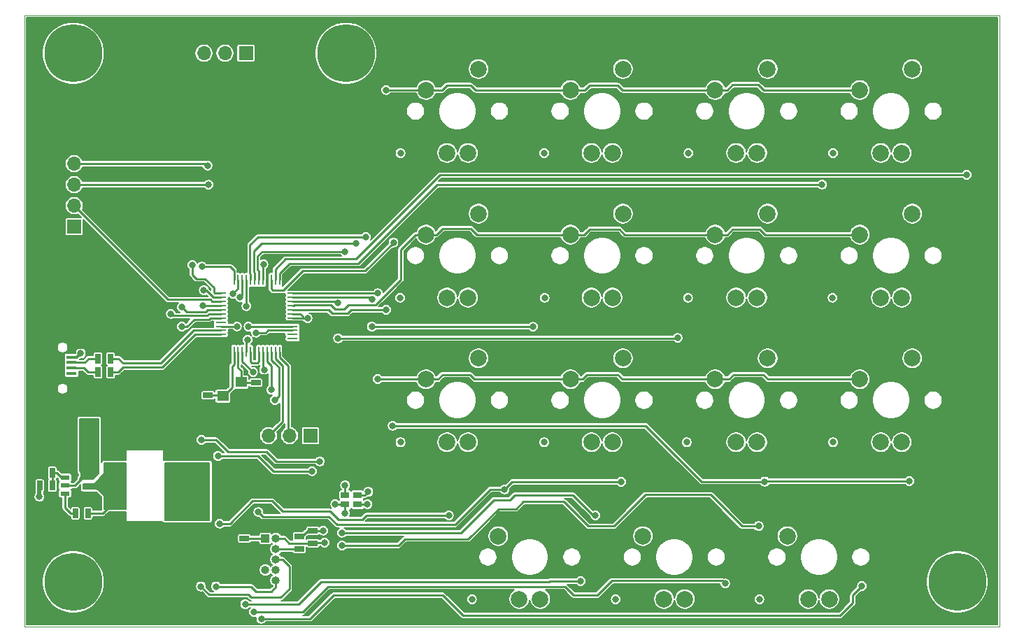
<source format=gtl>
G04 #@! TF.GenerationSoftware,KiCad,Pcbnew,5.1.9-73d0e3b20d~88~ubuntu18.04.1*
G04 #@! TF.CreationDate,2021-10-16T20:22:12+02:00*
G04 #@! TF.ProjectId,VFODial,56464f44-6961-46c2-9e6b-696361645f70,rev?*
G04 #@! TF.SameCoordinates,Original*
G04 #@! TF.FileFunction,Copper,L1,Top*
G04 #@! TF.FilePolarity,Positive*
%FSLAX46Y46*%
G04 Gerber Fmt 4.6, Leading zero omitted, Abs format (unit mm)*
G04 Created by KiCad (PCBNEW 5.1.9-73d0e3b20d~88~ubuntu18.04.1) date 2021-10-16 20:22:12*
%MOMM*%
%LPD*%
G01*
G04 APERTURE LIST*
G04 #@! TA.AperFunction,Profile*
%ADD10C,0.050000*%
G04 #@! TD*
G04 #@! TA.AperFunction,SMDPad,CuDef*
%ADD11R,0.635000X1.143000*%
G04 #@! TD*
G04 #@! TA.AperFunction,SMDPad,CuDef*
%ADD12R,1.143000X0.635000*%
G04 #@! TD*
G04 #@! TA.AperFunction,SMDPad,CuDef*
%ADD13R,1.524000X2.032000*%
G04 #@! TD*
G04 #@! TA.AperFunction,SMDPad,CuDef*
%ADD14R,2.420000X5.330000*%
G04 #@! TD*
G04 #@! TA.AperFunction,SMDPad,CuDef*
%ADD15R,1.100000X0.600000*%
G04 #@! TD*
G04 #@! TA.AperFunction,WasherPad*
%ADD16C,7.000000*%
G04 #@! TD*
G04 #@! TA.AperFunction,ComponentPad*
%ADD17C,2.000000*%
G04 #@! TD*
G04 #@! TA.AperFunction,SMDPad,CuDef*
%ADD18R,1.400000X1.200000*%
G04 #@! TD*
G04 #@! TA.AperFunction,SMDPad,CuDef*
%ADD19R,1.300000X0.250000*%
G04 #@! TD*
G04 #@! TA.AperFunction,SMDPad,CuDef*
%ADD20R,0.250000X1.300000*%
G04 #@! TD*
G04 #@! TA.AperFunction,ComponentPad*
%ADD21C,1.800000*%
G04 #@! TD*
G04 #@! TA.AperFunction,SMDPad,CuDef*
%ADD22R,1.300000X0.450000*%
G04 #@! TD*
G04 #@! TA.AperFunction,ComponentPad*
%ADD23O,1.000000X1.000000*%
G04 #@! TD*
G04 #@! TA.AperFunction,ComponentPad*
%ADD24R,1.000000X1.000000*%
G04 #@! TD*
G04 #@! TA.AperFunction,ComponentPad*
%ADD25O,1.700000X1.700000*%
G04 #@! TD*
G04 #@! TA.AperFunction,ComponentPad*
%ADD26R,1.700000X1.700000*%
G04 #@! TD*
G04 #@! TA.AperFunction,SMDPad,CuDef*
%ADD27R,1.000000X0.800000*%
G04 #@! TD*
G04 #@! TA.AperFunction,ViaPad*
%ADD28C,0.800000*%
G04 #@! TD*
G04 #@! TA.AperFunction,Conductor*
%ADD29C,0.250000*%
G04 #@! TD*
G04 #@! TA.AperFunction,Conductor*
%ADD30C,0.500000*%
G04 #@! TD*
G04 #@! TA.AperFunction,Conductor*
%ADD31C,0.300000*%
G04 #@! TD*
G04 #@! TA.AperFunction,Conductor*
%ADD32C,0.150000*%
G04 #@! TD*
G04 #@! TA.AperFunction,Conductor*
%ADD33C,0.100000*%
G04 #@! TD*
G04 APERTURE END LIST*
D10*
X20100000Y-187400000D02*
X20100000Y-187300000D01*
X138100000Y-187400000D02*
X20100000Y-187400000D01*
X138100000Y-113400000D02*
X138100000Y-187400000D01*
X20100000Y-113400000D02*
X138100000Y-113400000D01*
X20100000Y-187300000D02*
X20100000Y-113400000D01*
D11*
G04 #@! TO.P,R128,2*
G04 #@! TO.N,Net-(R127-Pad1)*
X23462000Y-170350000D03*
G04 #@! TO.P,R128,1*
G04 #@! TO.N,+3V3*
X21938000Y-170350000D03*
G04 #@! TD*
G04 #@! TO.P,R127,2*
G04 #@! TO.N,GND*
X21938000Y-168800000D03*
G04 #@! TO.P,R127,1*
G04 #@! TO.N,Net-(R127-Pad1)*
X23462000Y-168800000D03*
G04 #@! TD*
D12*
G04 #@! TO.P,R104,2*
G04 #@! TO.N,/SWDCLK*
X53350000Y-178012000D03*
G04 #@! TO.P,R104,1*
G04 #@! TO.N,+3V3*
X53350000Y-176488000D03*
G04 #@! TD*
G04 #@! TO.P,R103,2*
G04 #@! TO.N,/SWDIO*
X55000000Y-177312000D03*
G04 #@! TO.P,R103,1*
G04 #@! TO.N,+3V3*
X55000000Y-175788000D03*
G04 #@! TD*
D11*
G04 #@! TO.P,R102,2*
G04 #@! TO.N,Net-(R102-Pad2)*
X30512000Y-156600000D03*
G04 #@! TO.P,R102,1*
G04 #@! TO.N,Net-(J101-Pad3)*
X28988000Y-156600000D03*
G04 #@! TD*
G04 #@! TO.P,R101,2*
G04 #@! TO.N,Net-(R101-Pad2)*
X30512000Y-154950000D03*
G04 #@! TO.P,R101,1*
G04 #@! TO.N,Net-(J101-Pad2)*
X28988000Y-154950000D03*
G04 #@! TD*
G04 #@! TO.P,C119,2*
G04 #@! TO.N,Net-(C119-Pad2)*
X26238000Y-173700000D03*
G04 #@! TO.P,C119,1*
G04 #@! TO.N,/psw*
X27762000Y-173700000D03*
G04 #@! TD*
D13*
G04 #@! TO.P,C118,2*
G04 #@! TO.N,GND*
X24399000Y-166600000D03*
G04 #@! TO.P,C118,1*
G04 #@! TO.N,+5V*
X27701000Y-166600000D03*
G04 #@! TD*
G04 #@! TO.P,C117,2*
G04 #@! TO.N,GND*
X24399000Y-164100000D03*
G04 #@! TO.P,C117,1*
G04 #@! TO.N,+5V*
X27701000Y-164100000D03*
G04 #@! TD*
G04 #@! TO.P,C116,2*
G04 #@! TO.N,GND*
X44801000Y-172000000D03*
G04 #@! TO.P,C116,1*
G04 #@! TO.N,+3V3*
X41499000Y-172000000D03*
G04 #@! TD*
G04 #@! TO.P,C115,2*
G04 #@! TO.N,GND*
X44801000Y-168700000D03*
G04 #@! TO.P,C115,1*
G04 #@! TO.N,+3V3*
X41499000Y-168700000D03*
G04 #@! TD*
D12*
G04 #@! TO.P,C114,2*
G04 #@! TO.N,GND*
X41500000Y-175612000D03*
G04 #@! TO.P,C114,1*
G04 #@! TO.N,+3V3*
X41500000Y-174088000D03*
G04 #@! TD*
G04 #@! TO.P,C103,2*
G04 #@! TO.N,Net-(C103-Pad2)*
X48100000Y-157888000D03*
G04 #@! TO.P,C103,1*
G04 #@! TO.N,GND*
X48100000Y-159412000D03*
G04 #@! TD*
G04 #@! TO.P,C102,2*
G04 #@! TO.N,Net-(C102-Pad2)*
X42300000Y-159412000D03*
G04 #@! TO.P,C102,1*
G04 #@! TO.N,GND*
X42300000Y-157888000D03*
G04 #@! TD*
G04 #@! TO.P,C101,2*
G04 #@! TO.N,+3V3*
X46700000Y-176738000D03*
G04 #@! TO.P,C101,1*
G04 #@! TO.N,GND*
X46700000Y-178262000D03*
G04 #@! TD*
D14*
G04 #@! TO.P,U102,2*
G04 #@! TO.N,/psw*
X31080000Y-170350000D03*
G04 #@! TO.P,U102,1*
G04 #@! TO.N,+3V3*
X38320000Y-170350000D03*
G04 #@! TD*
D15*
G04 #@! TO.P,U103,6*
G04 #@! TO.N,Net-(C119-Pad2)*
X25000000Y-171300000D03*
G04 #@! TO.P,U103,5*
G04 #@! TO.N,+5V*
X25000000Y-170350000D03*
G04 #@! TO.P,U103,4*
G04 #@! TO.N,Net-(R127-Pad1)*
X25000000Y-169400000D03*
G04 #@! TO.P,U103,3*
G04 #@! TO.N,+5V*
X27700000Y-169400000D03*
G04 #@! TO.P,U103,2*
G04 #@! TO.N,/psw*
X27700000Y-170350000D03*
G04 #@! TO.P,U103,1*
G04 #@! TO.N,GND*
X27700000Y-171300000D03*
G04 #@! TD*
D16*
G04 #@! TO.P,REF\u002A\u002A,*
G04 #@! TO.N,*
X59000000Y-118000000D03*
G04 #@! TD*
G04 #@! TO.P,REF\u002A\u002A,*
G04 #@! TO.N,*
X26000000Y-182000000D03*
G04 #@! TD*
G04 #@! TO.P,REF\u002A\u002A,*
G04 #@! TO.N,*
X133000000Y-182000000D03*
G04 #@! TD*
G04 #@! TO.P,REF\u002A\u002A,*
G04 #@! TO.N,*
X26000000Y-118000000D03*
G04 #@! TD*
D17*
G04 #@! TO.P,S115,4*
G04 #@! TO.N,Net-(Q102-Pad3)*
X117520000Y-184080000D03*
G04 #@! TO.P,S115,3*
G04 #@! TO.N,Net-(R116-Pad1)*
X114980000Y-184080000D03*
G04 #@! TO.P,S115,2*
G04 #@! TO.N,GND*
X118790000Y-173920000D03*
G04 #@! TO.P,S115,1*
G04 #@! TO.N,Net-(R110-Pad1)*
X112440000Y-176460000D03*
G04 #@! TD*
G04 #@! TO.P,S114,4*
G04 #@! TO.N,Net-(Q103-Pad3)*
X100020000Y-184080000D03*
G04 #@! TO.P,S114,3*
G04 #@! TO.N,Net-(R115-Pad1)*
X97480000Y-184080000D03*
G04 #@! TO.P,S114,2*
G04 #@! TO.N,GND*
X101290000Y-173920000D03*
G04 #@! TO.P,S114,1*
G04 #@! TO.N,Net-(R109-Pad1)*
X94940000Y-176460000D03*
G04 #@! TD*
G04 #@! TO.P,S113,4*
G04 #@! TO.N,Net-(Q105-Pad3)*
X82520000Y-184080000D03*
G04 #@! TO.P,S113,3*
G04 #@! TO.N,Net-(R114-Pad1)*
X79980000Y-184080000D03*
G04 #@! TO.P,S113,2*
G04 #@! TO.N,GND*
X83790000Y-173920000D03*
G04 #@! TO.P,S113,1*
G04 #@! TO.N,Net-(R108-Pad1)*
X77440000Y-176460000D03*
G04 #@! TD*
G04 #@! TO.P,S112,4*
G04 #@! TO.N,Net-(Q107-Pad3)*
X126270000Y-165080000D03*
G04 #@! TO.P,S112,3*
G04 #@! TO.N,Net-(R126-Pad1)*
X123730000Y-165080000D03*
G04 #@! TO.P,S112,2*
G04 #@! TO.N,Net-(D112-PadA)*
X127540000Y-154920000D03*
G04 #@! TO.P,S112,1*
G04 #@! TO.N,/ROW_2*
X121190000Y-157460000D03*
G04 #@! TD*
G04 #@! TO.P,S111,4*
G04 #@! TO.N,Net-(Q107-Pad3)*
X126270000Y-147580000D03*
G04 #@! TO.P,S111,3*
G04 #@! TO.N,Net-(R125-Pad1)*
X123730000Y-147580000D03*
G04 #@! TO.P,S111,2*
G04 #@! TO.N,Net-(D111-PadA)*
X127540000Y-137420000D03*
G04 #@! TO.P,S111,1*
G04 #@! TO.N,/ROW_1*
X121190000Y-139960000D03*
G04 #@! TD*
G04 #@! TO.P,S110,4*
G04 #@! TO.N,Net-(Q107-Pad3)*
X126270000Y-130080000D03*
G04 #@! TO.P,S110,3*
G04 #@! TO.N,Net-(R124-Pad1)*
X123730000Y-130080000D03*
G04 #@! TO.P,S110,2*
G04 #@! TO.N,Net-(D110-PadA)*
X127540000Y-119920000D03*
G04 #@! TO.P,S110,1*
G04 #@! TO.N,/ROW_0*
X121190000Y-122460000D03*
G04 #@! TD*
G04 #@! TO.P,S109,4*
G04 #@! TO.N,Net-(Q106-Pad3)*
X108770000Y-165080000D03*
G04 #@! TO.P,S109,3*
G04 #@! TO.N,Net-(R123-Pad1)*
X106230000Y-165080000D03*
G04 #@! TO.P,S109,2*
G04 #@! TO.N,Net-(D109-PadA)*
X110040000Y-154920000D03*
G04 #@! TO.P,S109,1*
G04 #@! TO.N,/ROW_2*
X103690000Y-157460000D03*
G04 #@! TD*
G04 #@! TO.P,S108,4*
G04 #@! TO.N,Net-(Q106-Pad3)*
X108770000Y-147580000D03*
G04 #@! TO.P,S108,3*
G04 #@! TO.N,Net-(R122-Pad1)*
X106230000Y-147580000D03*
G04 #@! TO.P,S108,2*
G04 #@! TO.N,Net-(D108-PadA)*
X110040000Y-137420000D03*
G04 #@! TO.P,S108,1*
G04 #@! TO.N,/ROW_1*
X103690000Y-139960000D03*
G04 #@! TD*
G04 #@! TO.P,S107,4*
G04 #@! TO.N,Net-(Q106-Pad3)*
X108770000Y-130080000D03*
G04 #@! TO.P,S107,3*
G04 #@! TO.N,Net-(R121-Pad1)*
X106230000Y-130080000D03*
G04 #@! TO.P,S107,2*
G04 #@! TO.N,Net-(D107-PadA)*
X110040000Y-119920000D03*
G04 #@! TO.P,S107,1*
G04 #@! TO.N,/ROW_0*
X103690000Y-122460000D03*
G04 #@! TD*
G04 #@! TO.P,S106,4*
G04 #@! TO.N,Net-(Q104-Pad3)*
X91270000Y-165080000D03*
G04 #@! TO.P,S106,3*
G04 #@! TO.N,Net-(R119-Pad1)*
X88730000Y-165080000D03*
G04 #@! TO.P,S106,2*
G04 #@! TO.N,Net-(D106-PadA)*
X92540000Y-154920000D03*
G04 #@! TO.P,S106,1*
G04 #@! TO.N,/ROW_2*
X86190000Y-157460000D03*
G04 #@! TD*
G04 #@! TO.P,S105,4*
G04 #@! TO.N,Net-(Q104-Pad3)*
X91270000Y-147580000D03*
G04 #@! TO.P,S105,3*
G04 #@! TO.N,Net-(R118-Pad1)*
X88730000Y-147580000D03*
G04 #@! TO.P,S105,2*
G04 #@! TO.N,Net-(D105-PadA)*
X92540000Y-137420000D03*
G04 #@! TO.P,S105,1*
G04 #@! TO.N,/ROW_1*
X86190000Y-139960000D03*
G04 #@! TD*
G04 #@! TO.P,S104,4*
G04 #@! TO.N,Net-(Q104-Pad3)*
X91270000Y-130080000D03*
G04 #@! TO.P,S104,3*
G04 #@! TO.N,Net-(R117-Pad1)*
X88730000Y-130080000D03*
G04 #@! TO.P,S104,2*
G04 #@! TO.N,Net-(D104-PadA)*
X92540000Y-119920000D03*
G04 #@! TO.P,S104,1*
G04 #@! TO.N,/ROW_0*
X86190000Y-122460000D03*
G04 #@! TD*
G04 #@! TO.P,S103,4*
G04 #@! TO.N,Net-(Q101-Pad3)*
X73770000Y-165080000D03*
G04 #@! TO.P,S103,3*
G04 #@! TO.N,Net-(R113-Pad1)*
X71230000Y-165080000D03*
G04 #@! TO.P,S103,2*
G04 #@! TO.N,Net-(D103-PadA)*
X75040000Y-154920000D03*
G04 #@! TO.P,S103,1*
G04 #@! TO.N,/ROW_2*
X68690000Y-157460000D03*
G04 #@! TD*
G04 #@! TO.P,S102,4*
G04 #@! TO.N,Net-(Q101-Pad3)*
X73770000Y-147580000D03*
G04 #@! TO.P,S102,3*
G04 #@! TO.N,Net-(R112-Pad1)*
X71230000Y-147580000D03*
G04 #@! TO.P,S102,2*
G04 #@! TO.N,Net-(D102-PadA)*
X75040000Y-137420000D03*
G04 #@! TO.P,S102,1*
G04 #@! TO.N,/ROW_1*
X68690000Y-139960000D03*
G04 #@! TD*
G04 #@! TO.P,S101,4*
G04 #@! TO.N,Net-(Q101-Pad3)*
X73770000Y-130080000D03*
G04 #@! TO.P,S101,3*
G04 #@! TO.N,Net-(R111-Pad1)*
X71230000Y-130080000D03*
G04 #@! TO.P,S101,2*
G04 #@! TO.N,Net-(D101-PadA)*
X75040000Y-119920000D03*
G04 #@! TO.P,S101,1*
G04 #@! TO.N,/ROW_0*
X68690000Y-122460000D03*
G04 #@! TD*
D18*
G04 #@! TO.P,X101,4*
G04 #@! TO.N,GND*
X44100001Y-157800000D03*
G04 #@! TO.P,X101,3*
G04 #@! TO.N,Net-(C103-Pad2)*
X46300001Y-157800000D03*
G04 #@! TO.P,X101,2*
G04 #@! TO.N,GND*
X46300001Y-159500000D03*
G04 #@! TO.P,X101,1*
G04 #@! TO.N,Net-(C102-Pad2)*
X44100001Y-159500000D03*
G04 #@! TD*
D19*
G04 #@! TO.P,U101,48*
G04 #@! TO.N,GND*
X43850000Y-152550000D03*
G04 #@! TO.P,U101,47*
G04 #@! TO.N,Net-(R102-Pad2)*
X43850000Y-152050000D03*
G04 #@! TO.P,U101,46*
G04 #@! TO.N,Net-(R101-Pad2)*
X43850000Y-151550000D03*
G04 #@! TO.P,U101,45*
G04 #@! TO.N,+3V3*
X43850000Y-151050000D03*
G04 #@! TO.P,U101,44*
G04 #@! TO.N,Net-(U101-Pad44)*
X43850000Y-150550000D03*
G04 #@! TO.P,U101,43*
G04 #@! TO.N,/SWO*
X43850000Y-150050000D03*
G04 #@! TO.P,U101,42*
G04 #@! TO.N,/LCD_CK*
X43850000Y-149550000D03*
G04 #@! TO.P,U101,41*
G04 #@! TO.N,/LCD_DA*
X43850000Y-149050000D03*
G04 #@! TO.P,U101,40*
G04 #@! TO.N,+3V3*
X43850000Y-148550000D03*
G04 #@! TO.P,U101,39*
G04 #@! TO.N,/ROT_PB*
X43850000Y-148050000D03*
G04 #@! TO.P,U101,38*
G04 #@! TO.N,/PB3*
X43850000Y-147550000D03*
G04 #@! TO.P,U101,37*
G04 #@! TO.N,/PB2*
X43850000Y-147050000D03*
D20*
G04 #@! TO.P,U101,36*
G04 #@! TO.N,/PB1*
X45450000Y-145450000D03*
G04 #@! TO.P,U101,35*
G04 #@! TO.N,/PB3_LED*
X45950000Y-145450000D03*
G04 #@! TO.P,U101,34*
G04 #@! TO.N,/PB2_LED*
X46450000Y-145450000D03*
G04 #@! TO.P,U101,33*
G04 #@! TO.N,/PB1_LED*
X46950000Y-145450000D03*
G04 #@! TO.P,U101,32*
G04 #@! TO.N,Net-(R105-Pad2)*
X47450000Y-145450000D03*
G04 #@! TO.P,U101,31*
G04 #@! TO.N,Net-(R106-Pad2)*
X47950000Y-145450000D03*
G04 #@! TO.P,U101,30*
G04 #@! TO.N,Net-(R107-Pad2)*
X48450000Y-145450000D03*
G04 #@! TO.P,U101,29*
G04 #@! TO.N,+3V3*
X48950000Y-145450000D03*
G04 #@! TO.P,U101,28*
G04 #@! TO.N,GND*
X49450000Y-145450000D03*
G04 #@! TO.P,U101,27*
G04 #@! TO.N,/MAIN2_LEDS*
X49950000Y-145450000D03*
G04 #@! TO.P,U101,26*
G04 #@! TO.N,/COL_3*
X50450000Y-145450000D03*
G04 #@! TO.P,U101,25*
G04 #@! TO.N,/COL_2*
X50950000Y-145450000D03*
D19*
G04 #@! TO.P,U101,24*
G04 #@! TO.N,/ROW_2*
X52550000Y-147050000D03*
G04 #@! TO.P,U101,23*
G04 #@! TO.N,/COL_0*
X52550000Y-147550000D03*
G04 #@! TO.P,U101,22*
G04 #@! TO.N,/COL_1*
X52550000Y-148050000D03*
G04 #@! TO.P,U101,21*
G04 #@! TO.N,/ROW_1*
X52550000Y-148550000D03*
G04 #@! TO.P,U101,20*
G04 #@! TO.N,/ROW_0*
X52550000Y-149050000D03*
G04 #@! TO.P,U101,19*
G04 #@! TO.N,+3V3*
X52550000Y-149550000D03*
G04 #@! TO.P,U101,18*
X52550000Y-150050000D03*
G04 #@! TO.P,U101,17*
G04 #@! TO.N,GND*
X52550000Y-150550000D03*
G04 #@! TO.P,U101,16*
G04 #@! TO.N,/COARSE_COD_N*
X52550000Y-151050000D03*
G04 #@! TO.P,U101,15*
G04 #@! TO.N,/COARSE_COD_P*
X52550000Y-151550000D03*
G04 #@! TO.P,U101,14*
G04 #@! TO.N,Net-(U101-Pad14)*
X52550000Y-152050000D03*
G04 #@! TO.P,U101,13*
G04 #@! TO.N,Net-(U101-Pad13)*
X52550000Y-152550000D03*
D20*
G04 #@! TO.P,U101,12*
G04 #@! TO.N,/SMOOTH_COD_N*
X50950000Y-154150000D03*
G04 #@! TO.P,U101,11*
G04 #@! TO.N,/SMOOTH_COD_P*
X50450000Y-154150000D03*
G04 #@! TO.P,U101,10*
G04 #@! TO.N,/SWDIO*
X49950000Y-154150000D03*
G04 #@! TO.P,U101,9*
G04 #@! TO.N,/SWDCLK*
X49450000Y-154150000D03*
G04 #@! TO.P,U101,8*
G04 #@! TO.N,+3V3*
X48950000Y-154150000D03*
G04 #@! TO.P,U101,7*
G04 #@! TO.N,Net-(U101-Pad5)*
X48450000Y-154150000D03*
G04 #@! TO.P,U101,6*
G04 #@! TO.N,GND*
X47950000Y-154150000D03*
G04 #@! TO.P,U101,5*
G04 #@! TO.N,Net-(U101-Pad5)*
X47450000Y-154150000D03*
G04 #@! TO.P,U101,4*
G04 #@! TO.N,/~RESET*
X46950000Y-154150000D03*
G04 #@! TO.P,U101,3*
G04 #@! TO.N,/MAIN_LEDS*
X46450000Y-154150000D03*
G04 #@! TO.P,U101,2*
G04 #@! TO.N,Net-(C103-Pad2)*
X45950000Y-154150000D03*
G04 #@! TO.P,U101,1*
G04 #@! TO.N,Net-(C102-Pad2)*
X45450000Y-154150000D03*
G04 #@! TD*
D21*
G04 #@! TO.P,J101,6*
G04 #@! TO.N,GND*
X21950000Y-159975000D03*
X21950000Y-152225000D03*
D17*
X25750000Y-159825000D03*
X25750000Y-152375000D03*
D22*
G04 #@! TO.P,J101,5*
X25800000Y-157400000D03*
G04 #@! TO.P,J101,4*
G04 #@! TO.N,Net-(J101-Pad4)*
X25800000Y-156750000D03*
G04 #@! TO.P,J101,3*
G04 #@! TO.N,Net-(J101-Pad3)*
X25800000Y-156100000D03*
G04 #@! TO.P,J101,2*
G04 #@! TO.N,Net-(J101-Pad2)*
X25800000Y-155450000D03*
G04 #@! TO.P,J101,1*
G04 #@! TO.N,+5V*
X25800000Y-154800000D03*
G04 #@! TD*
D23*
G04 #@! TO.P,J102,10*
G04 #@! TO.N,/~RESET*
X50520000Y-181830000D03*
G04 #@! TO.P,J102,9*
G04 #@! TO.N,GND*
X49250000Y-181830000D03*
G04 #@! TO.P,J102,8*
G04 #@! TO.N,Net-(J102-Pad8)*
X50520000Y-180560000D03*
G04 #@! TO.P,J102,7*
G04 #@! TO.N,Net-(J102-Pad7)*
X49250000Y-180560000D03*
G04 #@! TO.P,J102,6*
G04 #@! TO.N,/SWO*
X50520000Y-179290000D03*
G04 #@! TO.P,J102,5*
G04 #@! TO.N,GND*
X49250000Y-179290000D03*
G04 #@! TO.P,J102,4*
G04 #@! TO.N,/SWDCLK*
X50520000Y-178020000D03*
G04 #@! TO.P,J102,3*
G04 #@! TO.N,GND*
X49250000Y-178020000D03*
G04 #@! TO.P,J102,2*
G04 #@! TO.N,/SWDIO*
X50520000Y-176750000D03*
D24*
G04 #@! TO.P,J102,1*
G04 #@! TO.N,+3V3*
X49250000Y-176750000D03*
G04 #@! TD*
D25*
G04 #@! TO.P,J105,5*
G04 #@! TO.N,GND*
X26100000Y-128840000D03*
G04 #@! TO.P,J105,4*
G04 #@! TO.N,/COARSE_COD_P*
X26100000Y-131380000D03*
G04 #@! TO.P,J105,3*
G04 #@! TO.N,/COARSE_COD_N*
X26100000Y-133920000D03*
G04 #@! TO.P,J105,2*
G04 #@! TO.N,/ROT_PB*
X26100000Y-136460000D03*
D26*
G04 #@! TO.P,J105,1*
G04 #@! TO.N,+3V3*
X26100000Y-139000000D03*
G04 #@! TD*
D25*
G04 #@! TO.P,J104,4*
G04 #@! TO.N,GND*
X39280000Y-118000000D03*
G04 #@! TO.P,J104,3*
G04 #@! TO.N,+3V3*
X41820000Y-118000000D03*
G04 #@! TO.P,J104,2*
G04 #@! TO.N,/LCD_CK*
X44360000Y-118000000D03*
D26*
G04 #@! TO.P,J104,1*
G04 #@! TO.N,/LCD_DA*
X46900000Y-118000000D03*
G04 #@! TD*
D25*
G04 #@! TO.P,J103,4*
G04 #@! TO.N,GND*
X47080000Y-164300000D03*
G04 #@! TO.P,J103,3*
G04 #@! TO.N,/SMOOTH_COD_P*
X49620000Y-164300000D03*
G04 #@! TO.P,J103,2*
G04 #@! TO.N,/SMOOTH_COD_N*
X52160000Y-164300000D03*
D26*
G04 #@! TO.P,J103,1*
G04 #@! TO.N,+5V*
X54700000Y-164300000D03*
G04 #@! TD*
D27*
G04 #@! TO.P,L101,4*
G04 #@! TO.N,Net-(L101-Pad4)*
X60400000Y-172600000D03*
G04 #@! TO.P,L101,3*
G04 #@! TO.N,Net-(L101-Pad3)*
X60400000Y-171500000D03*
G04 #@! TO.P,L101,2*
G04 #@! TO.N,Net-(L101-Pad2)*
X58900000Y-171500000D03*
G04 #@! TO.P,L101,1*
G04 #@! TO.N,+3V3*
X58900000Y-172600000D03*
G04 #@! TD*
D28*
G04 #@! TO.N,+3V3*
X54350000Y-150088000D03*
X45800000Y-151076000D03*
X49088000Y-156300000D03*
X65600000Y-130100000D03*
X65550000Y-147600000D03*
X65600000Y-165100000D03*
X83000000Y-130100000D03*
X83050000Y-147600000D03*
X83000000Y-165100000D03*
X100250000Y-165100000D03*
X100400000Y-147600000D03*
X100450000Y-130100000D03*
X117950000Y-130100000D03*
X117900000Y-147600000D03*
X117950000Y-165100000D03*
X91650000Y-184100000D03*
X74250000Y-184100000D03*
X109050000Y-184100000D03*
X41750000Y-170350000D03*
X40350000Y-170350000D03*
X40350000Y-173750000D03*
X38900000Y-173750000D03*
X37500000Y-173750000D03*
X21900000Y-171700000D03*
X58900000Y-173700000D03*
X57700000Y-172600000D03*
X56250000Y-175800000D03*
X49025021Y-143550000D03*
X41700000Y-148574990D03*
G04 #@! TO.N,GND*
X124100000Y-185100000D03*
X106200000Y-185200000D03*
X88700000Y-185200000D03*
X89800000Y-177700000D03*
X90300000Y-172000000D03*
X107800000Y-171800000D03*
X112700000Y-172800000D03*
X73200000Y-178000000D03*
X78000000Y-169200000D03*
X72800000Y-171800000D03*
X125300000Y-171700000D03*
X27700000Y-172300000D03*
X26650000Y-172300000D03*
X28850000Y-172300000D03*
X26300000Y-171200000D03*
X26300000Y-169050000D03*
X26800000Y-158300000D03*
X46700000Y-179150000D03*
X42500000Y-152850000D03*
X44350000Y-153650000D03*
X49250000Y-146900000D03*
X23050000Y-164100000D03*
X23050000Y-166600000D03*
X24400000Y-162600000D03*
X25500000Y-166600000D03*
X25500000Y-164100000D03*
X21950000Y-167850000D03*
X111550000Y-168300000D03*
X51000000Y-150250000D03*
X56100000Y-153200000D03*
X54350000Y-153200000D03*
X45650000Y-170350000D03*
X49300000Y-169200000D03*
X49250000Y-171200000D03*
X52350000Y-169550000D03*
X47650000Y-160450000D03*
X40750000Y-157750000D03*
X50850000Y-139050000D03*
X48950000Y-139000000D03*
G04 #@! TO.N,/COL_0*
X62125000Y-147775000D03*
X62125000Y-151100000D03*
X81635000Y-151115000D03*
G04 #@! TO.N,/COL_1*
X58050000Y-148250000D03*
X58050000Y-152500000D03*
X99135000Y-152465000D03*
G04 #@! TO.N,/COL_2*
X116635000Y-133885000D03*
G04 #@! TO.N,/COL_3*
X134135000Y-132715000D03*
G04 #@! TO.N,/SWDIO*
X50400000Y-160000000D03*
X56400000Y-177250000D03*
G04 #@! TO.N,/SWDCLK*
X49950000Y-158750000D03*
G04 #@! TO.N,/ROW_0*
X63850000Y-149050000D03*
X63850000Y-122450000D03*
G04 #@! TO.N,/ROW_2*
X62850000Y-147050000D03*
X62850000Y-157450000D03*
G04 #@! TO.N,/PB1*
X71450000Y-173950000D03*
X43700000Y-174950000D03*
X41550000Y-143850000D03*
G04 #@! TO.N,/PB2*
X89200000Y-173950000D03*
X58500000Y-176050000D03*
X55850000Y-167400000D03*
X41500000Y-164800000D03*
X40400000Y-143650000D03*
G04 #@! TO.N,/PB3*
X41800000Y-146700000D03*
X54900000Y-168600000D03*
X58500000Y-177600000D03*
X108950000Y-175250000D03*
X43500000Y-166750000D03*
G04 #@! TO.N,Net-(L101-Pad4)*
X61600000Y-172600000D03*
G04 #@! TO.N,Net-(L101-Pad3)*
X61700000Y-171100000D03*
G04 #@! TO.N,Net-(L101-Pad2)*
X58900000Y-170300000D03*
G04 #@! TO.N,Net-(R105-Pad2)*
X61400000Y-140250000D03*
G04 #@! TO.N,Net-(R106-Pad2)*
X60200000Y-141050000D03*
G04 #@! TO.N,Net-(R107-Pad2)*
X58900000Y-142000000D03*
G04 #@! TO.N,+5V*
X28700000Y-162650000D03*
X27650000Y-162650000D03*
X26900000Y-154350000D03*
G04 #@! TO.N,/LCD_CK*
X37800000Y-149550000D03*
G04 #@! TO.N,/LCD_DA*
X39150000Y-148750000D03*
G04 #@! TO.N,/COARSE_COD_P*
X48100000Y-151825000D03*
X42250000Y-131600000D03*
G04 #@! TO.N,/COARSE_COD_N*
X47200000Y-151100000D03*
X42370000Y-133920000D03*
G04 #@! TO.N,/~RESET*
X47100000Y-152700000D03*
X43250000Y-182550000D03*
G04 #@! TO.N,/SWO*
X41450000Y-182550000D03*
X39150000Y-151100000D03*
G04 #@! TO.N,/MAIN2_LEDS*
X127200000Y-169800000D03*
G04 #@! TO.N,/MAIN_LEDS*
X92300000Y-169900000D03*
X78200000Y-170800000D03*
X47750000Y-156600000D03*
X48400000Y-173550000D03*
G04 #@! TO.N,/PB3_LED*
X45303148Y-147107666D03*
X48750000Y-186450000D03*
X121450000Y-182500000D03*
G04 #@! TO.N,/PB2_LED*
X46200000Y-147550000D03*
X47850000Y-185650000D03*
X104900000Y-182200000D03*
G04 #@! TO.N,/PB1_LED*
X87400000Y-181900000D03*
X46800000Y-184700000D03*
X46950000Y-148600000D03*
G04 #@! TO.N,/MAIN2_LEDS*
X109700000Y-169850000D03*
X64750000Y-140900000D03*
X64650000Y-163100000D03*
G04 #@! TD*
D29*
G04 #@! TO.N,+3V3*
X54312000Y-150050000D02*
X54350000Y-150088000D01*
X52550000Y-149550000D02*
X53450000Y-149550000D01*
X53450000Y-149550000D02*
X53750000Y-149850000D01*
X53750000Y-150050000D02*
X54312000Y-150050000D01*
X53750000Y-149850000D02*
X53750000Y-150050000D01*
X52550000Y-150050000D02*
X53750000Y-150050000D01*
X45774000Y-151050000D02*
X45800000Y-151076000D01*
X43850000Y-151050000D02*
X45774000Y-151050000D01*
X48950000Y-156162000D02*
X49088000Y-156300000D01*
X48950000Y-154150000D02*
X48950000Y-156162000D01*
D30*
X21900000Y-170388000D02*
X21938000Y-170350000D01*
X21900000Y-171700000D02*
X21900000Y-170388000D01*
D29*
X58900000Y-172600000D02*
X58900000Y-173700000D01*
X58900000Y-172600000D02*
X57700000Y-172600000D01*
X53350000Y-176488000D02*
X53712000Y-176488000D01*
X54412000Y-175788000D02*
X55000000Y-175788000D01*
X53712000Y-176488000D02*
X54412000Y-175788000D01*
X56238000Y-175788000D02*
X56250000Y-175800000D01*
X55000000Y-175788000D02*
X56238000Y-175788000D01*
X49238000Y-176738000D02*
X49250000Y-176750000D01*
X46700000Y-176738000D02*
X49238000Y-176738000D01*
X48950000Y-143625021D02*
X49025021Y-143550000D01*
X48950000Y-145450000D02*
X48950000Y-143625021D01*
X43850000Y-148550000D02*
X41724990Y-148550000D01*
X41724990Y-148550000D02*
X41700000Y-148574990D01*
G04 #@! TO.N,GND*
X25900000Y-157400000D02*
X26800000Y-158300000D01*
X25800000Y-157400000D02*
X25900000Y-157400000D01*
X46700000Y-178262000D02*
X46700000Y-179150000D01*
X42800000Y-152550000D02*
X42500000Y-152850000D01*
X43850000Y-152550000D02*
X42800000Y-152550000D01*
X49450000Y-146700000D02*
X49250000Y-146900000D01*
X49450000Y-145450000D02*
X49450000Y-146700000D01*
X24399000Y-164100000D02*
X23050000Y-164100000D01*
X24399000Y-166600000D02*
X23050000Y-166600000D01*
X24399000Y-162601000D02*
X24400000Y-162600000D01*
X24399000Y-164100000D02*
X24399000Y-162601000D01*
X24399000Y-166600000D02*
X25500000Y-166600000D01*
X24399000Y-164100000D02*
X25500000Y-164100000D01*
X21938000Y-167862000D02*
X21950000Y-167850000D01*
X21938000Y-168800000D02*
X21938000Y-167862000D01*
X27700000Y-171300000D02*
X27700000Y-172300000D01*
X26400000Y-171300000D02*
X26300000Y-171200000D01*
X27700000Y-171300000D02*
X26400000Y-171300000D01*
X51300000Y-150550000D02*
X51000000Y-150250000D01*
X52550000Y-150550000D02*
X51300000Y-150550000D01*
G04 #@! TO.N,Net-(C102-Pad2)*
X44100001Y-159500000D02*
X44200000Y-159500000D01*
X44200000Y-159500000D02*
X45200000Y-158500000D01*
X45200000Y-158500000D02*
X45200000Y-155900000D01*
X45450000Y-155650000D02*
X45450000Y-154150000D01*
X45200000Y-155900000D02*
X45450000Y-155650000D01*
X44012001Y-159412000D02*
X44100001Y-159500000D01*
X42300000Y-159412000D02*
X44012001Y-159412000D01*
G04 #@! TO.N,Net-(C103-Pad2)*
X46300001Y-157800000D02*
X46300001Y-156400001D01*
X45950000Y-156050000D02*
X45950000Y-154150000D01*
X46300001Y-156400001D02*
X45950000Y-156050000D01*
X46388001Y-157888000D02*
X46300001Y-157800000D01*
X48100000Y-157888000D02*
X46388001Y-157888000D01*
G04 #@! TO.N,/COL_0*
X62125000Y-151100000D02*
X81620000Y-151100000D01*
X81620000Y-151100000D02*
X81635000Y-151115000D01*
X61900000Y-147550000D02*
X62125000Y-147775000D01*
X59050000Y-147550000D02*
X61900000Y-147550000D01*
X59000010Y-147500010D02*
X59050000Y-147550000D01*
X57349990Y-147500010D02*
X59000010Y-147500010D01*
X57300000Y-147550000D02*
X57349990Y-147500010D01*
X52550000Y-147550000D02*
X57300000Y-147550000D01*
G04 #@! TO.N,/COL_1*
X57850000Y-148050000D02*
X58050000Y-148250000D01*
X52550000Y-148050000D02*
X57850000Y-148050000D01*
X99100000Y-152500000D02*
X99135000Y-152465000D01*
X58050000Y-152500000D02*
X99100000Y-152500000D01*
G04 #@! TO.N,/COL_2*
X50950000Y-145450000D02*
X50950000Y-144650000D01*
X50950000Y-144650000D02*
X52150000Y-143450000D01*
X52150000Y-143450000D02*
X60500000Y-143450000D01*
X60500000Y-143450000D02*
X70050000Y-133900000D01*
X70050000Y-133900000D02*
X116620000Y-133900000D01*
X116620000Y-133900000D02*
X116635000Y-133885000D01*
G04 #@! TO.N,/COL_3*
X50450000Y-145450000D02*
X50450000Y-144150000D01*
X50450000Y-144150000D02*
X51700000Y-142900000D01*
X51700000Y-142900000D02*
X60250000Y-142900000D01*
X60250000Y-142900000D02*
X70400000Y-132750000D01*
X134100000Y-132750000D02*
X134135000Y-132715000D01*
X70400000Y-132750000D02*
X134100000Y-132750000D01*
G04 #@! TO.N,Net-(R101-Pad2)*
X30512000Y-154950000D02*
X31450000Y-154950000D01*
X31450000Y-154950000D02*
X32000000Y-155500000D01*
X32000000Y-155500000D02*
X36600000Y-155500000D01*
X40550000Y-151550000D02*
X43850000Y-151550000D01*
X36600000Y-155500000D02*
X40550000Y-151550000D01*
G04 #@! TO.N,Net-(J101-Pad2)*
X25800000Y-155450000D02*
X27350000Y-155450000D01*
X27850000Y-154950000D02*
X28988000Y-154950000D01*
X27350000Y-155450000D02*
X27850000Y-154950000D01*
G04 #@! TO.N,Net-(R102-Pad2)*
X40750000Y-152050000D02*
X43850000Y-152050000D01*
X36800000Y-156000000D02*
X40750000Y-152050000D01*
X32000000Y-156000000D02*
X36800000Y-156000000D01*
X31400000Y-156600000D02*
X32000000Y-156000000D01*
X30512000Y-156600000D02*
X31400000Y-156600000D01*
G04 #@! TO.N,Net-(J101-Pad3)*
X25800000Y-156100000D02*
X27300000Y-156100000D01*
X27800000Y-156600000D02*
X28988000Y-156600000D01*
X27300000Y-156100000D02*
X27800000Y-156600000D01*
G04 #@! TO.N,/SWDIO*
X50520000Y-176750000D02*
X51550000Y-176750000D01*
X52112000Y-177312000D02*
X55000000Y-177312000D01*
X51550000Y-176750000D02*
X52112000Y-177312000D01*
X49999990Y-155049990D02*
X49999990Y-155149990D01*
X49950000Y-155000000D02*
X49999990Y-155049990D01*
X49950000Y-154150000D02*
X49950000Y-155000000D01*
X50250000Y-155400000D02*
X50263590Y-155400000D01*
X49999990Y-155149990D02*
X50250000Y-155400000D01*
X50263590Y-155400000D02*
X50899990Y-156036400D01*
X50899990Y-159500010D02*
X50400000Y-160000000D01*
X50899990Y-156036400D02*
X50899990Y-159500010D01*
X55062000Y-177250000D02*
X55000000Y-177312000D01*
X56400000Y-177250000D02*
X55062000Y-177250000D01*
G04 #@! TO.N,/SWDCLK*
X53342000Y-178020000D02*
X53350000Y-178011999D01*
X50520000Y-178020000D02*
X53342000Y-178020000D01*
X49950000Y-158750000D02*
X49950000Y-155800000D01*
X49450000Y-155300000D02*
X49450000Y-154150000D01*
X49950000Y-155800000D02*
X49450000Y-155300000D01*
G04 #@! TO.N,/ROW_0*
X74660000Y-122460000D02*
X86190000Y-122460000D01*
X74100000Y-121900000D02*
X74660000Y-122460000D01*
X71200000Y-121900000D02*
X74100000Y-121900000D01*
X70640000Y-122460000D02*
X71200000Y-121900000D01*
X68690000Y-122460000D02*
X70640000Y-122460000D01*
X86190000Y-122460000D02*
X87940000Y-122460000D01*
X87940000Y-122460000D02*
X88500000Y-121900000D01*
X88500000Y-121900000D02*
X91900000Y-121900000D01*
X92460000Y-122460000D02*
X103690000Y-122460000D01*
X91900000Y-121900000D02*
X92460000Y-122460000D01*
X103690000Y-122460000D02*
X105140000Y-122460000D01*
X105140000Y-122460000D02*
X105800000Y-121800000D01*
X105800000Y-121800000D02*
X108900000Y-121800000D01*
X109560000Y-122460000D02*
X121190000Y-122460000D01*
X108900000Y-121800000D02*
X109560000Y-122460000D01*
X68680000Y-122450000D02*
X68690000Y-122460000D01*
X63850000Y-122450000D02*
X68680000Y-122450000D01*
X56900000Y-149050000D02*
X56900000Y-149100000D01*
X52550000Y-149050000D02*
X56900000Y-149050000D01*
X56900000Y-149100000D02*
X57300000Y-149500000D01*
X59200000Y-149500000D02*
X59650000Y-149050000D01*
X57300000Y-149500000D02*
X59200000Y-149500000D01*
X59650000Y-149050000D02*
X63850000Y-149050000D01*
G04 #@! TO.N,/ROW_1*
X68690000Y-139960000D02*
X69940000Y-139960000D01*
X69940000Y-139960000D02*
X70700000Y-139200000D01*
X70700000Y-139200000D02*
X74100000Y-139200000D01*
X74860000Y-139960000D02*
X86190000Y-139960000D01*
X74100000Y-139200000D02*
X74860000Y-139960000D01*
X86190000Y-139960000D02*
X87840000Y-139960000D01*
X87840000Y-139960000D02*
X88500000Y-139300000D01*
X88500000Y-139300000D02*
X92100000Y-139300000D01*
X92760000Y-139960000D02*
X103690000Y-139960000D01*
X92100000Y-139300000D02*
X92760000Y-139960000D01*
X103690000Y-139960000D02*
X105140000Y-139960000D01*
X105140000Y-139960000D02*
X105800000Y-139300000D01*
X105800000Y-139300000D02*
X109100000Y-139300000D01*
X109760000Y-139960000D02*
X121190000Y-139960000D01*
X109100000Y-139300000D02*
X109760000Y-139960000D01*
X67440000Y-139960000D02*
X68690000Y-139960000D01*
X65650000Y-141750000D02*
X67440000Y-139960000D01*
X65650000Y-145400000D02*
X65650000Y-141750000D01*
X62549999Y-148500001D02*
X65650000Y-145400000D01*
X59300001Y-148500001D02*
X62549999Y-148500001D01*
X58800002Y-149000000D02*
X59300001Y-148500001D01*
X57650000Y-149000000D02*
X58800002Y-149000000D01*
X57150001Y-148500001D02*
X57650000Y-149000000D01*
X52749999Y-148500001D02*
X57150001Y-148500001D01*
X52700000Y-148550000D02*
X52749999Y-148500001D01*
X52550000Y-148550000D02*
X52700000Y-148550000D01*
G04 #@! TO.N,/ROW_2*
X68690000Y-157460000D02*
X70140000Y-157460000D01*
X70140000Y-157460000D02*
X70700000Y-156900000D01*
X70700000Y-156900000D02*
X74000000Y-156900000D01*
X74560000Y-157460000D02*
X86190000Y-157460000D01*
X74000000Y-156900000D02*
X74560000Y-157460000D01*
X86190000Y-157460000D02*
X87640000Y-157460000D01*
X87640000Y-157460000D02*
X88200000Y-156900000D01*
X88200000Y-156900000D02*
X91900000Y-156900000D01*
X92460000Y-157460000D02*
X103690000Y-157460000D01*
X91900000Y-156900000D02*
X92460000Y-157460000D01*
X103690000Y-157460000D02*
X105340000Y-157460000D01*
X105340000Y-157460000D02*
X105900000Y-156900000D01*
X105900000Y-156900000D02*
X109500000Y-156900000D01*
X110060000Y-157460000D02*
X121190000Y-157460000D01*
X109500000Y-156900000D02*
X110060000Y-157460000D01*
X52550000Y-147050000D02*
X62850000Y-147050000D01*
X68680000Y-157450000D02*
X68690000Y-157460000D01*
X62850000Y-157450000D02*
X68680000Y-157450000D01*
G04 #@! TO.N,/PB1*
X71450000Y-173950000D02*
X61450000Y-173950000D01*
X61450000Y-173950000D02*
X60974999Y-174425001D01*
X60974999Y-174425001D02*
X58075001Y-174425001D01*
X58075001Y-174425001D02*
X57100000Y-173450000D01*
X57100000Y-173450000D02*
X51300000Y-173450000D01*
X51300000Y-173450000D02*
X50050000Y-172200000D01*
X50050000Y-172200000D02*
X47700000Y-172200000D01*
X44950000Y-174950000D02*
X43700000Y-174950000D01*
X47700000Y-172200000D02*
X44950000Y-174950000D01*
X45450000Y-144300000D02*
X45450000Y-145450000D01*
X45000000Y-143850000D02*
X45450000Y-144300000D01*
X41550000Y-143850000D02*
X45000000Y-143850000D01*
G04 #@! TO.N,/PB2*
X89200000Y-173950000D02*
X88950000Y-173950000D01*
X88950000Y-173950000D02*
X86500000Y-171500000D01*
X86500000Y-171500000D02*
X79400000Y-171500000D01*
X79400000Y-171500000D02*
X78850000Y-172050000D01*
X78850000Y-172050000D02*
X76900000Y-172050000D01*
X76900000Y-172050000D02*
X72900000Y-176050000D01*
X72900000Y-176050000D02*
X58500000Y-176050000D01*
X55850000Y-167400000D02*
X50550000Y-167400000D01*
X50550000Y-167400000D02*
X49400000Y-166250000D01*
X49400000Y-166250000D02*
X44700000Y-166250000D01*
X43250000Y-164800000D02*
X41500000Y-164800000D01*
X44700000Y-166250000D02*
X43250000Y-164800000D01*
X40400000Y-143650000D02*
X40400000Y-144823592D01*
X40888204Y-145311796D02*
X41961796Y-145311796D01*
X40400000Y-144823592D02*
X40888204Y-145311796D01*
X41961796Y-145311796D02*
X43000000Y-146350000D01*
X43000000Y-146950000D02*
X43100000Y-147050000D01*
X43000000Y-146350000D02*
X43000000Y-146950000D01*
X43100000Y-147050000D02*
X43850000Y-147050000D01*
G04 #@! TO.N,/PB3*
X42086410Y-146700000D02*
X41800000Y-146700000D01*
X42936410Y-147550000D02*
X42086410Y-146700000D01*
X43850000Y-147550000D02*
X42936410Y-147550000D01*
X58500000Y-177600000D02*
X65350000Y-177600000D01*
X65350000Y-177600000D02*
X66150000Y-176800000D01*
X66150000Y-176800000D02*
X73800000Y-176800000D01*
X73800000Y-176800000D02*
X77450000Y-173150000D01*
X77450000Y-173150000D02*
X79600000Y-173150000D01*
X79600000Y-173150000D02*
X80450000Y-172300000D01*
X80450000Y-172300000D02*
X85400000Y-172300000D01*
X85400000Y-172300000D02*
X88350000Y-175250000D01*
X88350000Y-175250000D02*
X91450000Y-175250000D01*
X91450000Y-175250000D02*
X95250000Y-171450000D01*
X95250000Y-171450000D02*
X103150000Y-171450000D01*
X106950000Y-175250000D02*
X108950000Y-175250000D01*
X103150000Y-171450000D02*
X106950000Y-175250000D01*
X43500000Y-166750000D02*
X48350000Y-166750000D01*
X48350000Y-166750000D02*
X50200000Y-168600000D01*
X50200000Y-168600000D02*
X54900000Y-168600000D01*
G04 #@! TO.N,Net-(L101-Pad4)*
X60400000Y-172600000D02*
X61600000Y-172600000D01*
G04 #@! TO.N,Net-(L101-Pad3)*
X61300000Y-171500000D02*
X61700000Y-171100000D01*
X60400000Y-171500000D02*
X61300000Y-171500000D01*
G04 #@! TO.N,Net-(L101-Pad2)*
X58900000Y-171500000D02*
X58900000Y-170300000D01*
G04 #@! TO.N,Net-(R105-Pad2)*
X61400000Y-140250000D02*
X48350000Y-140250000D01*
X47375000Y-144651408D02*
X47375000Y-141225000D01*
X47450000Y-144726408D02*
X47375000Y-144651408D01*
X47450000Y-145450000D02*
X47450000Y-144726408D01*
X48350000Y-140250000D02*
X47375000Y-141225000D01*
G04 #@! TO.N,Net-(R106-Pad2)*
X47950000Y-144589998D02*
X47950000Y-145450000D01*
X60200000Y-141050000D02*
X48750000Y-141050000D01*
X47850000Y-144489998D02*
X47950000Y-144589998D01*
X47850000Y-141950000D02*
X47850000Y-144489998D01*
X48750000Y-141050000D02*
X47850000Y-141950000D01*
G04 #@! TO.N,Net-(R107-Pad2)*
X48300011Y-144200011D02*
X48300011Y-142549989D01*
X48450000Y-145450000D02*
X48450000Y-144350000D01*
X48850000Y-142000000D02*
X58900000Y-142000000D01*
X48300011Y-142549989D02*
X48850000Y-142000000D01*
X48450000Y-144350000D02*
X48300011Y-144200011D01*
G04 #@! TO.N,/SMOOTH_COD_P*
X51350000Y-162570000D02*
X49620000Y-164300000D01*
X51350000Y-155850000D02*
X51350000Y-162570000D01*
X50450000Y-154950000D02*
X51350000Y-155850000D01*
X50450000Y-154150000D02*
X50450000Y-154950000D01*
G04 #@! TO.N,/SMOOTH_COD_N*
X52000000Y-155850000D02*
X52000000Y-164140000D01*
X50950000Y-154800000D02*
X52000000Y-155850000D01*
X52000000Y-164140000D02*
X52160000Y-164300000D01*
X50950000Y-154150000D02*
X50950000Y-154800000D01*
G04 #@! TO.N,+5V*
X25000000Y-170350000D02*
X26200000Y-170350000D01*
X27150000Y-169400000D02*
X27700000Y-169400000D01*
X26200000Y-170350000D02*
X27150000Y-169400000D01*
D31*
X26450000Y-154800000D02*
X26900000Y-154350000D01*
X25800000Y-154800000D02*
X26450000Y-154800000D01*
D29*
G04 #@! TO.N,/LCD_CK*
X42224987Y-149775013D02*
X42450000Y-149550000D01*
X38025013Y-149775013D02*
X42224987Y-149775013D01*
X42450000Y-149550000D02*
X43850000Y-149550000D01*
X37800000Y-149550000D02*
X38025013Y-149775013D01*
G04 #@! TO.N,/LCD_DA*
X39725002Y-149325002D02*
X39150000Y-148750000D01*
X42300000Y-149050000D02*
X42024998Y-149325002D01*
X42024998Y-149325002D02*
X39725002Y-149325002D01*
X43850000Y-149050000D02*
X42300000Y-149050000D01*
G04 #@! TO.N,/COARSE_COD_P*
X48100000Y-151825000D02*
X49275000Y-151825000D01*
X49550000Y-151550000D02*
X52550000Y-151550000D01*
X49275000Y-151825000D02*
X49550000Y-151550000D01*
X26100000Y-131380000D02*
X42030000Y-131380000D01*
X42030000Y-131380000D02*
X42250000Y-131600000D01*
G04 #@! TO.N,/COARSE_COD_N*
X52500000Y-151100000D02*
X52550000Y-151050000D01*
X47200000Y-151100000D02*
X52500000Y-151100000D01*
X26100000Y-133920000D02*
X42370000Y-133920000D01*
G04 #@! TO.N,/ROT_PB*
X37464994Y-147824994D02*
X42574994Y-147824994D01*
X42800000Y-148050000D02*
X43850000Y-148050000D01*
X26100000Y-136460000D02*
X37464994Y-147824994D01*
X42574994Y-147824994D02*
X42800000Y-148050000D01*
G04 #@! TO.N,/~RESET*
X46950000Y-152850000D02*
X47100000Y-152700000D01*
X46950000Y-154150000D02*
X46950000Y-152850000D01*
X43250000Y-182550000D02*
X47500000Y-182550000D01*
X47500000Y-182550000D02*
X48100000Y-183150000D01*
X48100000Y-183150000D02*
X50000000Y-183150000D01*
X50520000Y-182630000D02*
X50520000Y-181830000D01*
X50000000Y-183150000D02*
X50520000Y-182630000D01*
G04 #@! TO.N,/SWO*
X50520000Y-179290000D02*
X51290000Y-179290000D01*
X51290000Y-179290000D02*
X52150000Y-180150000D01*
X52150000Y-180150000D02*
X52150000Y-182850000D01*
X52150000Y-182850000D02*
X51100000Y-183900000D01*
X51100000Y-183900000D02*
X47550000Y-183900000D01*
X47550000Y-183900000D02*
X47200000Y-183550000D01*
X42450000Y-183550000D02*
X41450000Y-182550000D01*
X47200000Y-183550000D02*
X42450000Y-183550000D01*
X42586410Y-150050000D02*
X43850000Y-150050000D01*
X42411387Y-150225023D02*
X42586410Y-150050000D01*
X40624977Y-150225023D02*
X42411387Y-150225023D01*
X39750000Y-151100000D02*
X40624977Y-150225023D01*
X39150000Y-151100000D02*
X39750000Y-151100000D01*
G04 #@! TO.N,Net-(U101-Pad5)*
X47450000Y-154150000D02*
X47450000Y-155350000D01*
X47450000Y-155350000D02*
X47600000Y-155500000D01*
X47600000Y-155500000D02*
X48250000Y-155500000D01*
X48450000Y-155300000D02*
X48450000Y-154150000D01*
X48250000Y-155500000D02*
X48450000Y-155300000D01*
G04 #@! TO.N,/MAIN_LEDS*
X79100000Y-169900000D02*
X92300000Y-169900000D01*
X78200000Y-170800000D02*
X79100000Y-169900000D01*
X46450000Y-155300000D02*
X47750000Y-156600000D01*
X46450000Y-154150000D02*
X46450000Y-155300000D01*
X48400000Y-173550000D02*
X48950000Y-174100000D01*
X48950000Y-174100000D02*
X56950000Y-174100000D01*
X56950000Y-174100000D02*
X57900000Y-175050000D01*
X57900000Y-175050000D02*
X72200000Y-175050000D01*
X76450000Y-170800000D02*
X78200000Y-170800000D01*
X72200000Y-175050000D02*
X76450000Y-170800000D01*
G04 #@! TO.N,/PB3_LED*
X45950000Y-146460814D02*
X45303148Y-147107666D01*
X45950000Y-145450000D02*
X45950000Y-146460814D01*
X48750000Y-186450000D02*
X54650000Y-186450000D01*
X54650000Y-186450000D02*
X57500000Y-183600000D01*
X57500000Y-183600000D02*
X70700000Y-183600000D01*
X70700000Y-183600000D02*
X73150000Y-186050000D01*
X73150000Y-186050000D02*
X118850000Y-186050000D01*
X118850000Y-186050000D02*
X120350000Y-184550000D01*
X120350000Y-183600000D02*
X121450000Y-182500000D01*
X120350000Y-184550000D02*
X120350000Y-183600000D01*
G04 #@! TO.N,/PB2_LED*
X46450000Y-147300000D02*
X46200000Y-147550000D01*
X46450000Y-145450000D02*
X46450000Y-147300000D01*
X47850000Y-185650000D02*
X53750000Y-185650000D01*
X53750000Y-185650000D02*
X56850000Y-182550000D01*
X56850000Y-182550000D02*
X85500000Y-182550000D01*
X85500000Y-182550000D02*
X86550000Y-183600000D01*
X86550000Y-183600000D02*
X89450000Y-183600000D01*
X89450000Y-183600000D02*
X91200000Y-181850000D01*
X104550000Y-181850000D02*
X104900000Y-182200000D01*
X91200000Y-181850000D02*
X104550000Y-181850000D01*
G04 #@! TO.N,/PB1_LED*
X87400000Y-181900000D02*
X83700000Y-181900000D01*
X83700000Y-181900000D02*
X83600000Y-182000000D01*
X83600000Y-182000000D02*
X60450000Y-182000000D01*
X60450000Y-182000000D02*
X55950000Y-182000000D01*
X55950000Y-182000000D02*
X53250000Y-184700000D01*
X53250000Y-184700000D02*
X46800000Y-184700000D01*
X46950000Y-148600000D02*
X46950000Y-145450000D01*
G04 #@! TO.N,/MAIN2_LEDS*
X109750000Y-169800000D02*
X109700000Y-169850000D01*
X127200000Y-169800000D02*
X109750000Y-169800000D01*
X49950000Y-146526998D02*
X50123002Y-146700000D01*
X49950000Y-145450000D02*
X49950000Y-146526998D01*
X50123002Y-146700000D02*
X51300000Y-146700000D01*
X51300000Y-146700000D02*
X51400000Y-146700000D01*
X51400000Y-146700000D02*
X53750000Y-144350000D01*
X61300000Y-144350000D02*
X64750000Y-140900000D01*
X53750000Y-144350000D02*
X61300000Y-144350000D01*
X64650000Y-163100000D02*
X95300000Y-163100000D01*
X102050000Y-169850000D02*
X109700000Y-169850000D01*
X95300000Y-163100000D02*
X102050000Y-169850000D01*
G04 #@! TO.N,Net-(C119-Pad2)*
X25000000Y-171300000D02*
X25000000Y-173050000D01*
X25650000Y-173700000D02*
X26238000Y-173700000D01*
X25000000Y-173050000D02*
X25650000Y-173700000D01*
G04 #@! TO.N,Net-(R127-Pad1)*
X25000000Y-169400000D02*
X24600000Y-169400000D01*
X24000000Y-168800000D02*
X23462000Y-168800000D01*
X24600000Y-169400000D02*
X24000000Y-168800000D01*
X23462000Y-170350000D02*
X23462000Y-168800000D01*
G04 #@! TO.N,/psw*
X27762000Y-173700000D02*
X29550000Y-173700000D01*
X31080000Y-172170000D02*
X31080000Y-170350000D01*
X29550000Y-173700000D02*
X31080000Y-172170000D01*
G04 #@! TD*
D32*
G04 #@! TO.N,+3V3*
X42475000Y-174525000D02*
X37075000Y-174525000D01*
X37075000Y-167575000D01*
X42475000Y-167575000D01*
X42475000Y-174525000D01*
G04 #@! TA.AperFunction,Conductor*
D33*
G36*
X42475000Y-174525000D02*
G01*
X37075000Y-174525000D01*
X37075000Y-167575000D01*
X42475000Y-167575000D01*
X42475000Y-174525000D01*
G37*
G04 #@! TD.AperFunction*
G04 #@! TD*
D32*
G04 #@! TO.N,/psw*
X32325000Y-173175000D02*
X29775000Y-173175000D01*
X29775000Y-171650000D01*
X29773559Y-171635368D01*
X29769291Y-171621299D01*
X29762360Y-171608332D01*
X29753033Y-171596967D01*
X28953033Y-170796967D01*
X28941668Y-170787640D01*
X28928701Y-170780709D01*
X28914632Y-170776441D01*
X28900000Y-170775000D01*
X28409321Y-170775000D01*
X28403521Y-170770240D01*
X28355747Y-170744704D01*
X28303909Y-170728980D01*
X28250000Y-170723670D01*
X27225000Y-170723670D01*
X27225000Y-170125000D01*
X28500000Y-170125000D01*
X28514632Y-170123559D01*
X28528701Y-170119291D01*
X28541668Y-170112360D01*
X28553033Y-170103033D01*
X29753033Y-168903033D01*
X29762360Y-168891668D01*
X29769291Y-168878701D01*
X29773559Y-168864632D01*
X29775000Y-168850000D01*
X29775000Y-167575000D01*
X32325000Y-167575000D01*
X32325000Y-173175000D01*
G04 #@! TA.AperFunction,Conductor*
D33*
G36*
X32325000Y-173175000D02*
G01*
X29775000Y-173175000D01*
X29775000Y-171650000D01*
X29773559Y-171635368D01*
X29769291Y-171621299D01*
X29762360Y-171608332D01*
X29753033Y-171596967D01*
X28953033Y-170796967D01*
X28941668Y-170787640D01*
X28928701Y-170780709D01*
X28914632Y-170776441D01*
X28900000Y-170775000D01*
X28409321Y-170775000D01*
X28403521Y-170770240D01*
X28355747Y-170744704D01*
X28303909Y-170728980D01*
X28250000Y-170723670D01*
X27225000Y-170723670D01*
X27225000Y-170125000D01*
X28500000Y-170125000D01*
X28514632Y-170123559D01*
X28528701Y-170119291D01*
X28541668Y-170112360D01*
X28553033Y-170103033D01*
X29753033Y-168903033D01*
X29762360Y-168891668D01*
X29769291Y-168878701D01*
X29773559Y-168864632D01*
X29775000Y-168850000D01*
X29775000Y-167575000D01*
X32325000Y-167575000D01*
X32325000Y-173175000D01*
G37*
G04 #@! TD.AperFunction*
G04 #@! TD*
D32*
G04 #@! TO.N,+5V*
X29075000Y-168868934D02*
X28368934Y-169575000D01*
X26775000Y-169575000D01*
X26775000Y-169529594D01*
X26824307Y-169480287D01*
X26898177Y-169369732D01*
X26949060Y-169246890D01*
X26975000Y-169116482D01*
X26975000Y-168983518D01*
X26949060Y-168853110D01*
X26898177Y-168730268D01*
X26824307Y-168619713D01*
X26775000Y-168570406D01*
X26775000Y-162275000D01*
X29075000Y-162275000D01*
X29075000Y-168868934D01*
G04 #@! TA.AperFunction,Conductor*
D33*
G36*
X29075000Y-168868934D02*
G01*
X28368934Y-169575000D01*
X26775000Y-169575000D01*
X26775000Y-169529594D01*
X26824307Y-169480287D01*
X26898177Y-169369732D01*
X26949060Y-169246890D01*
X26975000Y-169116482D01*
X26975000Y-168983518D01*
X26949060Y-168853110D01*
X26898177Y-168730268D01*
X26824307Y-168619713D01*
X26775000Y-168570406D01*
X26775000Y-162275000D01*
X29075000Y-162275000D01*
X29075000Y-168868934D01*
G37*
G04 #@! TD.AperFunction*
G04 #@! TD*
D32*
G04 #@! TO.N,GND*
X137850001Y-187150000D02*
X20350000Y-187150000D01*
X20350000Y-181628195D01*
X22225000Y-181628195D01*
X22225000Y-182371805D01*
X22370071Y-183101127D01*
X22654638Y-183788133D01*
X23067766Y-184406422D01*
X23593578Y-184932234D01*
X24211867Y-185345362D01*
X24898873Y-185629929D01*
X25628195Y-185775000D01*
X26371805Y-185775000D01*
X27101127Y-185629929D01*
X27788133Y-185345362D01*
X28406422Y-184932234D01*
X28932234Y-184406422D01*
X29345362Y-183788133D01*
X29629929Y-183101127D01*
X29752778Y-182483518D01*
X40775000Y-182483518D01*
X40775000Y-182616482D01*
X40800940Y-182746890D01*
X40851823Y-182869732D01*
X40925693Y-182980287D01*
X41019713Y-183074307D01*
X41130268Y-183148177D01*
X41253110Y-183199060D01*
X41383518Y-183225000D01*
X41516482Y-183225000D01*
X41552208Y-183217893D01*
X42153263Y-183818948D01*
X42165789Y-183834211D01*
X42181050Y-183846735D01*
X42226697Y-183884197D01*
X42296186Y-183921340D01*
X42371586Y-183944212D01*
X42450000Y-183951935D01*
X42469647Y-183950000D01*
X47034315Y-183950000D01*
X47253267Y-184168953D01*
X47265789Y-184184211D01*
X47281047Y-184196733D01*
X47281049Y-184196735D01*
X47291823Y-184205577D01*
X47326697Y-184234197D01*
X47396186Y-184271340D01*
X47471586Y-184294212D01*
X47498777Y-184296890D01*
X47530353Y-184300000D01*
X47344544Y-184300000D01*
X47324307Y-184269713D01*
X47230287Y-184175693D01*
X47119732Y-184101823D01*
X46996890Y-184050940D01*
X46866482Y-184025000D01*
X46733518Y-184025000D01*
X46603110Y-184050940D01*
X46480268Y-184101823D01*
X46369713Y-184175693D01*
X46275693Y-184269713D01*
X46201823Y-184380268D01*
X46150940Y-184503110D01*
X46125000Y-184633518D01*
X46125000Y-184766482D01*
X46150940Y-184896890D01*
X46201823Y-185019732D01*
X46275693Y-185130287D01*
X46369713Y-185224307D01*
X46480268Y-185298177D01*
X46603110Y-185349060D01*
X46733518Y-185375000D01*
X46866482Y-185375000D01*
X46996890Y-185349060D01*
X47119732Y-185298177D01*
X47230287Y-185224307D01*
X47324307Y-185130287D01*
X47344544Y-185100000D01*
X47458166Y-185100000D01*
X47419713Y-185125693D01*
X47325693Y-185219713D01*
X47251823Y-185330268D01*
X47200940Y-185453110D01*
X47175000Y-185583518D01*
X47175000Y-185716482D01*
X47200940Y-185846890D01*
X47251823Y-185969732D01*
X47325693Y-186080287D01*
X47419713Y-186174307D01*
X47530268Y-186248177D01*
X47653110Y-186299060D01*
X47783518Y-186325000D01*
X47916482Y-186325000D01*
X48046890Y-186299060D01*
X48095832Y-186278787D01*
X48075000Y-186383518D01*
X48075000Y-186516482D01*
X48100940Y-186646890D01*
X48151823Y-186769732D01*
X48225693Y-186880287D01*
X48319713Y-186974307D01*
X48430268Y-187048177D01*
X48553110Y-187099060D01*
X48683518Y-187125000D01*
X48816482Y-187125000D01*
X48946890Y-187099060D01*
X49069732Y-187048177D01*
X49180287Y-186974307D01*
X49274307Y-186880287D01*
X49294544Y-186850000D01*
X54630354Y-186850000D01*
X54650000Y-186851935D01*
X54669646Y-186850000D01*
X54669647Y-186850000D01*
X54728414Y-186844212D01*
X54803814Y-186821340D01*
X54873303Y-186784197D01*
X54934211Y-186734211D01*
X54946737Y-186718948D01*
X57665685Y-184000000D01*
X70534315Y-184000000D01*
X72853267Y-186318953D01*
X72865789Y-186334211D01*
X72881047Y-186346733D01*
X72881049Y-186346735D01*
X72911330Y-186371586D01*
X72926697Y-186384197D01*
X72996186Y-186421340D01*
X73071586Y-186444212D01*
X73130353Y-186450000D01*
X73130363Y-186450000D01*
X73149999Y-186451934D01*
X73169635Y-186450000D01*
X118830354Y-186450000D01*
X118850000Y-186451935D01*
X118869646Y-186450000D01*
X118869647Y-186450000D01*
X118928414Y-186444212D01*
X119003814Y-186421340D01*
X119073303Y-186384197D01*
X119134211Y-186334211D01*
X119146737Y-186318948D01*
X120618949Y-184846736D01*
X120634211Y-184834211D01*
X120684197Y-184773303D01*
X120721340Y-184703814D01*
X120744212Y-184628414D01*
X120750000Y-184569647D01*
X120750000Y-184569637D01*
X120751934Y-184550001D01*
X120750000Y-184530365D01*
X120750000Y-183765685D01*
X121347792Y-183167894D01*
X121383518Y-183175000D01*
X121516482Y-183175000D01*
X121646890Y-183149060D01*
X121769732Y-183098177D01*
X121880287Y-183024307D01*
X121974307Y-182930287D01*
X122048177Y-182819732D01*
X122099060Y-182696890D01*
X122125000Y-182566482D01*
X122125000Y-182433518D01*
X122099060Y-182303110D01*
X122048177Y-182180268D01*
X121974307Y-182069713D01*
X121880287Y-181975693D01*
X121769732Y-181901823D01*
X121646890Y-181850940D01*
X121516482Y-181825000D01*
X121383518Y-181825000D01*
X121253110Y-181850940D01*
X121130268Y-181901823D01*
X121019713Y-181975693D01*
X120925693Y-182069713D01*
X120851823Y-182180268D01*
X120800940Y-182303110D01*
X120775000Y-182433518D01*
X120775000Y-182566482D01*
X120782106Y-182602208D01*
X120081048Y-183303267D01*
X120065790Y-183315789D01*
X120053268Y-183331047D01*
X120053265Y-183331050D01*
X120015803Y-183376698D01*
X119978661Y-183446186D01*
X119955788Y-183521587D01*
X119948065Y-183600000D01*
X119950001Y-183619656D01*
X119950000Y-184384315D01*
X118684315Y-185650000D01*
X73315686Y-185650000D01*
X71699204Y-184033518D01*
X73575000Y-184033518D01*
X73575000Y-184166482D01*
X73600940Y-184296890D01*
X73651823Y-184419732D01*
X73725693Y-184530287D01*
X73819713Y-184624307D01*
X73930268Y-184698177D01*
X74053110Y-184749060D01*
X74183518Y-184775000D01*
X74316482Y-184775000D01*
X74446890Y-184749060D01*
X74569732Y-184698177D01*
X74680287Y-184624307D01*
X74774307Y-184530287D01*
X74848177Y-184419732D01*
X74899060Y-184296890D01*
X74925000Y-184166482D01*
X74925000Y-184033518D01*
X74899060Y-183903110D01*
X74848177Y-183780268D01*
X74774307Y-183669713D01*
X74680287Y-183575693D01*
X74569732Y-183501823D01*
X74446890Y-183450940D01*
X74316482Y-183425000D01*
X74183518Y-183425000D01*
X74053110Y-183450940D01*
X73930268Y-183501823D01*
X73819713Y-183575693D01*
X73725693Y-183669713D01*
X73651823Y-183780268D01*
X73600940Y-183903110D01*
X73575000Y-184033518D01*
X71699204Y-184033518D01*
X70996735Y-183331050D01*
X70984211Y-183315789D01*
X70923303Y-183265803D01*
X70853814Y-183228660D01*
X70778414Y-183205788D01*
X70719647Y-183200000D01*
X70719646Y-183200000D01*
X70700000Y-183198065D01*
X70680354Y-183200000D01*
X57519647Y-183200000D01*
X57500000Y-183198065D01*
X57480353Y-183200000D01*
X57421586Y-183205788D01*
X57346186Y-183228660D01*
X57276697Y-183265803D01*
X57215789Y-183315789D01*
X57203265Y-183331050D01*
X54484315Y-186050000D01*
X53769647Y-186050000D01*
X53828414Y-186044212D01*
X53903814Y-186021340D01*
X53973303Y-185984197D01*
X54034211Y-185934211D01*
X54046737Y-185918948D01*
X57015686Y-182950000D01*
X79376327Y-182950000D01*
X79376061Y-182950110D01*
X79167235Y-183089643D01*
X78989643Y-183267235D01*
X78850110Y-183476061D01*
X78753998Y-183708096D01*
X78705000Y-183954423D01*
X78705000Y-184205577D01*
X78753998Y-184451904D01*
X78850110Y-184683939D01*
X78989643Y-184892765D01*
X79167235Y-185070357D01*
X79376061Y-185209890D01*
X79608096Y-185306002D01*
X79854423Y-185355000D01*
X80105577Y-185355000D01*
X80351904Y-185306002D01*
X80583939Y-185209890D01*
X80792765Y-185070357D01*
X80970357Y-184892765D01*
X81109890Y-184683939D01*
X81206002Y-184451904D01*
X81250000Y-184230713D01*
X81293998Y-184451904D01*
X81390110Y-184683939D01*
X81529643Y-184892765D01*
X81707235Y-185070357D01*
X81916061Y-185209890D01*
X82148096Y-185306002D01*
X82394423Y-185355000D01*
X82645577Y-185355000D01*
X82891904Y-185306002D01*
X83123939Y-185209890D01*
X83332765Y-185070357D01*
X83510357Y-184892765D01*
X83649890Y-184683939D01*
X83746002Y-184451904D01*
X83795000Y-184205577D01*
X83795000Y-184033518D01*
X90975000Y-184033518D01*
X90975000Y-184166482D01*
X91000940Y-184296890D01*
X91051823Y-184419732D01*
X91125693Y-184530287D01*
X91219713Y-184624307D01*
X91330268Y-184698177D01*
X91453110Y-184749060D01*
X91583518Y-184775000D01*
X91716482Y-184775000D01*
X91846890Y-184749060D01*
X91969732Y-184698177D01*
X92080287Y-184624307D01*
X92174307Y-184530287D01*
X92248177Y-184419732D01*
X92299060Y-184296890D01*
X92325000Y-184166482D01*
X92325000Y-184033518D01*
X92309267Y-183954423D01*
X96205000Y-183954423D01*
X96205000Y-184205577D01*
X96253998Y-184451904D01*
X96350110Y-184683939D01*
X96489643Y-184892765D01*
X96667235Y-185070357D01*
X96876061Y-185209890D01*
X97108096Y-185306002D01*
X97354423Y-185355000D01*
X97605577Y-185355000D01*
X97851904Y-185306002D01*
X98083939Y-185209890D01*
X98292765Y-185070357D01*
X98470357Y-184892765D01*
X98609890Y-184683939D01*
X98706002Y-184451904D01*
X98750000Y-184230713D01*
X98793998Y-184451904D01*
X98890110Y-184683939D01*
X99029643Y-184892765D01*
X99207235Y-185070357D01*
X99416061Y-185209890D01*
X99648096Y-185306002D01*
X99894423Y-185355000D01*
X100145577Y-185355000D01*
X100391904Y-185306002D01*
X100623939Y-185209890D01*
X100832765Y-185070357D01*
X101010357Y-184892765D01*
X101149890Y-184683939D01*
X101246002Y-184451904D01*
X101295000Y-184205577D01*
X101295000Y-184033518D01*
X108375000Y-184033518D01*
X108375000Y-184166482D01*
X108400940Y-184296890D01*
X108451823Y-184419732D01*
X108525693Y-184530287D01*
X108619713Y-184624307D01*
X108730268Y-184698177D01*
X108853110Y-184749060D01*
X108983518Y-184775000D01*
X109116482Y-184775000D01*
X109246890Y-184749060D01*
X109369732Y-184698177D01*
X109480287Y-184624307D01*
X109574307Y-184530287D01*
X109648177Y-184419732D01*
X109699060Y-184296890D01*
X109725000Y-184166482D01*
X109725000Y-184033518D01*
X109709267Y-183954423D01*
X113705000Y-183954423D01*
X113705000Y-184205577D01*
X113753998Y-184451904D01*
X113850110Y-184683939D01*
X113989643Y-184892765D01*
X114167235Y-185070357D01*
X114376061Y-185209890D01*
X114608096Y-185306002D01*
X114854423Y-185355000D01*
X115105577Y-185355000D01*
X115351904Y-185306002D01*
X115583939Y-185209890D01*
X115792765Y-185070357D01*
X115970357Y-184892765D01*
X116109890Y-184683939D01*
X116206002Y-184451904D01*
X116250000Y-184230713D01*
X116293998Y-184451904D01*
X116390110Y-184683939D01*
X116529643Y-184892765D01*
X116707235Y-185070357D01*
X116916061Y-185209890D01*
X117148096Y-185306002D01*
X117394423Y-185355000D01*
X117645577Y-185355000D01*
X117891904Y-185306002D01*
X118123939Y-185209890D01*
X118332765Y-185070357D01*
X118510357Y-184892765D01*
X118649890Y-184683939D01*
X118746002Y-184451904D01*
X118795000Y-184205577D01*
X118795000Y-183954423D01*
X118746002Y-183708096D01*
X118649890Y-183476061D01*
X118510357Y-183267235D01*
X118332765Y-183089643D01*
X118123939Y-182950110D01*
X117891904Y-182853998D01*
X117645577Y-182805000D01*
X117394423Y-182805000D01*
X117148096Y-182853998D01*
X116916061Y-182950110D01*
X116707235Y-183089643D01*
X116529643Y-183267235D01*
X116390110Y-183476061D01*
X116293998Y-183708096D01*
X116250000Y-183929287D01*
X116206002Y-183708096D01*
X116109890Y-183476061D01*
X115970357Y-183267235D01*
X115792765Y-183089643D01*
X115583939Y-182950110D01*
X115351904Y-182853998D01*
X115105577Y-182805000D01*
X114854423Y-182805000D01*
X114608096Y-182853998D01*
X114376061Y-182950110D01*
X114167235Y-183089643D01*
X113989643Y-183267235D01*
X113850110Y-183476061D01*
X113753998Y-183708096D01*
X113705000Y-183954423D01*
X109709267Y-183954423D01*
X109699060Y-183903110D01*
X109648177Y-183780268D01*
X109574307Y-183669713D01*
X109480287Y-183575693D01*
X109369732Y-183501823D01*
X109246890Y-183450940D01*
X109116482Y-183425000D01*
X108983518Y-183425000D01*
X108853110Y-183450940D01*
X108730268Y-183501823D01*
X108619713Y-183575693D01*
X108525693Y-183669713D01*
X108451823Y-183780268D01*
X108400940Y-183903110D01*
X108375000Y-184033518D01*
X101295000Y-184033518D01*
X101295000Y-183954423D01*
X101246002Y-183708096D01*
X101149890Y-183476061D01*
X101010357Y-183267235D01*
X100832765Y-183089643D01*
X100623939Y-182950110D01*
X100391904Y-182853998D01*
X100145577Y-182805000D01*
X99894423Y-182805000D01*
X99648096Y-182853998D01*
X99416061Y-182950110D01*
X99207235Y-183089643D01*
X99029643Y-183267235D01*
X98890110Y-183476061D01*
X98793998Y-183708096D01*
X98750000Y-183929287D01*
X98706002Y-183708096D01*
X98609890Y-183476061D01*
X98470357Y-183267235D01*
X98292765Y-183089643D01*
X98083939Y-182950110D01*
X97851904Y-182853998D01*
X97605577Y-182805000D01*
X97354423Y-182805000D01*
X97108096Y-182853998D01*
X96876061Y-182950110D01*
X96667235Y-183089643D01*
X96489643Y-183267235D01*
X96350110Y-183476061D01*
X96253998Y-183708096D01*
X96205000Y-183954423D01*
X92309267Y-183954423D01*
X92299060Y-183903110D01*
X92248177Y-183780268D01*
X92174307Y-183669713D01*
X92080287Y-183575693D01*
X91969732Y-183501823D01*
X91846890Y-183450940D01*
X91716482Y-183425000D01*
X91583518Y-183425000D01*
X91453110Y-183450940D01*
X91330268Y-183501823D01*
X91219713Y-183575693D01*
X91125693Y-183669713D01*
X91051823Y-183780268D01*
X91000940Y-183903110D01*
X90975000Y-184033518D01*
X83795000Y-184033518D01*
X83795000Y-183954423D01*
X83746002Y-183708096D01*
X83649890Y-183476061D01*
X83510357Y-183267235D01*
X83332765Y-183089643D01*
X83123939Y-182950110D01*
X83123673Y-182950000D01*
X85334315Y-182950000D01*
X86253267Y-183868953D01*
X86265789Y-183884211D01*
X86281047Y-183896733D01*
X86281049Y-183896735D01*
X86288817Y-183903110D01*
X86326697Y-183934197D01*
X86396186Y-183971340D01*
X86471586Y-183994212D01*
X86530353Y-184000000D01*
X86530363Y-184000000D01*
X86549999Y-184001934D01*
X86569635Y-184000000D01*
X89430354Y-184000000D01*
X89450000Y-184001935D01*
X89469646Y-184000000D01*
X89469647Y-184000000D01*
X89528414Y-183994212D01*
X89603814Y-183971340D01*
X89673303Y-183934197D01*
X89734211Y-183884211D01*
X89746737Y-183868948D01*
X91365685Y-182250000D01*
X104225000Y-182250000D01*
X104225000Y-182266482D01*
X104250940Y-182396890D01*
X104301823Y-182519732D01*
X104375693Y-182630287D01*
X104469713Y-182724307D01*
X104580268Y-182798177D01*
X104703110Y-182849060D01*
X104833518Y-182875000D01*
X104966482Y-182875000D01*
X105096890Y-182849060D01*
X105219732Y-182798177D01*
X105330287Y-182724307D01*
X105424307Y-182630287D01*
X105498177Y-182519732D01*
X105549060Y-182396890D01*
X105575000Y-182266482D01*
X105575000Y-182133518D01*
X105549060Y-182003110D01*
X105498177Y-181880268D01*
X105424307Y-181769713D01*
X105330287Y-181675693D01*
X105259201Y-181628195D01*
X129225000Y-181628195D01*
X129225000Y-182371805D01*
X129370071Y-183101127D01*
X129654638Y-183788133D01*
X130067766Y-184406422D01*
X130593578Y-184932234D01*
X131211867Y-185345362D01*
X131898873Y-185629929D01*
X132628195Y-185775000D01*
X133371805Y-185775000D01*
X134101127Y-185629929D01*
X134788133Y-185345362D01*
X135406422Y-184932234D01*
X135932234Y-184406422D01*
X136345362Y-183788133D01*
X136629929Y-183101127D01*
X136775000Y-182371805D01*
X136775000Y-181628195D01*
X136629929Y-180898873D01*
X136345362Y-180211867D01*
X135932234Y-179593578D01*
X135406422Y-179067766D01*
X134788133Y-178654638D01*
X134101127Y-178370071D01*
X133371805Y-178225000D01*
X132628195Y-178225000D01*
X131898873Y-178370071D01*
X131211867Y-178654638D01*
X130593578Y-179067766D01*
X130067766Y-179593578D01*
X129654638Y-180211867D01*
X129370071Y-180898873D01*
X129225000Y-181628195D01*
X105259201Y-181628195D01*
X105219732Y-181601823D01*
X105096890Y-181550940D01*
X104966482Y-181525000D01*
X104833518Y-181525000D01*
X104794071Y-181532847D01*
X104773303Y-181515803D01*
X104703814Y-181478660D01*
X104628414Y-181455788D01*
X104569647Y-181450000D01*
X104569646Y-181450000D01*
X104550000Y-181448065D01*
X104530354Y-181450000D01*
X91219647Y-181450000D01*
X91200000Y-181448065D01*
X91180353Y-181450000D01*
X91121586Y-181455788D01*
X91046186Y-181478660D01*
X90976697Y-181515803D01*
X90915789Y-181565789D01*
X90903263Y-181581052D01*
X89284315Y-183200000D01*
X86715686Y-183200000D01*
X85815685Y-182300000D01*
X86855456Y-182300000D01*
X86875693Y-182330287D01*
X86969713Y-182424307D01*
X87080268Y-182498177D01*
X87203110Y-182549060D01*
X87333518Y-182575000D01*
X87466482Y-182575000D01*
X87596890Y-182549060D01*
X87719732Y-182498177D01*
X87830287Y-182424307D01*
X87924307Y-182330287D01*
X87998177Y-182219732D01*
X88049060Y-182096890D01*
X88075000Y-181966482D01*
X88075000Y-181833518D01*
X88049060Y-181703110D01*
X87998177Y-181580268D01*
X87924307Y-181469713D01*
X87830287Y-181375693D01*
X87719732Y-181301823D01*
X87596890Y-181250940D01*
X87466482Y-181225000D01*
X87333518Y-181225000D01*
X87203110Y-181250940D01*
X87080268Y-181301823D01*
X86969713Y-181375693D01*
X86875693Y-181469713D01*
X86855456Y-181500000D01*
X83719635Y-181500000D01*
X83699999Y-181498066D01*
X83680363Y-181500000D01*
X83680353Y-181500000D01*
X83621586Y-181505788D01*
X83546186Y-181528660D01*
X83476697Y-181565803D01*
X83435028Y-181600000D01*
X55969647Y-181600000D01*
X55950000Y-181598065D01*
X55930353Y-181600000D01*
X55871586Y-181605788D01*
X55796186Y-181628660D01*
X55726697Y-181665803D01*
X55665789Y-181715789D01*
X55653265Y-181731050D01*
X53084315Y-184300000D01*
X51119647Y-184300000D01*
X51178414Y-184294212D01*
X51253814Y-184271340D01*
X51323303Y-184234197D01*
X51384211Y-184184211D01*
X51396737Y-184168948D01*
X52418953Y-183146733D01*
X52434211Y-183134211D01*
X52461363Y-183101127D01*
X52484196Y-183073304D01*
X52485114Y-183071587D01*
X52521340Y-183003814D01*
X52544212Y-182928414D01*
X52550000Y-182869647D01*
X52550000Y-182869637D01*
X52551934Y-182850001D01*
X52550000Y-182830365D01*
X52550000Y-180169647D01*
X52551935Y-180150000D01*
X52544212Y-180071586D01*
X52521340Y-179996186D01*
X52484197Y-179926697D01*
X52446735Y-179881050D01*
X52434211Y-179865789D01*
X52418949Y-179853264D01*
X51586737Y-179021052D01*
X51574211Y-179005789D01*
X51513303Y-178955803D01*
X51443814Y-178918660D01*
X51368414Y-178895788D01*
X51309647Y-178890000D01*
X51309646Y-178890000D01*
X51300600Y-178889109D01*
X75044100Y-178889109D01*
X75044100Y-179110891D01*
X75087367Y-179328413D01*
X75172240Y-179533314D01*
X75295456Y-179717720D01*
X75452280Y-179874544D01*
X75636686Y-179997760D01*
X75841587Y-180082633D01*
X76059109Y-180125900D01*
X76280891Y-180125900D01*
X76498413Y-180082633D01*
X76703314Y-179997760D01*
X76887720Y-179874544D01*
X77044544Y-179717720D01*
X77167760Y-179533314D01*
X77252633Y-179328413D01*
X77295900Y-179110891D01*
X77295900Y-178889109D01*
X77273389Y-178775932D01*
X78975000Y-178775932D01*
X78975000Y-179224068D01*
X79062427Y-179663593D01*
X79233921Y-180077617D01*
X79482892Y-180450228D01*
X79799772Y-180767108D01*
X80172383Y-181016079D01*
X80586407Y-181187573D01*
X81025932Y-181275000D01*
X81474068Y-181275000D01*
X81913593Y-181187573D01*
X82327617Y-181016079D01*
X82700228Y-180767108D01*
X83017108Y-180450228D01*
X83266079Y-180077617D01*
X83437573Y-179663593D01*
X83525000Y-179224068D01*
X83525000Y-178889109D01*
X85204100Y-178889109D01*
X85204100Y-179110891D01*
X85247367Y-179328413D01*
X85332240Y-179533314D01*
X85455456Y-179717720D01*
X85612280Y-179874544D01*
X85796686Y-179997760D01*
X86001587Y-180082633D01*
X86219109Y-180125900D01*
X86440891Y-180125900D01*
X86658413Y-180082633D01*
X86863314Y-179997760D01*
X87047720Y-179874544D01*
X87204544Y-179717720D01*
X87327760Y-179533314D01*
X87412633Y-179328413D01*
X87455900Y-179110891D01*
X87455900Y-178889109D01*
X92544100Y-178889109D01*
X92544100Y-179110891D01*
X92587367Y-179328413D01*
X92672240Y-179533314D01*
X92795456Y-179717720D01*
X92952280Y-179874544D01*
X93136686Y-179997760D01*
X93341587Y-180082633D01*
X93559109Y-180125900D01*
X93780891Y-180125900D01*
X93998413Y-180082633D01*
X94203314Y-179997760D01*
X94387720Y-179874544D01*
X94544544Y-179717720D01*
X94667760Y-179533314D01*
X94752633Y-179328413D01*
X94795900Y-179110891D01*
X94795900Y-178889109D01*
X94773389Y-178775932D01*
X96475000Y-178775932D01*
X96475000Y-179224068D01*
X96562427Y-179663593D01*
X96733921Y-180077617D01*
X96982892Y-180450228D01*
X97299772Y-180767108D01*
X97672383Y-181016079D01*
X98086407Y-181187573D01*
X98525932Y-181275000D01*
X98974068Y-181275000D01*
X99413593Y-181187573D01*
X99827617Y-181016079D01*
X100200228Y-180767108D01*
X100517108Y-180450228D01*
X100766079Y-180077617D01*
X100937573Y-179663593D01*
X101025000Y-179224068D01*
X101025000Y-178889109D01*
X102704100Y-178889109D01*
X102704100Y-179110891D01*
X102747367Y-179328413D01*
X102832240Y-179533314D01*
X102955456Y-179717720D01*
X103112280Y-179874544D01*
X103296686Y-179997760D01*
X103501587Y-180082633D01*
X103719109Y-180125900D01*
X103940891Y-180125900D01*
X104158413Y-180082633D01*
X104363314Y-179997760D01*
X104547720Y-179874544D01*
X104704544Y-179717720D01*
X104827760Y-179533314D01*
X104912633Y-179328413D01*
X104955900Y-179110891D01*
X104955900Y-178889109D01*
X110044100Y-178889109D01*
X110044100Y-179110891D01*
X110087367Y-179328413D01*
X110172240Y-179533314D01*
X110295456Y-179717720D01*
X110452280Y-179874544D01*
X110636686Y-179997760D01*
X110841587Y-180082633D01*
X111059109Y-180125900D01*
X111280891Y-180125900D01*
X111498413Y-180082633D01*
X111703314Y-179997760D01*
X111887720Y-179874544D01*
X112044544Y-179717720D01*
X112167760Y-179533314D01*
X112252633Y-179328413D01*
X112295900Y-179110891D01*
X112295900Y-178889109D01*
X112273389Y-178775932D01*
X113975000Y-178775932D01*
X113975000Y-179224068D01*
X114062427Y-179663593D01*
X114233921Y-180077617D01*
X114482892Y-180450228D01*
X114799772Y-180767108D01*
X115172383Y-181016079D01*
X115586407Y-181187573D01*
X116025932Y-181275000D01*
X116474068Y-181275000D01*
X116913593Y-181187573D01*
X117327617Y-181016079D01*
X117700228Y-180767108D01*
X118017108Y-180450228D01*
X118266079Y-180077617D01*
X118437573Y-179663593D01*
X118525000Y-179224068D01*
X118525000Y-178889109D01*
X120204100Y-178889109D01*
X120204100Y-179110891D01*
X120247367Y-179328413D01*
X120332240Y-179533314D01*
X120455456Y-179717720D01*
X120612280Y-179874544D01*
X120796686Y-179997760D01*
X121001587Y-180082633D01*
X121219109Y-180125900D01*
X121440891Y-180125900D01*
X121658413Y-180082633D01*
X121863314Y-179997760D01*
X122047720Y-179874544D01*
X122204544Y-179717720D01*
X122327760Y-179533314D01*
X122412633Y-179328413D01*
X122455900Y-179110891D01*
X122455900Y-178889109D01*
X122412633Y-178671587D01*
X122327760Y-178466686D01*
X122204544Y-178282280D01*
X122047720Y-178125456D01*
X121863314Y-178002240D01*
X121658413Y-177917367D01*
X121440891Y-177874100D01*
X121219109Y-177874100D01*
X121001587Y-177917367D01*
X120796686Y-178002240D01*
X120612280Y-178125456D01*
X120455456Y-178282280D01*
X120332240Y-178466686D01*
X120247367Y-178671587D01*
X120204100Y-178889109D01*
X118525000Y-178889109D01*
X118525000Y-178775932D01*
X118437573Y-178336407D01*
X118266079Y-177922383D01*
X118017108Y-177549772D01*
X117700228Y-177232892D01*
X117327617Y-176983921D01*
X116913593Y-176812427D01*
X116474068Y-176725000D01*
X116025932Y-176725000D01*
X115586407Y-176812427D01*
X115172383Y-176983921D01*
X114799772Y-177232892D01*
X114482892Y-177549772D01*
X114233921Y-177922383D01*
X114062427Y-178336407D01*
X113975000Y-178775932D01*
X112273389Y-178775932D01*
X112252633Y-178671587D01*
X112167760Y-178466686D01*
X112044544Y-178282280D01*
X111887720Y-178125456D01*
X111703314Y-178002240D01*
X111498413Y-177917367D01*
X111280891Y-177874100D01*
X111059109Y-177874100D01*
X110841587Y-177917367D01*
X110636686Y-178002240D01*
X110452280Y-178125456D01*
X110295456Y-178282280D01*
X110172240Y-178466686D01*
X110087367Y-178671587D01*
X110044100Y-178889109D01*
X104955900Y-178889109D01*
X104912633Y-178671587D01*
X104827760Y-178466686D01*
X104704544Y-178282280D01*
X104547720Y-178125456D01*
X104363314Y-178002240D01*
X104158413Y-177917367D01*
X103940891Y-177874100D01*
X103719109Y-177874100D01*
X103501587Y-177917367D01*
X103296686Y-178002240D01*
X103112280Y-178125456D01*
X102955456Y-178282280D01*
X102832240Y-178466686D01*
X102747367Y-178671587D01*
X102704100Y-178889109D01*
X101025000Y-178889109D01*
X101025000Y-178775932D01*
X100937573Y-178336407D01*
X100766079Y-177922383D01*
X100517108Y-177549772D01*
X100200228Y-177232892D01*
X99827617Y-176983921D01*
X99413593Y-176812427D01*
X98974068Y-176725000D01*
X98525932Y-176725000D01*
X98086407Y-176812427D01*
X97672383Y-176983921D01*
X97299772Y-177232892D01*
X96982892Y-177549772D01*
X96733921Y-177922383D01*
X96562427Y-178336407D01*
X96475000Y-178775932D01*
X94773389Y-178775932D01*
X94752633Y-178671587D01*
X94667760Y-178466686D01*
X94544544Y-178282280D01*
X94387720Y-178125456D01*
X94203314Y-178002240D01*
X93998413Y-177917367D01*
X93780891Y-177874100D01*
X93559109Y-177874100D01*
X93341587Y-177917367D01*
X93136686Y-178002240D01*
X92952280Y-178125456D01*
X92795456Y-178282280D01*
X92672240Y-178466686D01*
X92587367Y-178671587D01*
X92544100Y-178889109D01*
X87455900Y-178889109D01*
X87412633Y-178671587D01*
X87327760Y-178466686D01*
X87204544Y-178282280D01*
X87047720Y-178125456D01*
X86863314Y-178002240D01*
X86658413Y-177917367D01*
X86440891Y-177874100D01*
X86219109Y-177874100D01*
X86001587Y-177917367D01*
X85796686Y-178002240D01*
X85612280Y-178125456D01*
X85455456Y-178282280D01*
X85332240Y-178466686D01*
X85247367Y-178671587D01*
X85204100Y-178889109D01*
X83525000Y-178889109D01*
X83525000Y-178775932D01*
X83437573Y-178336407D01*
X83266079Y-177922383D01*
X83017108Y-177549772D01*
X82700228Y-177232892D01*
X82327617Y-176983921D01*
X81913593Y-176812427D01*
X81474068Y-176725000D01*
X81025932Y-176725000D01*
X80586407Y-176812427D01*
X80172383Y-176983921D01*
X79799772Y-177232892D01*
X79482892Y-177549772D01*
X79233921Y-177922383D01*
X79062427Y-178336407D01*
X78975000Y-178775932D01*
X77273389Y-178775932D01*
X77252633Y-178671587D01*
X77167760Y-178466686D01*
X77044544Y-178282280D01*
X76887720Y-178125456D01*
X76703314Y-178002240D01*
X76498413Y-177917367D01*
X76280891Y-177874100D01*
X76059109Y-177874100D01*
X75841587Y-177917367D01*
X75636686Y-178002240D01*
X75452280Y-178125456D01*
X75295456Y-178282280D01*
X75172240Y-178466686D01*
X75087367Y-178671587D01*
X75044100Y-178889109D01*
X51300600Y-178889109D01*
X51290000Y-178888065D01*
X51270354Y-178890000D01*
X51184813Y-178890000D01*
X51121982Y-178795966D01*
X51014034Y-178688018D01*
X50964619Y-178655000D01*
X51014034Y-178621982D01*
X51121982Y-178514034D01*
X51184813Y-178420000D01*
X52518579Y-178420000D01*
X52523204Y-178435247D01*
X52548740Y-178483021D01*
X52583105Y-178524895D01*
X52624979Y-178559260D01*
X52672753Y-178584796D01*
X52724591Y-178600520D01*
X52778500Y-178605830D01*
X53921500Y-178605830D01*
X53975409Y-178600520D01*
X54027247Y-178584796D01*
X54075021Y-178559260D01*
X54116895Y-178524895D01*
X54151260Y-178483021D01*
X54176796Y-178435247D01*
X54192520Y-178383409D01*
X54197830Y-178329500D01*
X54197830Y-177781319D01*
X54198740Y-177783021D01*
X54233105Y-177824895D01*
X54274979Y-177859260D01*
X54322753Y-177884796D01*
X54374591Y-177900520D01*
X54428500Y-177905830D01*
X55571500Y-177905830D01*
X55625409Y-177900520D01*
X55677247Y-177884796D01*
X55725021Y-177859260D01*
X55766895Y-177824895D01*
X55801260Y-177783021D01*
X55826796Y-177735247D01*
X55842520Y-177683409D01*
X55845811Y-177650000D01*
X55855456Y-177650000D01*
X55875693Y-177680287D01*
X55969713Y-177774307D01*
X56080268Y-177848177D01*
X56203110Y-177899060D01*
X56333518Y-177925000D01*
X56466482Y-177925000D01*
X56596890Y-177899060D01*
X56719732Y-177848177D01*
X56830287Y-177774307D01*
X56924307Y-177680287D01*
X56998177Y-177569732D01*
X57049060Y-177446890D01*
X57075000Y-177316482D01*
X57075000Y-177183518D01*
X57049060Y-177053110D01*
X56998177Y-176930268D01*
X56924307Y-176819713D01*
X56830287Y-176725693D01*
X56719732Y-176651823D01*
X56596890Y-176600940D01*
X56466482Y-176575000D01*
X56333518Y-176575000D01*
X56203110Y-176600940D01*
X56080268Y-176651823D01*
X55969713Y-176725693D01*
X55875693Y-176819713D01*
X55855456Y-176850000D01*
X55806082Y-176850000D01*
X55801260Y-176840979D01*
X55766895Y-176799105D01*
X55725021Y-176764740D01*
X55677247Y-176739204D01*
X55625409Y-176723480D01*
X55571500Y-176718170D01*
X54428500Y-176718170D01*
X54374591Y-176723480D01*
X54322753Y-176739204D01*
X54274979Y-176764740D01*
X54233105Y-176799105D01*
X54198740Y-176840979D01*
X54193340Y-176851081D01*
X54197830Y-176805500D01*
X54197830Y-176567855D01*
X54387858Y-176377827D01*
X54428500Y-176381830D01*
X55571500Y-176381830D01*
X55625409Y-176376520D01*
X55677247Y-176360796D01*
X55725021Y-176335260D01*
X55766895Y-176300895D01*
X55780150Y-176284744D01*
X55819713Y-176324307D01*
X55930268Y-176398177D01*
X56053110Y-176449060D01*
X56183518Y-176475000D01*
X56316482Y-176475000D01*
X56446890Y-176449060D01*
X56569732Y-176398177D01*
X56680287Y-176324307D01*
X56774307Y-176230287D01*
X56848177Y-176119732D01*
X56899060Y-175996890D01*
X56925000Y-175866482D01*
X56925000Y-175733518D01*
X56899060Y-175603110D01*
X56848177Y-175480268D01*
X56774307Y-175369713D01*
X56680287Y-175275693D01*
X56569732Y-175201823D01*
X56446890Y-175150940D01*
X56316482Y-175125000D01*
X56183518Y-175125000D01*
X56053110Y-175150940D01*
X55930268Y-175201823D01*
X55819713Y-175275693D01*
X55790968Y-175304438D01*
X55766895Y-175275105D01*
X55725021Y-175240740D01*
X55677247Y-175215204D01*
X55625409Y-175199480D01*
X55571500Y-175194170D01*
X54428500Y-175194170D01*
X54374591Y-175199480D01*
X54322753Y-175215204D01*
X54274979Y-175240740D01*
X54233105Y-175275105D01*
X54198740Y-175316979D01*
X54173204Y-175364753D01*
X54157480Y-175416591D01*
X54152170Y-175470500D01*
X54152170Y-175483780D01*
X54127789Y-175503789D01*
X54115263Y-175519052D01*
X53740145Y-175894170D01*
X52778500Y-175894170D01*
X52724591Y-175899480D01*
X52672753Y-175915204D01*
X52624979Y-175940740D01*
X52583105Y-175975105D01*
X52548740Y-176016979D01*
X52523204Y-176064753D01*
X52507480Y-176116591D01*
X52502170Y-176170500D01*
X52502170Y-176805500D01*
X52507480Y-176859409D01*
X52523204Y-176911247D01*
X52523606Y-176912000D01*
X52277686Y-176912000D01*
X51846736Y-176481051D01*
X51834211Y-176465789D01*
X51773303Y-176415803D01*
X51703814Y-176378660D01*
X51628414Y-176355788D01*
X51569647Y-176350000D01*
X51569646Y-176350000D01*
X51550000Y-176348065D01*
X51530354Y-176350000D01*
X51184813Y-176350000D01*
X51121982Y-176255966D01*
X51014034Y-176148018D01*
X50887100Y-176063204D01*
X50746059Y-176004783D01*
X50596331Y-175975000D01*
X50443669Y-175975000D01*
X50293941Y-176004783D01*
X50152900Y-176063204D01*
X50025966Y-176148018D01*
X50010983Y-176163001D01*
X50005296Y-176144253D01*
X49979760Y-176096479D01*
X49945395Y-176054605D01*
X49903521Y-176020240D01*
X49855747Y-175994704D01*
X49803909Y-175978980D01*
X49750000Y-175973670D01*
X48750000Y-175973670D01*
X48696091Y-175978980D01*
X48644253Y-175994704D01*
X48596479Y-176020240D01*
X48554605Y-176054605D01*
X48520240Y-176096479D01*
X48494704Y-176144253D01*
X48478980Y-176196091D01*
X48473670Y-176250000D01*
X48473670Y-176338000D01*
X47533848Y-176338000D01*
X47526796Y-176314753D01*
X47501260Y-176266979D01*
X47466895Y-176225105D01*
X47425021Y-176190740D01*
X47377247Y-176165204D01*
X47325409Y-176149480D01*
X47271500Y-176144170D01*
X46128500Y-176144170D01*
X46074591Y-176149480D01*
X46022753Y-176165204D01*
X45974979Y-176190740D01*
X45933105Y-176225105D01*
X45898740Y-176266979D01*
X45873204Y-176314753D01*
X45857480Y-176366591D01*
X45852170Y-176420500D01*
X45852170Y-177055500D01*
X45857480Y-177109409D01*
X45873204Y-177161247D01*
X45898740Y-177209021D01*
X45933105Y-177250895D01*
X45974979Y-177285260D01*
X46022753Y-177310796D01*
X46074591Y-177326520D01*
X46128500Y-177331830D01*
X47271500Y-177331830D01*
X47325409Y-177326520D01*
X47377247Y-177310796D01*
X47425021Y-177285260D01*
X47466895Y-177250895D01*
X47501260Y-177209021D01*
X47526796Y-177161247D01*
X47533848Y-177138000D01*
X48473670Y-177138000D01*
X48473670Y-177250000D01*
X48478980Y-177303909D01*
X48494704Y-177355747D01*
X48520240Y-177403521D01*
X48554605Y-177445395D01*
X48596479Y-177479760D01*
X48644253Y-177505296D01*
X48696091Y-177521020D01*
X48750000Y-177526330D01*
X49750000Y-177526330D01*
X49803909Y-177521020D01*
X49855747Y-177505296D01*
X49903521Y-177479760D01*
X49945395Y-177445395D01*
X49979760Y-177403521D01*
X50005296Y-177355747D01*
X50010983Y-177336999D01*
X50025966Y-177351982D01*
X50075381Y-177385000D01*
X50025966Y-177418018D01*
X49918018Y-177525966D01*
X49833204Y-177652900D01*
X49774783Y-177793941D01*
X49745000Y-177943669D01*
X49745000Y-178096331D01*
X49774783Y-178246059D01*
X49833204Y-178387100D01*
X49918018Y-178514034D01*
X50025966Y-178621982D01*
X50075381Y-178655000D01*
X50025966Y-178688018D01*
X49918018Y-178795966D01*
X49833204Y-178922900D01*
X49774783Y-179063941D01*
X49745000Y-179213669D01*
X49745000Y-179366331D01*
X49774783Y-179516059D01*
X49833204Y-179657100D01*
X49918018Y-179784034D01*
X50025966Y-179891982D01*
X50075381Y-179925000D01*
X50025966Y-179958018D01*
X49918018Y-180065966D01*
X49885000Y-180115381D01*
X49851982Y-180065966D01*
X49744034Y-179958018D01*
X49617100Y-179873204D01*
X49476059Y-179814783D01*
X49326331Y-179785000D01*
X49173669Y-179785000D01*
X49023941Y-179814783D01*
X48882900Y-179873204D01*
X48755966Y-179958018D01*
X48648018Y-180065966D01*
X48563204Y-180192900D01*
X48504783Y-180333941D01*
X48475000Y-180483669D01*
X48475000Y-180636331D01*
X48504783Y-180786059D01*
X48563204Y-180927100D01*
X48648018Y-181054034D01*
X48755966Y-181161982D01*
X48882900Y-181246796D01*
X49023941Y-181305217D01*
X49173669Y-181335000D01*
X49326331Y-181335000D01*
X49476059Y-181305217D01*
X49617100Y-181246796D01*
X49744034Y-181161982D01*
X49851982Y-181054034D01*
X49885000Y-181004619D01*
X49918018Y-181054034D01*
X50025966Y-181161982D01*
X50075381Y-181195000D01*
X50025966Y-181228018D01*
X49918018Y-181335966D01*
X49833204Y-181462900D01*
X49774783Y-181603941D01*
X49745000Y-181753669D01*
X49745000Y-181906331D01*
X49774783Y-182056059D01*
X49833204Y-182197100D01*
X49918018Y-182324034D01*
X50025966Y-182431982D01*
X50101717Y-182482597D01*
X49834315Y-182750000D01*
X48265686Y-182750000D01*
X47796737Y-182281052D01*
X47784211Y-182265789D01*
X47723303Y-182215803D01*
X47653814Y-182178660D01*
X47578414Y-182155788D01*
X47519647Y-182150000D01*
X47519646Y-182150000D01*
X47500000Y-182148065D01*
X47480354Y-182150000D01*
X43794544Y-182150000D01*
X43774307Y-182119713D01*
X43680287Y-182025693D01*
X43569732Y-181951823D01*
X43446890Y-181900940D01*
X43316482Y-181875000D01*
X43183518Y-181875000D01*
X43053110Y-181900940D01*
X42930268Y-181951823D01*
X42819713Y-182025693D01*
X42725693Y-182119713D01*
X42651823Y-182230268D01*
X42600940Y-182353110D01*
X42575000Y-182483518D01*
X42575000Y-182616482D01*
X42600940Y-182746890D01*
X42651823Y-182869732D01*
X42725693Y-182980287D01*
X42819713Y-183074307D01*
X42930268Y-183148177D01*
X42934669Y-183150000D01*
X42615685Y-183150000D01*
X42117893Y-182652208D01*
X42125000Y-182616482D01*
X42125000Y-182483518D01*
X42099060Y-182353110D01*
X42048177Y-182230268D01*
X41974307Y-182119713D01*
X41880287Y-182025693D01*
X41769732Y-181951823D01*
X41646890Y-181900940D01*
X41516482Y-181875000D01*
X41383518Y-181875000D01*
X41253110Y-181900940D01*
X41130268Y-181951823D01*
X41019713Y-182025693D01*
X40925693Y-182119713D01*
X40851823Y-182230268D01*
X40800940Y-182353110D01*
X40775000Y-182483518D01*
X29752778Y-182483518D01*
X29775000Y-182371805D01*
X29775000Y-181628195D01*
X29629929Y-180898873D01*
X29345362Y-180211867D01*
X28932234Y-179593578D01*
X28406422Y-179067766D01*
X27788133Y-178654638D01*
X27101127Y-178370071D01*
X26371805Y-178225000D01*
X25628195Y-178225000D01*
X24898873Y-178370071D01*
X24211867Y-178654638D01*
X23593578Y-179067766D01*
X23067766Y-179593578D01*
X22654638Y-180211867D01*
X22370071Y-180898873D01*
X22225000Y-181628195D01*
X20350000Y-181628195D01*
X20350000Y-174883518D01*
X43025000Y-174883518D01*
X43025000Y-175016482D01*
X43050940Y-175146890D01*
X43101823Y-175269732D01*
X43175693Y-175380287D01*
X43269713Y-175474307D01*
X43380268Y-175548177D01*
X43503110Y-175599060D01*
X43633518Y-175625000D01*
X43766482Y-175625000D01*
X43896890Y-175599060D01*
X44019732Y-175548177D01*
X44130287Y-175474307D01*
X44224307Y-175380287D01*
X44244544Y-175350000D01*
X44930354Y-175350000D01*
X44950000Y-175351935D01*
X44969646Y-175350000D01*
X44969647Y-175350000D01*
X45028414Y-175344212D01*
X45103814Y-175321340D01*
X45173303Y-175284197D01*
X45234211Y-175234211D01*
X45246737Y-175218948D01*
X47865686Y-172600000D01*
X49884315Y-172600000D01*
X50984314Y-173700000D01*
X49115685Y-173700000D01*
X49067893Y-173652208D01*
X49075000Y-173616482D01*
X49075000Y-173483518D01*
X49049060Y-173353110D01*
X48998177Y-173230268D01*
X48924307Y-173119713D01*
X48830287Y-173025693D01*
X48719732Y-172951823D01*
X48596890Y-172900940D01*
X48466482Y-172875000D01*
X48333518Y-172875000D01*
X48203110Y-172900940D01*
X48080268Y-172951823D01*
X47969713Y-173025693D01*
X47875693Y-173119713D01*
X47801823Y-173230268D01*
X47750940Y-173353110D01*
X47725000Y-173483518D01*
X47725000Y-173616482D01*
X47750940Y-173746890D01*
X47801823Y-173869732D01*
X47875693Y-173980287D01*
X47969713Y-174074307D01*
X48080268Y-174148177D01*
X48203110Y-174199060D01*
X48333518Y-174225000D01*
X48466482Y-174225000D01*
X48502208Y-174217893D01*
X48653263Y-174368948D01*
X48665789Y-174384211D01*
X48726697Y-174434197D01*
X48796186Y-174471340D01*
X48871586Y-174494212D01*
X48930353Y-174500000D01*
X48930363Y-174500000D01*
X48949999Y-174501934D01*
X48969635Y-174500000D01*
X56784315Y-174500000D01*
X57603267Y-175318953D01*
X57615789Y-175334211D01*
X57631047Y-175346733D01*
X57631049Y-175346735D01*
X57676697Y-175384197D01*
X57746185Y-175421340D01*
X57821586Y-175444212D01*
X57848777Y-175446890D01*
X57900000Y-175451935D01*
X57919646Y-175450000D01*
X58184669Y-175450000D01*
X58180268Y-175451823D01*
X58069713Y-175525693D01*
X57975693Y-175619713D01*
X57901823Y-175730268D01*
X57850940Y-175853110D01*
X57825000Y-175983518D01*
X57825000Y-176116482D01*
X57850940Y-176246890D01*
X57901823Y-176369732D01*
X57975693Y-176480287D01*
X58069713Y-176574307D01*
X58180268Y-176648177D01*
X58303110Y-176699060D01*
X58433518Y-176725000D01*
X58566482Y-176725000D01*
X58696890Y-176699060D01*
X58819732Y-176648177D01*
X58930287Y-176574307D01*
X59024307Y-176480287D01*
X59044544Y-176450000D01*
X65956262Y-176450000D01*
X65926697Y-176465803D01*
X65881049Y-176503265D01*
X65881047Y-176503267D01*
X65865789Y-176515789D01*
X65853267Y-176531047D01*
X65184315Y-177200000D01*
X59044544Y-177200000D01*
X59024307Y-177169713D01*
X58930287Y-177075693D01*
X58819732Y-177001823D01*
X58696890Y-176950940D01*
X58566482Y-176925000D01*
X58433518Y-176925000D01*
X58303110Y-176950940D01*
X58180268Y-177001823D01*
X58069713Y-177075693D01*
X57975693Y-177169713D01*
X57901823Y-177280268D01*
X57850940Y-177403110D01*
X57825000Y-177533518D01*
X57825000Y-177666482D01*
X57850940Y-177796890D01*
X57901823Y-177919732D01*
X57975693Y-178030287D01*
X58069713Y-178124307D01*
X58180268Y-178198177D01*
X58303110Y-178249060D01*
X58433518Y-178275000D01*
X58566482Y-178275000D01*
X58696890Y-178249060D01*
X58819732Y-178198177D01*
X58930287Y-178124307D01*
X59024307Y-178030287D01*
X59044544Y-178000000D01*
X65330354Y-178000000D01*
X65350000Y-178001935D01*
X65369646Y-178000000D01*
X65369647Y-178000000D01*
X65428414Y-177994212D01*
X65503814Y-177971340D01*
X65573303Y-177934197D01*
X65634211Y-177884211D01*
X65646737Y-177868948D01*
X66315686Y-177200000D01*
X73780354Y-177200000D01*
X73800000Y-177201935D01*
X73819646Y-177200000D01*
X73819647Y-177200000D01*
X73878414Y-177194212D01*
X73953814Y-177171340D01*
X74023303Y-177134197D01*
X74084211Y-177084211D01*
X74096737Y-177068948D01*
X74831262Y-176334423D01*
X76165000Y-176334423D01*
X76165000Y-176585577D01*
X76213998Y-176831904D01*
X76310110Y-177063939D01*
X76449643Y-177272765D01*
X76627235Y-177450357D01*
X76836061Y-177589890D01*
X77068096Y-177686002D01*
X77314423Y-177735000D01*
X77565577Y-177735000D01*
X77811904Y-177686002D01*
X78043939Y-177589890D01*
X78252765Y-177450357D01*
X78430357Y-177272765D01*
X78569890Y-177063939D01*
X78666002Y-176831904D01*
X78715000Y-176585577D01*
X78715000Y-176334423D01*
X93665000Y-176334423D01*
X93665000Y-176585577D01*
X93713998Y-176831904D01*
X93810110Y-177063939D01*
X93949643Y-177272765D01*
X94127235Y-177450357D01*
X94336061Y-177589890D01*
X94568096Y-177686002D01*
X94814423Y-177735000D01*
X95065577Y-177735000D01*
X95311904Y-177686002D01*
X95543939Y-177589890D01*
X95752765Y-177450357D01*
X95930357Y-177272765D01*
X96069890Y-177063939D01*
X96166002Y-176831904D01*
X96215000Y-176585577D01*
X96215000Y-176334423D01*
X111165000Y-176334423D01*
X111165000Y-176585577D01*
X111213998Y-176831904D01*
X111310110Y-177063939D01*
X111449643Y-177272765D01*
X111627235Y-177450357D01*
X111836061Y-177589890D01*
X112068096Y-177686002D01*
X112314423Y-177735000D01*
X112565577Y-177735000D01*
X112811904Y-177686002D01*
X113043939Y-177589890D01*
X113252765Y-177450357D01*
X113430357Y-177272765D01*
X113569890Y-177063939D01*
X113666002Y-176831904D01*
X113715000Y-176585577D01*
X113715000Y-176334423D01*
X113666002Y-176088096D01*
X113569890Y-175856061D01*
X113430357Y-175647235D01*
X113252765Y-175469643D01*
X113043939Y-175330110D01*
X112811904Y-175233998D01*
X112565577Y-175185000D01*
X112314423Y-175185000D01*
X112068096Y-175233998D01*
X111836061Y-175330110D01*
X111627235Y-175469643D01*
X111449643Y-175647235D01*
X111310110Y-175856061D01*
X111213998Y-176088096D01*
X111165000Y-176334423D01*
X96215000Y-176334423D01*
X96166002Y-176088096D01*
X96069890Y-175856061D01*
X95930357Y-175647235D01*
X95752765Y-175469643D01*
X95543939Y-175330110D01*
X95311904Y-175233998D01*
X95065577Y-175185000D01*
X94814423Y-175185000D01*
X94568096Y-175233998D01*
X94336061Y-175330110D01*
X94127235Y-175469643D01*
X93949643Y-175647235D01*
X93810110Y-175856061D01*
X93713998Y-176088096D01*
X93665000Y-176334423D01*
X78715000Y-176334423D01*
X78666002Y-176088096D01*
X78569890Y-175856061D01*
X78430357Y-175647235D01*
X78252765Y-175469643D01*
X78043939Y-175330110D01*
X77811904Y-175233998D01*
X77565577Y-175185000D01*
X77314423Y-175185000D01*
X77068096Y-175233998D01*
X76836061Y-175330110D01*
X76627235Y-175469643D01*
X76449643Y-175647235D01*
X76310110Y-175856061D01*
X76213998Y-176088096D01*
X76165000Y-176334423D01*
X74831262Y-176334423D01*
X77615685Y-173550000D01*
X79580354Y-173550000D01*
X79600000Y-173551935D01*
X79619646Y-173550000D01*
X79619647Y-173550000D01*
X79678414Y-173544212D01*
X79753814Y-173521340D01*
X79823303Y-173484197D01*
X79884211Y-173434211D01*
X79896737Y-173418948D01*
X80615685Y-172700000D01*
X85234315Y-172700000D01*
X88053267Y-175518953D01*
X88065789Y-175534211D01*
X88081047Y-175546733D01*
X88081049Y-175546735D01*
X88102936Y-175564697D01*
X88126697Y-175584197D01*
X88196186Y-175621340D01*
X88271586Y-175644212D01*
X88349999Y-175651935D01*
X88369646Y-175650000D01*
X91430354Y-175650000D01*
X91450000Y-175651935D01*
X91469646Y-175650000D01*
X91469647Y-175650000D01*
X91528414Y-175644212D01*
X91603814Y-175621340D01*
X91673303Y-175584197D01*
X91734211Y-175534211D01*
X91746737Y-175518948D01*
X95415685Y-171850000D01*
X102984315Y-171850000D01*
X106653263Y-175518948D01*
X106665789Y-175534211D01*
X106726697Y-175584197D01*
X106796186Y-175621340D01*
X106871586Y-175644212D01*
X106950000Y-175651935D01*
X106969647Y-175650000D01*
X108405456Y-175650000D01*
X108425693Y-175680287D01*
X108519713Y-175774307D01*
X108630268Y-175848177D01*
X108753110Y-175899060D01*
X108883518Y-175925000D01*
X109016482Y-175925000D01*
X109146890Y-175899060D01*
X109269732Y-175848177D01*
X109380287Y-175774307D01*
X109474307Y-175680287D01*
X109548177Y-175569732D01*
X109599060Y-175446890D01*
X109625000Y-175316482D01*
X109625000Y-175183518D01*
X109599060Y-175053110D01*
X109548177Y-174930268D01*
X109474307Y-174819713D01*
X109380287Y-174725693D01*
X109269732Y-174651823D01*
X109146890Y-174600940D01*
X109016482Y-174575000D01*
X108883518Y-174575000D01*
X108753110Y-174600940D01*
X108630268Y-174651823D01*
X108519713Y-174725693D01*
X108425693Y-174819713D01*
X108405456Y-174850000D01*
X107115685Y-174850000D01*
X103446737Y-171181052D01*
X103434211Y-171165789D01*
X103373303Y-171115803D01*
X103303814Y-171078660D01*
X103228414Y-171055788D01*
X103169647Y-171050000D01*
X103169646Y-171050000D01*
X103150000Y-171048065D01*
X103130354Y-171050000D01*
X95269647Y-171050000D01*
X95250000Y-171048065D01*
X95230353Y-171050000D01*
X95171586Y-171055788D01*
X95096186Y-171078660D01*
X95026697Y-171115803D01*
X94965789Y-171165789D01*
X94953263Y-171181052D01*
X91284315Y-174850000D01*
X88515686Y-174850000D01*
X85696737Y-172031052D01*
X85684211Y-172015789D01*
X85623303Y-171965803D01*
X85553814Y-171928660D01*
X85478414Y-171905788D01*
X85419647Y-171900000D01*
X86334315Y-171900000D01*
X88543425Y-174109111D01*
X88550940Y-174146890D01*
X88601823Y-174269732D01*
X88675693Y-174380287D01*
X88769713Y-174474307D01*
X88880268Y-174548177D01*
X89003110Y-174599060D01*
X89133518Y-174625000D01*
X89266482Y-174625000D01*
X89396890Y-174599060D01*
X89519732Y-174548177D01*
X89630287Y-174474307D01*
X89724307Y-174380287D01*
X89798177Y-174269732D01*
X89849060Y-174146890D01*
X89875000Y-174016482D01*
X89875000Y-173883518D01*
X89849060Y-173753110D01*
X89798177Y-173630268D01*
X89724307Y-173519713D01*
X89630287Y-173425693D01*
X89519732Y-173351823D01*
X89396890Y-173300940D01*
X89266482Y-173275000D01*
X89133518Y-173275000D01*
X89003110Y-173300940D01*
X88906601Y-173340915D01*
X86796735Y-171231050D01*
X86784211Y-171215789D01*
X86723303Y-171165803D01*
X86653814Y-171128660D01*
X86578414Y-171105788D01*
X86519647Y-171100000D01*
X86519646Y-171100000D01*
X86500000Y-171098065D01*
X86480354Y-171100000D01*
X79419635Y-171100000D01*
X79399999Y-171098066D01*
X79380363Y-171100000D01*
X79380353Y-171100000D01*
X79321586Y-171105788D01*
X79246186Y-171128660D01*
X79176697Y-171165803D01*
X79115789Y-171215789D01*
X79103265Y-171231050D01*
X78684315Y-171650000D01*
X76919635Y-171650000D01*
X76899999Y-171648066D01*
X76880363Y-171650000D01*
X76880353Y-171650000D01*
X76821586Y-171655788D01*
X76746186Y-171678660D01*
X76676697Y-171715803D01*
X76664530Y-171725788D01*
X76631049Y-171753265D01*
X76631047Y-171753267D01*
X76615789Y-171765789D01*
X76603267Y-171781047D01*
X72734315Y-175650000D01*
X59044544Y-175650000D01*
X59024307Y-175619713D01*
X58930287Y-175525693D01*
X58819732Y-175451823D01*
X58815331Y-175450000D01*
X72180354Y-175450000D01*
X72200000Y-175451935D01*
X72219646Y-175450000D01*
X72219647Y-175450000D01*
X72278414Y-175444212D01*
X72353814Y-175421340D01*
X72423303Y-175384197D01*
X72484211Y-175334211D01*
X72496737Y-175318948D01*
X76615685Y-171200000D01*
X77655456Y-171200000D01*
X77675693Y-171230287D01*
X77769713Y-171324307D01*
X77880268Y-171398177D01*
X78003110Y-171449060D01*
X78133518Y-171475000D01*
X78266482Y-171475000D01*
X78396890Y-171449060D01*
X78519732Y-171398177D01*
X78630287Y-171324307D01*
X78724307Y-171230287D01*
X78798177Y-171119732D01*
X78849060Y-170996890D01*
X78875000Y-170866482D01*
X78875000Y-170733518D01*
X78867894Y-170697792D01*
X79265686Y-170300000D01*
X91755456Y-170300000D01*
X91775693Y-170330287D01*
X91869713Y-170424307D01*
X91980268Y-170498177D01*
X92103110Y-170549060D01*
X92233518Y-170575000D01*
X92366482Y-170575000D01*
X92496890Y-170549060D01*
X92619732Y-170498177D01*
X92730287Y-170424307D01*
X92824307Y-170330287D01*
X92898177Y-170219732D01*
X92949060Y-170096890D01*
X92975000Y-169966482D01*
X92975000Y-169833518D01*
X92949060Y-169703110D01*
X92898177Y-169580268D01*
X92824307Y-169469713D01*
X92730287Y-169375693D01*
X92619732Y-169301823D01*
X92496890Y-169250940D01*
X92366482Y-169225000D01*
X92233518Y-169225000D01*
X92103110Y-169250940D01*
X91980268Y-169301823D01*
X91869713Y-169375693D01*
X91775693Y-169469713D01*
X91755456Y-169500000D01*
X79119635Y-169500000D01*
X79099999Y-169498066D01*
X79080363Y-169500000D01*
X79080353Y-169500000D01*
X79021586Y-169505788D01*
X78946186Y-169528660D01*
X78876697Y-169565803D01*
X78863423Y-169576697D01*
X78831049Y-169603265D01*
X78831047Y-169603267D01*
X78815789Y-169615789D01*
X78803267Y-169631047D01*
X78302208Y-170132106D01*
X78266482Y-170125000D01*
X78133518Y-170125000D01*
X78003110Y-170150940D01*
X77880268Y-170201823D01*
X77769713Y-170275693D01*
X77675693Y-170369713D01*
X77655456Y-170400000D01*
X76469647Y-170400000D01*
X76450000Y-170398065D01*
X76430353Y-170400000D01*
X76371586Y-170405788D01*
X76296186Y-170428660D01*
X76226697Y-170465803D01*
X76165789Y-170515789D01*
X76153265Y-170531050D01*
X72034315Y-174650000D01*
X61315685Y-174650000D01*
X61615686Y-174350000D01*
X70905456Y-174350000D01*
X70925693Y-174380287D01*
X71019713Y-174474307D01*
X71130268Y-174548177D01*
X71253110Y-174599060D01*
X71383518Y-174625000D01*
X71516482Y-174625000D01*
X71646890Y-174599060D01*
X71769732Y-174548177D01*
X71880287Y-174474307D01*
X71974307Y-174380287D01*
X72048177Y-174269732D01*
X72099060Y-174146890D01*
X72125000Y-174016482D01*
X72125000Y-173883518D01*
X72099060Y-173753110D01*
X72048177Y-173630268D01*
X71974307Y-173519713D01*
X71880287Y-173425693D01*
X71769732Y-173351823D01*
X71646890Y-173300940D01*
X71516482Y-173275000D01*
X71383518Y-173275000D01*
X71253110Y-173300940D01*
X71130268Y-173351823D01*
X71019713Y-173425693D01*
X70925693Y-173519713D01*
X70905456Y-173550000D01*
X61469647Y-173550000D01*
X61450000Y-173548065D01*
X61430353Y-173550000D01*
X61371586Y-173555788D01*
X61296185Y-173578660D01*
X61226697Y-173615803D01*
X61181049Y-173653265D01*
X61181047Y-173653267D01*
X61165789Y-173665789D01*
X61153267Y-173681047D01*
X60809314Y-174025001D01*
X59494656Y-174025001D01*
X59498177Y-174019732D01*
X59549060Y-173896890D01*
X59575000Y-173766482D01*
X59575000Y-173633518D01*
X59549060Y-173503110D01*
X59498177Y-173380268D01*
X59426954Y-173273675D01*
X59453909Y-173271020D01*
X59505747Y-173255296D01*
X59553521Y-173229760D01*
X59595395Y-173195395D01*
X59629760Y-173153521D01*
X59650000Y-173115655D01*
X59670240Y-173153521D01*
X59704605Y-173195395D01*
X59746479Y-173229760D01*
X59794253Y-173255296D01*
X59846091Y-173271020D01*
X59900000Y-173276330D01*
X60900000Y-173276330D01*
X60953909Y-173271020D01*
X61005747Y-173255296D01*
X61053521Y-173229760D01*
X61095395Y-173195395D01*
X61129760Y-173153521D01*
X61153853Y-173108447D01*
X61169713Y-173124307D01*
X61280268Y-173198177D01*
X61403110Y-173249060D01*
X61533518Y-173275000D01*
X61666482Y-173275000D01*
X61796890Y-173249060D01*
X61919732Y-173198177D01*
X62030287Y-173124307D01*
X62124307Y-173030287D01*
X62198177Y-172919732D01*
X62249060Y-172796890D01*
X62275000Y-172666482D01*
X62275000Y-172533518D01*
X62249060Y-172403110D01*
X62198177Y-172280268D01*
X62124307Y-172169713D01*
X62030287Y-172075693D01*
X61919732Y-172001823D01*
X61796890Y-171950940D01*
X61666482Y-171925000D01*
X61533518Y-171925000D01*
X61403110Y-171950940D01*
X61280268Y-172001823D01*
X61169713Y-172075693D01*
X61153853Y-172091553D01*
X61131642Y-172050000D01*
X61155296Y-172005747D01*
X61171020Y-171953909D01*
X61176330Y-171900000D01*
X61280354Y-171900000D01*
X61300000Y-171901935D01*
X61319646Y-171900000D01*
X61319647Y-171900000D01*
X61378414Y-171894212D01*
X61453814Y-171871340D01*
X61523303Y-171834197D01*
X61584211Y-171784211D01*
X61596737Y-171768948D01*
X61597792Y-171767893D01*
X61633518Y-171775000D01*
X61766482Y-171775000D01*
X61896890Y-171749060D01*
X62019732Y-171698177D01*
X62130287Y-171624307D01*
X62224307Y-171530287D01*
X62298177Y-171419732D01*
X62349060Y-171296890D01*
X62375000Y-171166482D01*
X62375000Y-171033518D01*
X62349060Y-170903110D01*
X62298177Y-170780268D01*
X62224307Y-170669713D01*
X62130287Y-170575693D01*
X62019732Y-170501823D01*
X61896890Y-170450940D01*
X61766482Y-170425000D01*
X61633518Y-170425000D01*
X61503110Y-170450940D01*
X61380268Y-170501823D01*
X61269713Y-170575693D01*
X61175693Y-170669713D01*
X61101823Y-170780268D01*
X61061756Y-170876998D01*
X61053521Y-170870240D01*
X61005747Y-170844704D01*
X60953909Y-170828980D01*
X60900000Y-170823670D01*
X59900000Y-170823670D01*
X59846091Y-170828980D01*
X59794253Y-170844704D01*
X59746479Y-170870240D01*
X59704605Y-170904605D01*
X59670240Y-170946479D01*
X59650000Y-170984345D01*
X59629760Y-170946479D01*
X59595395Y-170904605D01*
X59553521Y-170870240D01*
X59505747Y-170844704D01*
X59453909Y-170828980D01*
X59400000Y-170823670D01*
X59330924Y-170823670D01*
X59424307Y-170730287D01*
X59498177Y-170619732D01*
X59549060Y-170496890D01*
X59575000Y-170366482D01*
X59575000Y-170233518D01*
X59549060Y-170103110D01*
X59498177Y-169980268D01*
X59424307Y-169869713D01*
X59330287Y-169775693D01*
X59219732Y-169701823D01*
X59096890Y-169650940D01*
X58966482Y-169625000D01*
X58833518Y-169625000D01*
X58703110Y-169650940D01*
X58580268Y-169701823D01*
X58469713Y-169775693D01*
X58375693Y-169869713D01*
X58301823Y-169980268D01*
X58250940Y-170103110D01*
X58225000Y-170233518D01*
X58225000Y-170366482D01*
X58250940Y-170496890D01*
X58301823Y-170619732D01*
X58375693Y-170730287D01*
X58469076Y-170823670D01*
X58400000Y-170823670D01*
X58346091Y-170828980D01*
X58294253Y-170844704D01*
X58246479Y-170870240D01*
X58204605Y-170904605D01*
X58170240Y-170946479D01*
X58144704Y-170994253D01*
X58128980Y-171046091D01*
X58123670Y-171100000D01*
X58123670Y-171900000D01*
X58128980Y-171953909D01*
X58144704Y-172005747D01*
X58168358Y-172050000D01*
X58146147Y-172091553D01*
X58130287Y-172075693D01*
X58019732Y-172001823D01*
X57896890Y-171950940D01*
X57766482Y-171925000D01*
X57633518Y-171925000D01*
X57503110Y-171950940D01*
X57380268Y-172001823D01*
X57269713Y-172075693D01*
X57175693Y-172169713D01*
X57101823Y-172280268D01*
X57050940Y-172403110D01*
X57025000Y-172533518D01*
X57025000Y-172666482D01*
X57050940Y-172796890D01*
X57101823Y-172919732D01*
X57175693Y-173030287D01*
X57211113Y-173065707D01*
X57178414Y-173055788D01*
X57119647Y-173050000D01*
X57119646Y-173050000D01*
X57100000Y-173048065D01*
X57080354Y-173050000D01*
X51465686Y-173050000D01*
X50346737Y-171931052D01*
X50334211Y-171915789D01*
X50273303Y-171865803D01*
X50203814Y-171828660D01*
X50128414Y-171805788D01*
X50069647Y-171800000D01*
X50069646Y-171800000D01*
X50050000Y-171798065D01*
X50030354Y-171800000D01*
X47719635Y-171800000D01*
X47699999Y-171798066D01*
X47680363Y-171800000D01*
X47680353Y-171800000D01*
X47621586Y-171805788D01*
X47546186Y-171828660D01*
X47476697Y-171865803D01*
X47476695Y-171865804D01*
X47476696Y-171865804D01*
X47431049Y-171903265D01*
X47431047Y-171903267D01*
X47415789Y-171915789D01*
X47403267Y-171931047D01*
X44784315Y-174550000D01*
X44244544Y-174550000D01*
X44224307Y-174519713D01*
X44130287Y-174425693D01*
X44019732Y-174351823D01*
X43896890Y-174300940D01*
X43766482Y-174275000D01*
X43633518Y-174275000D01*
X43503110Y-174300940D01*
X43380268Y-174351823D01*
X43269713Y-174425693D01*
X43175693Y-174519713D01*
X43101823Y-174630268D01*
X43050940Y-174753110D01*
X43025000Y-174883518D01*
X20350000Y-174883518D01*
X20350000Y-171633518D01*
X21225000Y-171633518D01*
X21225000Y-171766482D01*
X21250940Y-171896890D01*
X21301823Y-172019732D01*
X21375693Y-172130287D01*
X21469713Y-172224307D01*
X21580268Y-172298177D01*
X21703110Y-172349060D01*
X21833518Y-172375000D01*
X21966482Y-172375000D01*
X22096890Y-172349060D01*
X22219732Y-172298177D01*
X22330287Y-172224307D01*
X22424307Y-172130287D01*
X22498177Y-172019732D01*
X22549060Y-171896890D01*
X22575000Y-171766482D01*
X22575000Y-171633518D01*
X22549060Y-171503110D01*
X22498177Y-171380268D01*
X22425000Y-171270750D01*
X22425000Y-171138146D01*
X22450895Y-171116895D01*
X22485260Y-171075021D01*
X22510796Y-171027247D01*
X22526520Y-170975409D01*
X22531830Y-170921500D01*
X22531830Y-169778500D01*
X22526520Y-169724591D01*
X22510796Y-169672753D01*
X22485260Y-169624979D01*
X22450895Y-169583105D01*
X22409021Y-169548740D01*
X22361247Y-169523204D01*
X22309409Y-169507480D01*
X22255500Y-169502170D01*
X21620500Y-169502170D01*
X21566591Y-169507480D01*
X21514753Y-169523204D01*
X21466979Y-169548740D01*
X21425105Y-169583105D01*
X21390740Y-169624979D01*
X21365204Y-169672753D01*
X21349480Y-169724591D01*
X21344170Y-169778500D01*
X21344170Y-170921500D01*
X21349480Y-170975409D01*
X21365204Y-171027247D01*
X21375000Y-171045575D01*
X21375000Y-171270750D01*
X21301823Y-171380268D01*
X21250940Y-171503110D01*
X21225000Y-171633518D01*
X20350000Y-171633518D01*
X20350000Y-168228500D01*
X22868170Y-168228500D01*
X22868170Y-169371500D01*
X22873480Y-169425409D01*
X22889204Y-169477247D01*
X22914740Y-169525021D01*
X22949105Y-169566895D01*
X22958981Y-169575000D01*
X22949105Y-169583105D01*
X22914740Y-169624979D01*
X22889204Y-169672753D01*
X22873480Y-169724591D01*
X22868170Y-169778500D01*
X22868170Y-170921500D01*
X22873480Y-170975409D01*
X22889204Y-171027247D01*
X22914740Y-171075021D01*
X22949105Y-171116895D01*
X22990979Y-171151260D01*
X23038753Y-171176796D01*
X23090591Y-171192520D01*
X23144500Y-171197830D01*
X23779500Y-171197830D01*
X23833409Y-171192520D01*
X23885247Y-171176796D01*
X23933021Y-171151260D01*
X23974895Y-171116895D01*
X24009260Y-171075021D01*
X24034796Y-171027247D01*
X24050520Y-170975409D01*
X24055830Y-170921500D01*
X24055830Y-169778500D01*
X24050520Y-169724591D01*
X24034796Y-169672753D01*
X24009260Y-169624979D01*
X23974895Y-169583105D01*
X23965019Y-169575000D01*
X23974895Y-169566895D01*
X24009260Y-169525021D01*
X24034796Y-169477247D01*
X24050520Y-169425409D01*
X24051345Y-169417031D01*
X24173670Y-169539356D01*
X24173670Y-169700000D01*
X24178980Y-169753909D01*
X24194704Y-169805747D01*
X24220240Y-169853521D01*
X24237867Y-169875000D01*
X24220240Y-169896479D01*
X24194704Y-169944253D01*
X24178980Y-169996091D01*
X24173670Y-170050000D01*
X24173670Y-170650000D01*
X24178980Y-170703909D01*
X24194704Y-170755747D01*
X24220240Y-170803521D01*
X24237867Y-170825000D01*
X24220240Y-170846479D01*
X24194704Y-170894253D01*
X24178980Y-170946091D01*
X24173670Y-171000000D01*
X24173670Y-171600000D01*
X24178980Y-171653909D01*
X24194704Y-171705747D01*
X24220240Y-171753521D01*
X24254605Y-171795395D01*
X24296479Y-171829760D01*
X24344253Y-171855296D01*
X24396091Y-171871020D01*
X24450000Y-171876330D01*
X24600000Y-171876330D01*
X24600001Y-173030344D01*
X24598065Y-173050000D01*
X24605788Y-173128413D01*
X24628661Y-173203814D01*
X24665803Y-173273302D01*
X24703265Y-173318950D01*
X24703268Y-173318953D01*
X24715790Y-173334211D01*
X24731047Y-173346732D01*
X25353267Y-173968953D01*
X25365789Y-173984211D01*
X25381047Y-173996733D01*
X25381049Y-173996735D01*
X25426697Y-174034197D01*
X25496186Y-174071340D01*
X25571586Y-174094212D01*
X25644170Y-174101361D01*
X25644170Y-174271500D01*
X25649480Y-174325409D01*
X25665204Y-174377247D01*
X25690740Y-174425021D01*
X25725105Y-174466895D01*
X25766979Y-174501260D01*
X25814753Y-174526796D01*
X25866591Y-174542520D01*
X25920500Y-174547830D01*
X26555500Y-174547830D01*
X26609409Y-174542520D01*
X26661247Y-174526796D01*
X26709021Y-174501260D01*
X26750895Y-174466895D01*
X26785260Y-174425021D01*
X26810796Y-174377247D01*
X26826520Y-174325409D01*
X26831830Y-174271500D01*
X26831830Y-173128500D01*
X26826520Y-173074591D01*
X26810796Y-173022753D01*
X26785260Y-172974979D01*
X26750895Y-172933105D01*
X26709021Y-172898740D01*
X26661247Y-172873204D01*
X26609409Y-172857480D01*
X26555500Y-172852170D01*
X25920500Y-172852170D01*
X25866591Y-172857480D01*
X25814753Y-172873204D01*
X25766979Y-172898740D01*
X25725105Y-172933105D01*
X25690740Y-172974979D01*
X25665204Y-173022753D01*
X25649480Y-173074591D01*
X25644171Y-173128486D01*
X25400000Y-172884315D01*
X25400000Y-171876330D01*
X25550000Y-171876330D01*
X25603909Y-171871020D01*
X25655747Y-171855296D01*
X25703521Y-171829760D01*
X25745395Y-171795395D01*
X25779760Y-171753521D01*
X25805296Y-171705747D01*
X25821020Y-171653909D01*
X25826330Y-171600000D01*
X25826330Y-171000000D01*
X25821020Y-170946091D01*
X25805296Y-170894253D01*
X25779760Y-170846479D01*
X25762133Y-170825000D01*
X25779760Y-170803521D01*
X25805296Y-170755747D01*
X25807039Y-170750000D01*
X26180354Y-170750000D01*
X26200000Y-170751935D01*
X26219646Y-170750000D01*
X26219647Y-170750000D01*
X26278414Y-170744212D01*
X26353814Y-170721340D01*
X26423303Y-170684197D01*
X26484211Y-170634211D01*
X26496737Y-170618948D01*
X26873670Y-170242015D01*
X26873670Y-170650000D01*
X26875000Y-170663503D01*
X26875000Y-170850000D01*
X26880284Y-170903650D01*
X26895933Y-170955238D01*
X26921346Y-171002782D01*
X26955546Y-171044454D01*
X26997218Y-171078654D01*
X27044762Y-171104067D01*
X27096350Y-171119716D01*
X27150000Y-171125000D01*
X28786092Y-171125000D01*
X29425000Y-171763908D01*
X29425000Y-173250000D01*
X29425835Y-173258480D01*
X29384315Y-173300000D01*
X28355830Y-173300000D01*
X28355830Y-173128500D01*
X28350520Y-173074591D01*
X28334796Y-173022753D01*
X28309260Y-172974979D01*
X28274895Y-172933105D01*
X28233021Y-172898740D01*
X28185247Y-172873204D01*
X28133409Y-172857480D01*
X28079500Y-172852170D01*
X27444500Y-172852170D01*
X27390591Y-172857480D01*
X27338753Y-172873204D01*
X27290979Y-172898740D01*
X27249105Y-172933105D01*
X27214740Y-172974979D01*
X27189204Y-173022753D01*
X27173480Y-173074591D01*
X27168170Y-173128500D01*
X27168170Y-174271500D01*
X27173480Y-174325409D01*
X27189204Y-174377247D01*
X27214740Y-174425021D01*
X27249105Y-174466895D01*
X27290979Y-174501260D01*
X27338753Y-174526796D01*
X27390591Y-174542520D01*
X27444500Y-174547830D01*
X28079500Y-174547830D01*
X28133409Y-174542520D01*
X28185247Y-174526796D01*
X28233021Y-174501260D01*
X28274895Y-174466895D01*
X28309260Y-174425021D01*
X28334796Y-174377247D01*
X28350520Y-174325409D01*
X28355830Y-174271500D01*
X28355830Y-174100000D01*
X29530354Y-174100000D01*
X29550000Y-174101935D01*
X29569646Y-174100000D01*
X29569647Y-174100000D01*
X29628414Y-174094212D01*
X29703814Y-174071340D01*
X29773303Y-174034197D01*
X29834211Y-173984211D01*
X29846737Y-173968948D01*
X30290685Y-173525000D01*
X32375000Y-173525000D01*
X32375000Y-174650000D01*
X32376441Y-174664632D01*
X32380709Y-174678701D01*
X32387640Y-174691668D01*
X32396967Y-174703033D01*
X32408332Y-174712360D01*
X32421299Y-174719291D01*
X32435368Y-174723559D01*
X32450000Y-174725000D01*
X36756496Y-174725000D01*
X36771346Y-174752782D01*
X36805546Y-174794454D01*
X36847218Y-174828654D01*
X36894762Y-174854067D01*
X36946350Y-174869716D01*
X37000000Y-174875000D01*
X42550000Y-174875000D01*
X42603650Y-174869716D01*
X42655238Y-174854067D01*
X42702782Y-174828654D01*
X42744454Y-174794454D01*
X42778654Y-174752782D01*
X42804067Y-174705238D01*
X42819716Y-174653650D01*
X42825000Y-174600000D01*
X42825000Y-167500000D01*
X42819716Y-167446350D01*
X42804067Y-167394762D01*
X42778654Y-167347218D01*
X42744454Y-167305546D01*
X42702782Y-167271346D01*
X42655238Y-167245933D01*
X42603650Y-167230284D01*
X42550000Y-167225000D01*
X37000000Y-167225000D01*
X36975000Y-167227462D01*
X36975000Y-166050000D01*
X36973559Y-166035368D01*
X36969291Y-166021299D01*
X36962360Y-166008332D01*
X36953033Y-165996967D01*
X36941668Y-165987640D01*
X36928701Y-165980709D01*
X36914632Y-165976441D01*
X36900000Y-165975000D01*
X32450000Y-165975000D01*
X32435368Y-165976441D01*
X32421299Y-165980709D01*
X32408332Y-165987640D01*
X32396967Y-165996967D01*
X32387640Y-166008332D01*
X32380709Y-166021299D01*
X32376441Y-166035368D01*
X32375000Y-166050000D01*
X32375000Y-167225000D01*
X29700000Y-167225000D01*
X29646350Y-167230284D01*
X29594762Y-167245933D01*
X29547218Y-167271346D01*
X29505546Y-167305546D01*
X29471346Y-167347218D01*
X29445933Y-167394762D01*
X29430284Y-167446350D01*
X29425000Y-167500000D01*
X29425000Y-164733518D01*
X40825000Y-164733518D01*
X40825000Y-164866482D01*
X40850940Y-164996890D01*
X40901823Y-165119732D01*
X40975693Y-165230287D01*
X41069713Y-165324307D01*
X41180268Y-165398177D01*
X41303110Y-165449060D01*
X41433518Y-165475000D01*
X41566482Y-165475000D01*
X41696890Y-165449060D01*
X41819732Y-165398177D01*
X41930287Y-165324307D01*
X42024307Y-165230287D01*
X42044544Y-165200000D01*
X43084315Y-165200000D01*
X44234315Y-166350000D01*
X44044544Y-166350000D01*
X44024307Y-166319713D01*
X43930287Y-166225693D01*
X43819732Y-166151823D01*
X43696890Y-166100940D01*
X43566482Y-166075000D01*
X43433518Y-166075000D01*
X43303110Y-166100940D01*
X43180268Y-166151823D01*
X43069713Y-166225693D01*
X42975693Y-166319713D01*
X42901823Y-166430268D01*
X42850940Y-166553110D01*
X42825000Y-166683518D01*
X42825000Y-166816482D01*
X42850940Y-166946890D01*
X42901823Y-167069732D01*
X42975693Y-167180287D01*
X43069713Y-167274307D01*
X43180268Y-167348177D01*
X43303110Y-167399060D01*
X43433518Y-167425000D01*
X43566482Y-167425000D01*
X43696890Y-167399060D01*
X43819732Y-167348177D01*
X43930287Y-167274307D01*
X44024307Y-167180287D01*
X44044544Y-167150000D01*
X48184315Y-167150000D01*
X49903267Y-168868953D01*
X49915789Y-168884211D01*
X49931047Y-168896733D01*
X49931049Y-168896735D01*
X49935028Y-168900000D01*
X49976697Y-168934197D01*
X50046186Y-168971340D01*
X50121586Y-168994212D01*
X50180353Y-169000000D01*
X50180363Y-169000000D01*
X50199999Y-169001934D01*
X50219635Y-169000000D01*
X54355456Y-169000000D01*
X54375693Y-169030287D01*
X54469713Y-169124307D01*
X54580268Y-169198177D01*
X54703110Y-169249060D01*
X54833518Y-169275000D01*
X54966482Y-169275000D01*
X55096890Y-169249060D01*
X55219732Y-169198177D01*
X55330287Y-169124307D01*
X55424307Y-169030287D01*
X55498177Y-168919732D01*
X55549060Y-168796890D01*
X55575000Y-168666482D01*
X55575000Y-168533518D01*
X55549060Y-168403110D01*
X55498177Y-168280268D01*
X55424307Y-168169713D01*
X55330287Y-168075693D01*
X55219732Y-168001823D01*
X55096890Y-167950940D01*
X54966482Y-167925000D01*
X54833518Y-167925000D01*
X54703110Y-167950940D01*
X54580268Y-168001823D01*
X54469713Y-168075693D01*
X54375693Y-168169713D01*
X54355456Y-168200000D01*
X50365686Y-168200000D01*
X48815685Y-166650000D01*
X49234315Y-166650000D01*
X50253263Y-167668948D01*
X50265789Y-167684211D01*
X50311527Y-167721747D01*
X50326697Y-167734197D01*
X50396186Y-167771340D01*
X50471586Y-167794212D01*
X50550000Y-167801935D01*
X50569647Y-167800000D01*
X55305456Y-167800000D01*
X55325693Y-167830287D01*
X55419713Y-167924307D01*
X55530268Y-167998177D01*
X55653110Y-168049060D01*
X55783518Y-168075000D01*
X55916482Y-168075000D01*
X56046890Y-168049060D01*
X56169732Y-167998177D01*
X56280287Y-167924307D01*
X56374307Y-167830287D01*
X56448177Y-167719732D01*
X56499060Y-167596890D01*
X56525000Y-167466482D01*
X56525000Y-167333518D01*
X56499060Y-167203110D01*
X56448177Y-167080268D01*
X56374307Y-166969713D01*
X56280287Y-166875693D01*
X56169732Y-166801823D01*
X56046890Y-166750940D01*
X55916482Y-166725000D01*
X55783518Y-166725000D01*
X55653110Y-166750940D01*
X55530268Y-166801823D01*
X55419713Y-166875693D01*
X55325693Y-166969713D01*
X55305456Y-167000000D01*
X50715685Y-167000000D01*
X49696735Y-165981050D01*
X49684211Y-165965789D01*
X49623303Y-165915803D01*
X49553814Y-165878660D01*
X49478414Y-165855788D01*
X49419647Y-165850000D01*
X49419646Y-165850000D01*
X49400000Y-165848065D01*
X49380354Y-165850000D01*
X44865685Y-165850000D01*
X43546737Y-164531052D01*
X43534211Y-164515789D01*
X43473303Y-164465803D01*
X43403814Y-164428660D01*
X43328414Y-164405788D01*
X43269647Y-164400000D01*
X43269646Y-164400000D01*
X43250000Y-164398065D01*
X43230354Y-164400000D01*
X42044544Y-164400000D01*
X42024307Y-164369713D01*
X41930287Y-164275693D01*
X41819732Y-164201823D01*
X41696890Y-164150940D01*
X41566482Y-164125000D01*
X41433518Y-164125000D01*
X41303110Y-164150940D01*
X41180268Y-164201823D01*
X41069713Y-164275693D01*
X40975693Y-164369713D01*
X40901823Y-164480268D01*
X40850940Y-164603110D01*
X40825000Y-164733518D01*
X29425000Y-164733518D01*
X29425000Y-162200000D01*
X29419716Y-162146350D01*
X29404067Y-162094762D01*
X29378654Y-162047218D01*
X29344454Y-162005546D01*
X29302782Y-161971346D01*
X29255238Y-161945933D01*
X29203650Y-161930284D01*
X29150000Y-161925000D01*
X26700000Y-161925000D01*
X26646350Y-161930284D01*
X26594762Y-161945933D01*
X26547218Y-161971346D01*
X26505546Y-162005546D01*
X26471346Y-162047218D01*
X26445933Y-162094762D01*
X26430284Y-162146350D01*
X26425000Y-162200000D01*
X26425000Y-169559314D01*
X26034315Y-169950000D01*
X25807039Y-169950000D01*
X25805296Y-169944253D01*
X25779760Y-169896479D01*
X25762133Y-169875000D01*
X25779760Y-169853521D01*
X25805296Y-169805747D01*
X25821020Y-169753909D01*
X25826330Y-169700000D01*
X25826330Y-169100000D01*
X25821020Y-169046091D01*
X25805296Y-168994253D01*
X25779760Y-168946479D01*
X25745395Y-168904605D01*
X25703521Y-168870240D01*
X25655747Y-168844704D01*
X25603909Y-168828980D01*
X25550000Y-168823670D01*
X24589356Y-168823670D01*
X24296737Y-168531052D01*
X24284211Y-168515789D01*
X24223303Y-168465803D01*
X24153814Y-168428660D01*
X24078414Y-168405788D01*
X24055830Y-168403564D01*
X24055830Y-168228500D01*
X24050520Y-168174591D01*
X24034796Y-168122753D01*
X24009260Y-168074979D01*
X23974895Y-168033105D01*
X23933021Y-167998740D01*
X23885247Y-167973204D01*
X23833409Y-167957480D01*
X23779500Y-167952170D01*
X23144500Y-167952170D01*
X23090591Y-167957480D01*
X23038753Y-167973204D01*
X22990979Y-167998740D01*
X22949105Y-168033105D01*
X22914740Y-168074979D01*
X22889204Y-168122753D01*
X22873480Y-168174591D01*
X22868170Y-168228500D01*
X20350000Y-168228500D01*
X20350000Y-158533518D01*
X24025000Y-158533518D01*
X24025000Y-158666482D01*
X24050940Y-158796890D01*
X24101823Y-158919732D01*
X24175693Y-159030287D01*
X24269713Y-159124307D01*
X24380268Y-159198177D01*
X24503110Y-159249060D01*
X24633518Y-159275000D01*
X24766482Y-159275000D01*
X24896890Y-159249060D01*
X25019732Y-159198177D01*
X25130287Y-159124307D01*
X25160094Y-159094500D01*
X41452170Y-159094500D01*
X41452170Y-159729500D01*
X41457480Y-159783409D01*
X41473204Y-159835247D01*
X41498740Y-159883021D01*
X41533105Y-159924895D01*
X41574979Y-159959260D01*
X41622753Y-159984796D01*
X41674591Y-160000520D01*
X41728500Y-160005830D01*
X42871500Y-160005830D01*
X42925409Y-160000520D01*
X42977247Y-159984796D01*
X43025021Y-159959260D01*
X43066895Y-159924895D01*
X43101260Y-159883021D01*
X43123671Y-159841093D01*
X43123671Y-160100000D01*
X43128981Y-160153909D01*
X43144705Y-160205747D01*
X43170241Y-160253521D01*
X43204606Y-160295395D01*
X43246480Y-160329760D01*
X43294254Y-160355296D01*
X43346092Y-160371020D01*
X43400001Y-160376330D01*
X44800001Y-160376330D01*
X44853910Y-160371020D01*
X44905748Y-160355296D01*
X44953522Y-160329760D01*
X44995396Y-160295395D01*
X45029761Y-160253521D01*
X45055297Y-160205747D01*
X45071021Y-160153909D01*
X45076331Y-160100000D01*
X45076331Y-159189354D01*
X45468949Y-158796736D01*
X45484211Y-158784211D01*
X45534197Y-158723303D01*
X45561340Y-158672522D01*
X45600001Y-158676330D01*
X47000001Y-158676330D01*
X47053910Y-158671020D01*
X47105748Y-158655296D01*
X47153522Y-158629760D01*
X47195396Y-158595395D01*
X47229761Y-158553521D01*
X47255297Y-158505747D01*
X47271021Y-158453909D01*
X47276331Y-158400000D01*
X47276331Y-158317097D01*
X47298740Y-158359021D01*
X47333105Y-158400895D01*
X47374979Y-158435260D01*
X47422753Y-158460796D01*
X47474591Y-158476520D01*
X47528500Y-158481830D01*
X48671500Y-158481830D01*
X48725409Y-158476520D01*
X48777247Y-158460796D01*
X48825021Y-158435260D01*
X48866895Y-158400895D01*
X48901260Y-158359021D01*
X48926796Y-158311247D01*
X48942520Y-158259409D01*
X48947830Y-158205500D01*
X48947830Y-157570500D01*
X48942520Y-157516591D01*
X48926796Y-157464753D01*
X48901260Y-157416979D01*
X48866895Y-157375105D01*
X48825021Y-157340740D01*
X48777247Y-157315204D01*
X48725409Y-157299480D01*
X48671500Y-157294170D01*
X47528500Y-157294170D01*
X47474591Y-157299480D01*
X47422753Y-157315204D01*
X47374979Y-157340740D01*
X47333105Y-157375105D01*
X47298740Y-157416979D01*
X47276331Y-157458903D01*
X47276331Y-157200000D01*
X47271021Y-157146091D01*
X47255297Y-157094253D01*
X47229761Y-157046479D01*
X47195396Y-157004605D01*
X47153522Y-156970240D01*
X47105748Y-156944704D01*
X47053910Y-156928980D01*
X47000001Y-156923670D01*
X46700001Y-156923670D01*
X46700001Y-156419636D01*
X46701935Y-156400000D01*
X46700001Y-156380364D01*
X46700001Y-156380354D01*
X46694213Y-156321587D01*
X46671341Y-156246187D01*
X46634198Y-156176698D01*
X46609608Y-156146735D01*
X46596736Y-156131050D01*
X46596734Y-156131048D01*
X46584212Y-156115790D01*
X46568954Y-156103268D01*
X46350000Y-155884315D01*
X46350000Y-155765685D01*
X47082107Y-156497792D01*
X47075000Y-156533518D01*
X47075000Y-156666482D01*
X47100940Y-156796890D01*
X47151823Y-156919732D01*
X47225693Y-157030287D01*
X47319713Y-157124307D01*
X47430268Y-157198177D01*
X47553110Y-157249060D01*
X47683518Y-157275000D01*
X47816482Y-157275000D01*
X47946890Y-157249060D01*
X48069732Y-157198177D01*
X48180287Y-157124307D01*
X48274307Y-157030287D01*
X48348177Y-156919732D01*
X48399060Y-156796890D01*
X48425000Y-156666482D01*
X48425000Y-156533518D01*
X48399060Y-156403110D01*
X48348177Y-156280268D01*
X48274307Y-156169713D01*
X48180287Y-156075693D01*
X48069732Y-156001823D01*
X47946890Y-155950940D01*
X47816482Y-155925000D01*
X47683518Y-155925000D01*
X47647792Y-155932107D01*
X47616040Y-155900355D01*
X47619646Y-155900000D01*
X48230354Y-155900000D01*
X48250000Y-155901935D01*
X48269646Y-155900000D01*
X48269647Y-155900000D01*
X48328414Y-155894212D01*
X48403814Y-155871340D01*
X48473303Y-155834197D01*
X48534211Y-155784211D01*
X48546738Y-155768947D01*
X48550001Y-155765684D01*
X48550001Y-155890205D01*
X48489823Y-155980268D01*
X48438940Y-156103110D01*
X48413000Y-156233518D01*
X48413000Y-156366482D01*
X48438940Y-156496890D01*
X48489823Y-156619732D01*
X48563693Y-156730287D01*
X48657713Y-156824307D01*
X48768268Y-156898177D01*
X48891110Y-156949060D01*
X49021518Y-156975000D01*
X49154482Y-156975000D01*
X49284890Y-156949060D01*
X49407732Y-156898177D01*
X49518287Y-156824307D01*
X49550001Y-156792593D01*
X49550000Y-158205456D01*
X49519713Y-158225693D01*
X49425693Y-158319713D01*
X49351823Y-158430268D01*
X49300940Y-158553110D01*
X49275000Y-158683518D01*
X49275000Y-158816482D01*
X49300940Y-158946890D01*
X49351823Y-159069732D01*
X49425693Y-159180287D01*
X49519713Y-159274307D01*
X49630268Y-159348177D01*
X49753110Y-159399060D01*
X49883518Y-159425000D01*
X50016482Y-159425000D01*
X50057916Y-159416758D01*
X49969713Y-159475693D01*
X49875693Y-159569713D01*
X49801823Y-159680268D01*
X49750940Y-159803110D01*
X49725000Y-159933518D01*
X49725000Y-160066482D01*
X49750940Y-160196890D01*
X49801823Y-160319732D01*
X49875693Y-160430287D01*
X49969713Y-160524307D01*
X50080268Y-160598177D01*
X50203110Y-160649060D01*
X50333518Y-160675000D01*
X50466482Y-160675000D01*
X50596890Y-160649060D01*
X50719732Y-160598177D01*
X50830287Y-160524307D01*
X50924307Y-160430287D01*
X50950001Y-160391833D01*
X50950001Y-162404314D01*
X50081038Y-163273277D01*
X49948150Y-163218233D01*
X49730803Y-163175000D01*
X49509197Y-163175000D01*
X49291850Y-163218233D01*
X49087113Y-163303038D01*
X48902855Y-163426156D01*
X48746156Y-163582855D01*
X48623038Y-163767113D01*
X48538233Y-163971850D01*
X48495000Y-164189197D01*
X48495000Y-164410803D01*
X48538233Y-164628150D01*
X48623038Y-164832887D01*
X48746156Y-165017145D01*
X48902855Y-165173844D01*
X49087113Y-165296962D01*
X49291850Y-165381767D01*
X49509197Y-165425000D01*
X49730803Y-165425000D01*
X49948150Y-165381767D01*
X50152887Y-165296962D01*
X50337145Y-165173844D01*
X50493844Y-165017145D01*
X50616962Y-164832887D01*
X50701767Y-164628150D01*
X50745000Y-164410803D01*
X50745000Y-164189197D01*
X50701767Y-163971850D01*
X50646723Y-163838962D01*
X51600001Y-162885684D01*
X51600001Y-163321154D01*
X51442855Y-163426156D01*
X51286156Y-163582855D01*
X51163038Y-163767113D01*
X51078233Y-163971850D01*
X51035000Y-164189197D01*
X51035000Y-164410803D01*
X51078233Y-164628150D01*
X51163038Y-164832887D01*
X51286156Y-165017145D01*
X51442855Y-165173844D01*
X51627113Y-165296962D01*
X51831850Y-165381767D01*
X52049197Y-165425000D01*
X52270803Y-165425000D01*
X52488150Y-165381767D01*
X52692887Y-165296962D01*
X52877145Y-165173844D01*
X53033844Y-165017145D01*
X53156962Y-164832887D01*
X53241767Y-164628150D01*
X53285000Y-164410803D01*
X53285000Y-164189197D01*
X53241767Y-163971850D01*
X53156962Y-163767113D01*
X53033844Y-163582855D01*
X52900989Y-163450000D01*
X53573670Y-163450000D01*
X53573670Y-165150000D01*
X53578980Y-165203909D01*
X53594704Y-165255747D01*
X53620240Y-165303521D01*
X53654605Y-165345395D01*
X53696479Y-165379760D01*
X53744253Y-165405296D01*
X53796091Y-165421020D01*
X53850000Y-165426330D01*
X55550000Y-165426330D01*
X55603909Y-165421020D01*
X55655747Y-165405296D01*
X55703521Y-165379760D01*
X55745395Y-165345395D01*
X55779760Y-165303521D01*
X55805296Y-165255747D01*
X55821020Y-165203909D01*
X55826330Y-165150000D01*
X55826330Y-165033518D01*
X64925000Y-165033518D01*
X64925000Y-165166482D01*
X64950940Y-165296890D01*
X65001823Y-165419732D01*
X65075693Y-165530287D01*
X65169713Y-165624307D01*
X65280268Y-165698177D01*
X65403110Y-165749060D01*
X65533518Y-165775000D01*
X65666482Y-165775000D01*
X65796890Y-165749060D01*
X65919732Y-165698177D01*
X66030287Y-165624307D01*
X66124307Y-165530287D01*
X66198177Y-165419732D01*
X66249060Y-165296890D01*
X66275000Y-165166482D01*
X66275000Y-165033518D01*
X66259267Y-164954423D01*
X69955000Y-164954423D01*
X69955000Y-165205577D01*
X70003998Y-165451904D01*
X70100110Y-165683939D01*
X70239643Y-165892765D01*
X70417235Y-166070357D01*
X70626061Y-166209890D01*
X70858096Y-166306002D01*
X71104423Y-166355000D01*
X71355577Y-166355000D01*
X71601904Y-166306002D01*
X71833939Y-166209890D01*
X72042765Y-166070357D01*
X72220357Y-165892765D01*
X72359890Y-165683939D01*
X72456002Y-165451904D01*
X72500000Y-165230713D01*
X72543998Y-165451904D01*
X72640110Y-165683939D01*
X72779643Y-165892765D01*
X72957235Y-166070357D01*
X73166061Y-166209890D01*
X73398096Y-166306002D01*
X73644423Y-166355000D01*
X73895577Y-166355000D01*
X74141904Y-166306002D01*
X74373939Y-166209890D01*
X74582765Y-166070357D01*
X74760357Y-165892765D01*
X74899890Y-165683939D01*
X74996002Y-165451904D01*
X75045000Y-165205577D01*
X75045000Y-165033518D01*
X82325000Y-165033518D01*
X82325000Y-165166482D01*
X82350940Y-165296890D01*
X82401823Y-165419732D01*
X82475693Y-165530287D01*
X82569713Y-165624307D01*
X82680268Y-165698177D01*
X82803110Y-165749060D01*
X82933518Y-165775000D01*
X83066482Y-165775000D01*
X83196890Y-165749060D01*
X83319732Y-165698177D01*
X83430287Y-165624307D01*
X83524307Y-165530287D01*
X83598177Y-165419732D01*
X83649060Y-165296890D01*
X83675000Y-165166482D01*
X83675000Y-165033518D01*
X83659267Y-164954423D01*
X87455000Y-164954423D01*
X87455000Y-165205577D01*
X87503998Y-165451904D01*
X87600110Y-165683939D01*
X87739643Y-165892765D01*
X87917235Y-166070357D01*
X88126061Y-166209890D01*
X88358096Y-166306002D01*
X88604423Y-166355000D01*
X88855577Y-166355000D01*
X89101904Y-166306002D01*
X89333939Y-166209890D01*
X89542765Y-166070357D01*
X89720357Y-165892765D01*
X89859890Y-165683939D01*
X89956002Y-165451904D01*
X90000000Y-165230713D01*
X90043998Y-165451904D01*
X90140110Y-165683939D01*
X90279643Y-165892765D01*
X90457235Y-166070357D01*
X90666061Y-166209890D01*
X90898096Y-166306002D01*
X91144423Y-166355000D01*
X91395577Y-166355000D01*
X91641904Y-166306002D01*
X91873939Y-166209890D01*
X92082765Y-166070357D01*
X92260357Y-165892765D01*
X92399890Y-165683939D01*
X92496002Y-165451904D01*
X92545000Y-165205577D01*
X92545000Y-164954423D01*
X92496002Y-164708096D01*
X92399890Y-164476061D01*
X92260357Y-164267235D01*
X92082765Y-164089643D01*
X91873939Y-163950110D01*
X91641904Y-163853998D01*
X91395577Y-163805000D01*
X91144423Y-163805000D01*
X90898096Y-163853998D01*
X90666061Y-163950110D01*
X90457235Y-164089643D01*
X90279643Y-164267235D01*
X90140110Y-164476061D01*
X90043998Y-164708096D01*
X90000000Y-164929287D01*
X89956002Y-164708096D01*
X89859890Y-164476061D01*
X89720357Y-164267235D01*
X89542765Y-164089643D01*
X89333939Y-163950110D01*
X89101904Y-163853998D01*
X88855577Y-163805000D01*
X88604423Y-163805000D01*
X88358096Y-163853998D01*
X88126061Y-163950110D01*
X87917235Y-164089643D01*
X87739643Y-164267235D01*
X87600110Y-164476061D01*
X87503998Y-164708096D01*
X87455000Y-164954423D01*
X83659267Y-164954423D01*
X83649060Y-164903110D01*
X83598177Y-164780268D01*
X83524307Y-164669713D01*
X83430287Y-164575693D01*
X83319732Y-164501823D01*
X83196890Y-164450940D01*
X83066482Y-164425000D01*
X82933518Y-164425000D01*
X82803110Y-164450940D01*
X82680268Y-164501823D01*
X82569713Y-164575693D01*
X82475693Y-164669713D01*
X82401823Y-164780268D01*
X82350940Y-164903110D01*
X82325000Y-165033518D01*
X75045000Y-165033518D01*
X75045000Y-164954423D01*
X74996002Y-164708096D01*
X74899890Y-164476061D01*
X74760357Y-164267235D01*
X74582765Y-164089643D01*
X74373939Y-163950110D01*
X74141904Y-163853998D01*
X73895577Y-163805000D01*
X73644423Y-163805000D01*
X73398096Y-163853998D01*
X73166061Y-163950110D01*
X72957235Y-164089643D01*
X72779643Y-164267235D01*
X72640110Y-164476061D01*
X72543998Y-164708096D01*
X72500000Y-164929287D01*
X72456002Y-164708096D01*
X72359890Y-164476061D01*
X72220357Y-164267235D01*
X72042765Y-164089643D01*
X71833939Y-163950110D01*
X71601904Y-163853998D01*
X71355577Y-163805000D01*
X71104423Y-163805000D01*
X70858096Y-163853998D01*
X70626061Y-163950110D01*
X70417235Y-164089643D01*
X70239643Y-164267235D01*
X70100110Y-164476061D01*
X70003998Y-164708096D01*
X69955000Y-164954423D01*
X66259267Y-164954423D01*
X66249060Y-164903110D01*
X66198177Y-164780268D01*
X66124307Y-164669713D01*
X66030287Y-164575693D01*
X65919732Y-164501823D01*
X65796890Y-164450940D01*
X65666482Y-164425000D01*
X65533518Y-164425000D01*
X65403110Y-164450940D01*
X65280268Y-164501823D01*
X65169713Y-164575693D01*
X65075693Y-164669713D01*
X65001823Y-164780268D01*
X64950940Y-164903110D01*
X64925000Y-165033518D01*
X55826330Y-165033518D01*
X55826330Y-163450000D01*
X55821020Y-163396091D01*
X55805296Y-163344253D01*
X55779760Y-163296479D01*
X55745395Y-163254605D01*
X55703521Y-163220240D01*
X55655747Y-163194704D01*
X55603909Y-163178980D01*
X55550000Y-163173670D01*
X53850000Y-163173670D01*
X53796091Y-163178980D01*
X53744253Y-163194704D01*
X53696479Y-163220240D01*
X53654605Y-163254605D01*
X53620240Y-163296479D01*
X53594704Y-163344253D01*
X53578980Y-163396091D01*
X53573670Y-163450000D01*
X52900989Y-163450000D01*
X52877145Y-163426156D01*
X52692887Y-163303038D01*
X52488150Y-163218233D01*
X52400000Y-163200699D01*
X52400000Y-163033518D01*
X63975000Y-163033518D01*
X63975000Y-163166482D01*
X64000940Y-163296890D01*
X64051823Y-163419732D01*
X64125693Y-163530287D01*
X64219713Y-163624307D01*
X64330268Y-163698177D01*
X64453110Y-163749060D01*
X64583518Y-163775000D01*
X64716482Y-163775000D01*
X64846890Y-163749060D01*
X64969732Y-163698177D01*
X65080287Y-163624307D01*
X65174307Y-163530287D01*
X65194544Y-163500000D01*
X95134315Y-163500000D01*
X101753263Y-170118948D01*
X101765789Y-170134211D01*
X101811031Y-170171340D01*
X101826697Y-170184197D01*
X101896186Y-170221340D01*
X101971586Y-170244212D01*
X102050000Y-170251935D01*
X102069647Y-170250000D01*
X109155456Y-170250000D01*
X109175693Y-170280287D01*
X109269713Y-170374307D01*
X109380268Y-170448177D01*
X109503110Y-170499060D01*
X109633518Y-170525000D01*
X109766482Y-170525000D01*
X109896890Y-170499060D01*
X110019732Y-170448177D01*
X110130287Y-170374307D01*
X110224307Y-170280287D01*
X110277953Y-170200000D01*
X126655456Y-170200000D01*
X126675693Y-170230287D01*
X126769713Y-170324307D01*
X126880268Y-170398177D01*
X127003110Y-170449060D01*
X127133518Y-170475000D01*
X127266482Y-170475000D01*
X127396890Y-170449060D01*
X127519732Y-170398177D01*
X127630287Y-170324307D01*
X127724307Y-170230287D01*
X127798177Y-170119732D01*
X127849060Y-169996890D01*
X127875000Y-169866482D01*
X127875000Y-169733518D01*
X127849060Y-169603110D01*
X127798177Y-169480268D01*
X127724307Y-169369713D01*
X127630287Y-169275693D01*
X127519732Y-169201823D01*
X127396890Y-169150940D01*
X127266482Y-169125000D01*
X127133518Y-169125000D01*
X127003110Y-169150940D01*
X126880268Y-169201823D01*
X126769713Y-169275693D01*
X126675693Y-169369713D01*
X126655456Y-169400000D01*
X110204594Y-169400000D01*
X110130287Y-169325693D01*
X110019732Y-169251823D01*
X109896890Y-169200940D01*
X109766482Y-169175000D01*
X109633518Y-169175000D01*
X109503110Y-169200940D01*
X109380268Y-169251823D01*
X109269713Y-169325693D01*
X109175693Y-169419713D01*
X109155456Y-169450000D01*
X102215685Y-169450000D01*
X97799203Y-165033518D01*
X99575000Y-165033518D01*
X99575000Y-165166482D01*
X99600940Y-165296890D01*
X99651823Y-165419732D01*
X99725693Y-165530287D01*
X99819713Y-165624307D01*
X99930268Y-165698177D01*
X100053110Y-165749060D01*
X100183518Y-165775000D01*
X100316482Y-165775000D01*
X100446890Y-165749060D01*
X100569732Y-165698177D01*
X100680287Y-165624307D01*
X100774307Y-165530287D01*
X100848177Y-165419732D01*
X100899060Y-165296890D01*
X100925000Y-165166482D01*
X100925000Y-165033518D01*
X100909267Y-164954423D01*
X104955000Y-164954423D01*
X104955000Y-165205577D01*
X105003998Y-165451904D01*
X105100110Y-165683939D01*
X105239643Y-165892765D01*
X105417235Y-166070357D01*
X105626061Y-166209890D01*
X105858096Y-166306002D01*
X106104423Y-166355000D01*
X106355577Y-166355000D01*
X106601904Y-166306002D01*
X106833939Y-166209890D01*
X107042765Y-166070357D01*
X107220357Y-165892765D01*
X107359890Y-165683939D01*
X107456002Y-165451904D01*
X107500000Y-165230713D01*
X107543998Y-165451904D01*
X107640110Y-165683939D01*
X107779643Y-165892765D01*
X107957235Y-166070357D01*
X108166061Y-166209890D01*
X108398096Y-166306002D01*
X108644423Y-166355000D01*
X108895577Y-166355000D01*
X109141904Y-166306002D01*
X109373939Y-166209890D01*
X109582765Y-166070357D01*
X109760357Y-165892765D01*
X109899890Y-165683939D01*
X109996002Y-165451904D01*
X110045000Y-165205577D01*
X110045000Y-165033518D01*
X117275000Y-165033518D01*
X117275000Y-165166482D01*
X117300940Y-165296890D01*
X117351823Y-165419732D01*
X117425693Y-165530287D01*
X117519713Y-165624307D01*
X117630268Y-165698177D01*
X117753110Y-165749060D01*
X117883518Y-165775000D01*
X118016482Y-165775000D01*
X118146890Y-165749060D01*
X118269732Y-165698177D01*
X118380287Y-165624307D01*
X118474307Y-165530287D01*
X118548177Y-165419732D01*
X118599060Y-165296890D01*
X118625000Y-165166482D01*
X118625000Y-165033518D01*
X118609267Y-164954423D01*
X122455000Y-164954423D01*
X122455000Y-165205577D01*
X122503998Y-165451904D01*
X122600110Y-165683939D01*
X122739643Y-165892765D01*
X122917235Y-166070357D01*
X123126061Y-166209890D01*
X123358096Y-166306002D01*
X123604423Y-166355000D01*
X123855577Y-166355000D01*
X124101904Y-166306002D01*
X124333939Y-166209890D01*
X124542765Y-166070357D01*
X124720357Y-165892765D01*
X124859890Y-165683939D01*
X124956002Y-165451904D01*
X125000000Y-165230713D01*
X125043998Y-165451904D01*
X125140110Y-165683939D01*
X125279643Y-165892765D01*
X125457235Y-166070357D01*
X125666061Y-166209890D01*
X125898096Y-166306002D01*
X126144423Y-166355000D01*
X126395577Y-166355000D01*
X126641904Y-166306002D01*
X126873939Y-166209890D01*
X127082765Y-166070357D01*
X127260357Y-165892765D01*
X127399890Y-165683939D01*
X127496002Y-165451904D01*
X127545000Y-165205577D01*
X127545000Y-164954423D01*
X127496002Y-164708096D01*
X127399890Y-164476061D01*
X127260357Y-164267235D01*
X127082765Y-164089643D01*
X126873939Y-163950110D01*
X126641904Y-163853998D01*
X126395577Y-163805000D01*
X126144423Y-163805000D01*
X125898096Y-163853998D01*
X125666061Y-163950110D01*
X125457235Y-164089643D01*
X125279643Y-164267235D01*
X125140110Y-164476061D01*
X125043998Y-164708096D01*
X125000000Y-164929287D01*
X124956002Y-164708096D01*
X124859890Y-164476061D01*
X124720357Y-164267235D01*
X124542765Y-164089643D01*
X124333939Y-163950110D01*
X124101904Y-163853998D01*
X123855577Y-163805000D01*
X123604423Y-163805000D01*
X123358096Y-163853998D01*
X123126061Y-163950110D01*
X122917235Y-164089643D01*
X122739643Y-164267235D01*
X122600110Y-164476061D01*
X122503998Y-164708096D01*
X122455000Y-164954423D01*
X118609267Y-164954423D01*
X118599060Y-164903110D01*
X118548177Y-164780268D01*
X118474307Y-164669713D01*
X118380287Y-164575693D01*
X118269732Y-164501823D01*
X118146890Y-164450940D01*
X118016482Y-164425000D01*
X117883518Y-164425000D01*
X117753110Y-164450940D01*
X117630268Y-164501823D01*
X117519713Y-164575693D01*
X117425693Y-164669713D01*
X117351823Y-164780268D01*
X117300940Y-164903110D01*
X117275000Y-165033518D01*
X110045000Y-165033518D01*
X110045000Y-164954423D01*
X109996002Y-164708096D01*
X109899890Y-164476061D01*
X109760357Y-164267235D01*
X109582765Y-164089643D01*
X109373939Y-163950110D01*
X109141904Y-163853998D01*
X108895577Y-163805000D01*
X108644423Y-163805000D01*
X108398096Y-163853998D01*
X108166061Y-163950110D01*
X107957235Y-164089643D01*
X107779643Y-164267235D01*
X107640110Y-164476061D01*
X107543998Y-164708096D01*
X107500000Y-164929287D01*
X107456002Y-164708096D01*
X107359890Y-164476061D01*
X107220357Y-164267235D01*
X107042765Y-164089643D01*
X106833939Y-163950110D01*
X106601904Y-163853998D01*
X106355577Y-163805000D01*
X106104423Y-163805000D01*
X105858096Y-163853998D01*
X105626061Y-163950110D01*
X105417235Y-164089643D01*
X105239643Y-164267235D01*
X105100110Y-164476061D01*
X105003998Y-164708096D01*
X104955000Y-164954423D01*
X100909267Y-164954423D01*
X100899060Y-164903110D01*
X100848177Y-164780268D01*
X100774307Y-164669713D01*
X100680287Y-164575693D01*
X100569732Y-164501823D01*
X100446890Y-164450940D01*
X100316482Y-164425000D01*
X100183518Y-164425000D01*
X100053110Y-164450940D01*
X99930268Y-164501823D01*
X99819713Y-164575693D01*
X99725693Y-164669713D01*
X99651823Y-164780268D01*
X99600940Y-164903110D01*
X99575000Y-165033518D01*
X97799203Y-165033518D01*
X95596737Y-162831052D01*
X95584211Y-162815789D01*
X95523303Y-162765803D01*
X95453814Y-162728660D01*
X95378414Y-162705788D01*
X95319647Y-162700000D01*
X95319646Y-162700000D01*
X95300000Y-162698065D01*
X95280354Y-162700000D01*
X65194544Y-162700000D01*
X65174307Y-162669713D01*
X65080287Y-162575693D01*
X64969732Y-162501823D01*
X64846890Y-162450940D01*
X64716482Y-162425000D01*
X64583518Y-162425000D01*
X64453110Y-162450940D01*
X64330268Y-162501823D01*
X64219713Y-162575693D01*
X64125693Y-162669713D01*
X64051823Y-162780268D01*
X64000940Y-162903110D01*
X63975000Y-163033518D01*
X52400000Y-163033518D01*
X52400000Y-159889109D01*
X66294100Y-159889109D01*
X66294100Y-160110891D01*
X66337367Y-160328413D01*
X66422240Y-160533314D01*
X66545456Y-160717720D01*
X66702280Y-160874544D01*
X66886686Y-160997760D01*
X67091587Y-161082633D01*
X67309109Y-161125900D01*
X67530891Y-161125900D01*
X67748413Y-161082633D01*
X67953314Y-160997760D01*
X68137720Y-160874544D01*
X68294544Y-160717720D01*
X68417760Y-160533314D01*
X68502633Y-160328413D01*
X68545900Y-160110891D01*
X68545900Y-159889109D01*
X68523389Y-159775932D01*
X70225000Y-159775932D01*
X70225000Y-160224068D01*
X70312427Y-160663593D01*
X70483921Y-161077617D01*
X70732892Y-161450228D01*
X71049772Y-161767108D01*
X71422383Y-162016079D01*
X71836407Y-162187573D01*
X72275932Y-162275000D01*
X72724068Y-162275000D01*
X73163593Y-162187573D01*
X73577617Y-162016079D01*
X73950228Y-161767108D01*
X74267108Y-161450228D01*
X74516079Y-161077617D01*
X74687573Y-160663593D01*
X74775000Y-160224068D01*
X74775000Y-159889109D01*
X76454100Y-159889109D01*
X76454100Y-160110891D01*
X76497367Y-160328413D01*
X76582240Y-160533314D01*
X76705456Y-160717720D01*
X76862280Y-160874544D01*
X77046686Y-160997760D01*
X77251587Y-161082633D01*
X77469109Y-161125900D01*
X77690891Y-161125900D01*
X77908413Y-161082633D01*
X78113314Y-160997760D01*
X78297720Y-160874544D01*
X78454544Y-160717720D01*
X78577760Y-160533314D01*
X78662633Y-160328413D01*
X78705900Y-160110891D01*
X78705900Y-159889109D01*
X83794100Y-159889109D01*
X83794100Y-160110891D01*
X83837367Y-160328413D01*
X83922240Y-160533314D01*
X84045456Y-160717720D01*
X84202280Y-160874544D01*
X84386686Y-160997760D01*
X84591587Y-161082633D01*
X84809109Y-161125900D01*
X85030891Y-161125900D01*
X85248413Y-161082633D01*
X85453314Y-160997760D01*
X85637720Y-160874544D01*
X85794544Y-160717720D01*
X85917760Y-160533314D01*
X86002633Y-160328413D01*
X86045900Y-160110891D01*
X86045900Y-159889109D01*
X86023389Y-159775932D01*
X87725000Y-159775932D01*
X87725000Y-160224068D01*
X87812427Y-160663593D01*
X87983921Y-161077617D01*
X88232892Y-161450228D01*
X88549772Y-161767108D01*
X88922383Y-162016079D01*
X89336407Y-162187573D01*
X89775932Y-162275000D01*
X90224068Y-162275000D01*
X90663593Y-162187573D01*
X91077617Y-162016079D01*
X91450228Y-161767108D01*
X91767108Y-161450228D01*
X92016079Y-161077617D01*
X92187573Y-160663593D01*
X92275000Y-160224068D01*
X92275000Y-159889109D01*
X93954100Y-159889109D01*
X93954100Y-160110891D01*
X93997367Y-160328413D01*
X94082240Y-160533314D01*
X94205456Y-160717720D01*
X94362280Y-160874544D01*
X94546686Y-160997760D01*
X94751587Y-161082633D01*
X94969109Y-161125900D01*
X95190891Y-161125900D01*
X95408413Y-161082633D01*
X95613314Y-160997760D01*
X95797720Y-160874544D01*
X95954544Y-160717720D01*
X96077760Y-160533314D01*
X96162633Y-160328413D01*
X96205900Y-160110891D01*
X96205900Y-159889109D01*
X101294100Y-159889109D01*
X101294100Y-160110891D01*
X101337367Y-160328413D01*
X101422240Y-160533314D01*
X101545456Y-160717720D01*
X101702280Y-160874544D01*
X101886686Y-160997760D01*
X102091587Y-161082633D01*
X102309109Y-161125900D01*
X102530891Y-161125900D01*
X102748413Y-161082633D01*
X102953314Y-160997760D01*
X103137720Y-160874544D01*
X103294544Y-160717720D01*
X103417760Y-160533314D01*
X103502633Y-160328413D01*
X103545900Y-160110891D01*
X103545900Y-159889109D01*
X103523389Y-159775932D01*
X105225000Y-159775932D01*
X105225000Y-160224068D01*
X105312427Y-160663593D01*
X105483921Y-161077617D01*
X105732892Y-161450228D01*
X106049772Y-161767108D01*
X106422383Y-162016079D01*
X106836407Y-162187573D01*
X107275932Y-162275000D01*
X107724068Y-162275000D01*
X108163593Y-162187573D01*
X108577617Y-162016079D01*
X108950228Y-161767108D01*
X109267108Y-161450228D01*
X109516079Y-161077617D01*
X109687573Y-160663593D01*
X109775000Y-160224068D01*
X109775000Y-159889109D01*
X111454100Y-159889109D01*
X111454100Y-160110891D01*
X111497367Y-160328413D01*
X111582240Y-160533314D01*
X111705456Y-160717720D01*
X111862280Y-160874544D01*
X112046686Y-160997760D01*
X112251587Y-161082633D01*
X112469109Y-161125900D01*
X112690891Y-161125900D01*
X112908413Y-161082633D01*
X113113314Y-160997760D01*
X113297720Y-160874544D01*
X113454544Y-160717720D01*
X113577760Y-160533314D01*
X113662633Y-160328413D01*
X113705900Y-160110891D01*
X113705900Y-159889109D01*
X118794100Y-159889109D01*
X118794100Y-160110891D01*
X118837367Y-160328413D01*
X118922240Y-160533314D01*
X119045456Y-160717720D01*
X119202280Y-160874544D01*
X119386686Y-160997760D01*
X119591587Y-161082633D01*
X119809109Y-161125900D01*
X120030891Y-161125900D01*
X120248413Y-161082633D01*
X120453314Y-160997760D01*
X120637720Y-160874544D01*
X120794544Y-160717720D01*
X120917760Y-160533314D01*
X121002633Y-160328413D01*
X121045900Y-160110891D01*
X121045900Y-159889109D01*
X121023389Y-159775932D01*
X122725000Y-159775932D01*
X122725000Y-160224068D01*
X122812427Y-160663593D01*
X122983921Y-161077617D01*
X123232892Y-161450228D01*
X123549772Y-161767108D01*
X123922383Y-162016079D01*
X124336407Y-162187573D01*
X124775932Y-162275000D01*
X125224068Y-162275000D01*
X125663593Y-162187573D01*
X126077617Y-162016079D01*
X126450228Y-161767108D01*
X126767108Y-161450228D01*
X127016079Y-161077617D01*
X127187573Y-160663593D01*
X127275000Y-160224068D01*
X127275000Y-159889109D01*
X128954100Y-159889109D01*
X128954100Y-160110891D01*
X128997367Y-160328413D01*
X129082240Y-160533314D01*
X129205456Y-160717720D01*
X129362280Y-160874544D01*
X129546686Y-160997760D01*
X129751587Y-161082633D01*
X129969109Y-161125900D01*
X130190891Y-161125900D01*
X130408413Y-161082633D01*
X130613314Y-160997760D01*
X130797720Y-160874544D01*
X130954544Y-160717720D01*
X131077760Y-160533314D01*
X131162633Y-160328413D01*
X131205900Y-160110891D01*
X131205900Y-159889109D01*
X131162633Y-159671587D01*
X131077760Y-159466686D01*
X130954544Y-159282280D01*
X130797720Y-159125456D01*
X130613314Y-159002240D01*
X130408413Y-158917367D01*
X130190891Y-158874100D01*
X129969109Y-158874100D01*
X129751587Y-158917367D01*
X129546686Y-159002240D01*
X129362280Y-159125456D01*
X129205456Y-159282280D01*
X129082240Y-159466686D01*
X128997367Y-159671587D01*
X128954100Y-159889109D01*
X127275000Y-159889109D01*
X127275000Y-159775932D01*
X127187573Y-159336407D01*
X127016079Y-158922383D01*
X126767108Y-158549772D01*
X126450228Y-158232892D01*
X126077617Y-157983921D01*
X125663593Y-157812427D01*
X125224068Y-157725000D01*
X124775932Y-157725000D01*
X124336407Y-157812427D01*
X123922383Y-157983921D01*
X123549772Y-158232892D01*
X123232892Y-158549772D01*
X122983921Y-158922383D01*
X122812427Y-159336407D01*
X122725000Y-159775932D01*
X121023389Y-159775932D01*
X121002633Y-159671587D01*
X120917760Y-159466686D01*
X120794544Y-159282280D01*
X120637720Y-159125456D01*
X120453314Y-159002240D01*
X120248413Y-158917367D01*
X120030891Y-158874100D01*
X119809109Y-158874100D01*
X119591587Y-158917367D01*
X119386686Y-159002240D01*
X119202280Y-159125456D01*
X119045456Y-159282280D01*
X118922240Y-159466686D01*
X118837367Y-159671587D01*
X118794100Y-159889109D01*
X113705900Y-159889109D01*
X113662633Y-159671587D01*
X113577760Y-159466686D01*
X113454544Y-159282280D01*
X113297720Y-159125456D01*
X113113314Y-159002240D01*
X112908413Y-158917367D01*
X112690891Y-158874100D01*
X112469109Y-158874100D01*
X112251587Y-158917367D01*
X112046686Y-159002240D01*
X111862280Y-159125456D01*
X111705456Y-159282280D01*
X111582240Y-159466686D01*
X111497367Y-159671587D01*
X111454100Y-159889109D01*
X109775000Y-159889109D01*
X109775000Y-159775932D01*
X109687573Y-159336407D01*
X109516079Y-158922383D01*
X109267108Y-158549772D01*
X108950228Y-158232892D01*
X108577617Y-157983921D01*
X108163593Y-157812427D01*
X107724068Y-157725000D01*
X107275932Y-157725000D01*
X106836407Y-157812427D01*
X106422383Y-157983921D01*
X106049772Y-158232892D01*
X105732892Y-158549772D01*
X105483921Y-158922383D01*
X105312427Y-159336407D01*
X105225000Y-159775932D01*
X103523389Y-159775932D01*
X103502633Y-159671587D01*
X103417760Y-159466686D01*
X103294544Y-159282280D01*
X103137720Y-159125456D01*
X102953314Y-159002240D01*
X102748413Y-158917367D01*
X102530891Y-158874100D01*
X102309109Y-158874100D01*
X102091587Y-158917367D01*
X101886686Y-159002240D01*
X101702280Y-159125456D01*
X101545456Y-159282280D01*
X101422240Y-159466686D01*
X101337367Y-159671587D01*
X101294100Y-159889109D01*
X96205900Y-159889109D01*
X96162633Y-159671587D01*
X96077760Y-159466686D01*
X95954544Y-159282280D01*
X95797720Y-159125456D01*
X95613314Y-159002240D01*
X95408413Y-158917367D01*
X95190891Y-158874100D01*
X94969109Y-158874100D01*
X94751587Y-158917367D01*
X94546686Y-159002240D01*
X94362280Y-159125456D01*
X94205456Y-159282280D01*
X94082240Y-159466686D01*
X93997367Y-159671587D01*
X93954100Y-159889109D01*
X92275000Y-159889109D01*
X92275000Y-159775932D01*
X92187573Y-159336407D01*
X92016079Y-158922383D01*
X91767108Y-158549772D01*
X91450228Y-158232892D01*
X91077617Y-157983921D01*
X90663593Y-157812427D01*
X90224068Y-157725000D01*
X89775932Y-157725000D01*
X89336407Y-157812427D01*
X88922383Y-157983921D01*
X88549772Y-158232892D01*
X88232892Y-158549772D01*
X87983921Y-158922383D01*
X87812427Y-159336407D01*
X87725000Y-159775932D01*
X86023389Y-159775932D01*
X86002633Y-159671587D01*
X85917760Y-159466686D01*
X85794544Y-159282280D01*
X85637720Y-159125456D01*
X85453314Y-159002240D01*
X85248413Y-158917367D01*
X85030891Y-158874100D01*
X84809109Y-158874100D01*
X84591587Y-158917367D01*
X84386686Y-159002240D01*
X84202280Y-159125456D01*
X84045456Y-159282280D01*
X83922240Y-159466686D01*
X83837367Y-159671587D01*
X83794100Y-159889109D01*
X78705900Y-159889109D01*
X78662633Y-159671587D01*
X78577760Y-159466686D01*
X78454544Y-159282280D01*
X78297720Y-159125456D01*
X78113314Y-159002240D01*
X77908413Y-158917367D01*
X77690891Y-158874100D01*
X77469109Y-158874100D01*
X77251587Y-158917367D01*
X77046686Y-159002240D01*
X76862280Y-159125456D01*
X76705456Y-159282280D01*
X76582240Y-159466686D01*
X76497367Y-159671587D01*
X76454100Y-159889109D01*
X74775000Y-159889109D01*
X74775000Y-159775932D01*
X74687573Y-159336407D01*
X74516079Y-158922383D01*
X74267108Y-158549772D01*
X73950228Y-158232892D01*
X73577617Y-157983921D01*
X73163593Y-157812427D01*
X72724068Y-157725000D01*
X72275932Y-157725000D01*
X71836407Y-157812427D01*
X71422383Y-157983921D01*
X71049772Y-158232892D01*
X70732892Y-158549772D01*
X70483921Y-158922383D01*
X70312427Y-159336407D01*
X70225000Y-159775932D01*
X68523389Y-159775932D01*
X68502633Y-159671587D01*
X68417760Y-159466686D01*
X68294544Y-159282280D01*
X68137720Y-159125456D01*
X67953314Y-159002240D01*
X67748413Y-158917367D01*
X67530891Y-158874100D01*
X67309109Y-158874100D01*
X67091587Y-158917367D01*
X66886686Y-159002240D01*
X66702280Y-159125456D01*
X66545456Y-159282280D01*
X66422240Y-159466686D01*
X66337367Y-159671587D01*
X66294100Y-159889109D01*
X52400000Y-159889109D01*
X52400000Y-157383518D01*
X62175000Y-157383518D01*
X62175000Y-157516482D01*
X62200940Y-157646890D01*
X62251823Y-157769732D01*
X62325693Y-157880287D01*
X62419713Y-157974307D01*
X62530268Y-158048177D01*
X62653110Y-158099060D01*
X62783518Y-158125000D01*
X62916482Y-158125000D01*
X63046890Y-158099060D01*
X63169732Y-158048177D01*
X63280287Y-157974307D01*
X63374307Y-157880287D01*
X63394544Y-157850000D01*
X67471494Y-157850000D01*
X67560110Y-158063939D01*
X67699643Y-158272765D01*
X67877235Y-158450357D01*
X68086061Y-158589890D01*
X68318096Y-158686002D01*
X68564423Y-158735000D01*
X68815577Y-158735000D01*
X69061904Y-158686002D01*
X69293939Y-158589890D01*
X69502765Y-158450357D01*
X69680357Y-158272765D01*
X69819890Y-158063939D01*
X69904364Y-157860000D01*
X70120354Y-157860000D01*
X70140000Y-157861935D01*
X70159646Y-157860000D01*
X70159647Y-157860000D01*
X70218414Y-157854212D01*
X70293814Y-157831340D01*
X70363303Y-157794197D01*
X70424211Y-157744211D01*
X70436737Y-157728948D01*
X70865685Y-157300000D01*
X73834315Y-157300000D01*
X74263263Y-157728948D01*
X74275789Y-157744211D01*
X74324512Y-157784197D01*
X74336697Y-157794197D01*
X74406186Y-157831340D01*
X74481586Y-157854212D01*
X74560000Y-157861935D01*
X74579647Y-157860000D01*
X84975636Y-157860000D01*
X85060110Y-158063939D01*
X85199643Y-158272765D01*
X85377235Y-158450357D01*
X85586061Y-158589890D01*
X85818096Y-158686002D01*
X86064423Y-158735000D01*
X86315577Y-158735000D01*
X86561904Y-158686002D01*
X86793939Y-158589890D01*
X87002765Y-158450357D01*
X87180357Y-158272765D01*
X87319890Y-158063939D01*
X87404364Y-157860000D01*
X87620354Y-157860000D01*
X87640000Y-157861935D01*
X87659646Y-157860000D01*
X87659647Y-157860000D01*
X87718414Y-157854212D01*
X87793814Y-157831340D01*
X87863303Y-157794197D01*
X87924211Y-157744211D01*
X87936737Y-157728948D01*
X88365685Y-157300000D01*
X91734315Y-157300000D01*
X92163263Y-157728948D01*
X92175789Y-157744211D01*
X92224512Y-157784197D01*
X92236697Y-157794197D01*
X92306186Y-157831340D01*
X92381586Y-157854212D01*
X92460000Y-157861935D01*
X92479647Y-157860000D01*
X102475636Y-157860000D01*
X102560110Y-158063939D01*
X102699643Y-158272765D01*
X102877235Y-158450357D01*
X103086061Y-158589890D01*
X103318096Y-158686002D01*
X103564423Y-158735000D01*
X103815577Y-158735000D01*
X104061904Y-158686002D01*
X104293939Y-158589890D01*
X104502765Y-158450357D01*
X104680357Y-158272765D01*
X104819890Y-158063939D01*
X104904364Y-157860000D01*
X105320354Y-157860000D01*
X105340000Y-157861935D01*
X105359646Y-157860000D01*
X105359647Y-157860000D01*
X105418414Y-157854212D01*
X105493814Y-157831340D01*
X105563303Y-157794197D01*
X105624211Y-157744211D01*
X105636737Y-157728948D01*
X106065685Y-157300000D01*
X109334315Y-157300000D01*
X109763263Y-157728948D01*
X109775789Y-157744211D01*
X109824512Y-157784197D01*
X109836697Y-157794197D01*
X109906186Y-157831340D01*
X109981586Y-157854212D01*
X110060000Y-157861935D01*
X110079647Y-157860000D01*
X119975636Y-157860000D01*
X120060110Y-158063939D01*
X120199643Y-158272765D01*
X120377235Y-158450357D01*
X120586061Y-158589890D01*
X120818096Y-158686002D01*
X121064423Y-158735000D01*
X121315577Y-158735000D01*
X121561904Y-158686002D01*
X121793939Y-158589890D01*
X122002765Y-158450357D01*
X122180357Y-158272765D01*
X122319890Y-158063939D01*
X122416002Y-157831904D01*
X122465000Y-157585577D01*
X122465000Y-157334423D01*
X122416002Y-157088096D01*
X122319890Y-156856061D01*
X122180357Y-156647235D01*
X122002765Y-156469643D01*
X121793939Y-156330110D01*
X121561904Y-156233998D01*
X121315577Y-156185000D01*
X121064423Y-156185000D01*
X120818096Y-156233998D01*
X120586061Y-156330110D01*
X120377235Y-156469643D01*
X120199643Y-156647235D01*
X120060110Y-156856061D01*
X119975636Y-157060000D01*
X110225685Y-157060000D01*
X109796737Y-156631052D01*
X109784211Y-156615789D01*
X109723303Y-156565803D01*
X109653814Y-156528660D01*
X109578414Y-156505788D01*
X109519647Y-156500000D01*
X109519646Y-156500000D01*
X109500000Y-156498065D01*
X109480354Y-156500000D01*
X105919647Y-156500000D01*
X105900000Y-156498065D01*
X105880353Y-156500000D01*
X105821586Y-156505788D01*
X105746186Y-156528660D01*
X105676697Y-156565803D01*
X105615789Y-156615789D01*
X105603263Y-156631052D01*
X105174315Y-157060000D01*
X104904364Y-157060000D01*
X104819890Y-156856061D01*
X104680357Y-156647235D01*
X104502765Y-156469643D01*
X104293939Y-156330110D01*
X104061904Y-156233998D01*
X103815577Y-156185000D01*
X103564423Y-156185000D01*
X103318096Y-156233998D01*
X103086061Y-156330110D01*
X102877235Y-156469643D01*
X102699643Y-156647235D01*
X102560110Y-156856061D01*
X102475636Y-157060000D01*
X92625685Y-157060000D01*
X92196737Y-156631052D01*
X92184211Y-156615789D01*
X92123303Y-156565803D01*
X92053814Y-156528660D01*
X91978414Y-156505788D01*
X91919647Y-156500000D01*
X91919646Y-156500000D01*
X91900000Y-156498065D01*
X91880354Y-156500000D01*
X88219647Y-156500000D01*
X88200000Y-156498065D01*
X88180353Y-156500000D01*
X88121586Y-156505788D01*
X88046186Y-156528660D01*
X87976697Y-156565803D01*
X87915789Y-156615789D01*
X87903263Y-156631052D01*
X87474315Y-157060000D01*
X87404364Y-157060000D01*
X87319890Y-156856061D01*
X87180357Y-156647235D01*
X87002765Y-156469643D01*
X86793939Y-156330110D01*
X86561904Y-156233998D01*
X86315577Y-156185000D01*
X86064423Y-156185000D01*
X85818096Y-156233998D01*
X85586061Y-156330110D01*
X85377235Y-156469643D01*
X85199643Y-156647235D01*
X85060110Y-156856061D01*
X84975636Y-157060000D01*
X74725685Y-157060000D01*
X74296737Y-156631052D01*
X74284211Y-156615789D01*
X74223303Y-156565803D01*
X74153814Y-156528660D01*
X74078414Y-156505788D01*
X74019647Y-156500000D01*
X74019646Y-156500000D01*
X74000000Y-156498065D01*
X73980354Y-156500000D01*
X70719647Y-156500000D01*
X70700000Y-156498065D01*
X70680353Y-156500000D01*
X70621586Y-156505788D01*
X70546186Y-156528660D01*
X70476697Y-156565803D01*
X70415789Y-156615789D01*
X70403263Y-156631052D01*
X69974315Y-157060000D01*
X69904364Y-157060000D01*
X69819890Y-156856061D01*
X69680357Y-156647235D01*
X69502765Y-156469643D01*
X69293939Y-156330110D01*
X69061904Y-156233998D01*
X68815577Y-156185000D01*
X68564423Y-156185000D01*
X68318096Y-156233998D01*
X68086061Y-156330110D01*
X67877235Y-156469643D01*
X67699643Y-156647235D01*
X67560110Y-156856061D01*
X67479778Y-157050000D01*
X63394544Y-157050000D01*
X63374307Y-157019713D01*
X63280287Y-156925693D01*
X63169732Y-156851823D01*
X63046890Y-156800940D01*
X62916482Y-156775000D01*
X62783518Y-156775000D01*
X62653110Y-156800940D01*
X62530268Y-156851823D01*
X62419713Y-156925693D01*
X62325693Y-157019713D01*
X62251823Y-157130268D01*
X62200940Y-157253110D01*
X62175000Y-157383518D01*
X52400000Y-157383518D01*
X52400000Y-155869635D01*
X52401934Y-155849999D01*
X52400000Y-155830363D01*
X52400000Y-155830353D01*
X52394212Y-155771586D01*
X52371340Y-155696186D01*
X52334197Y-155626697D01*
X52284211Y-155565789D01*
X52268954Y-155553268D01*
X51510109Y-154794423D01*
X73765000Y-154794423D01*
X73765000Y-155045577D01*
X73813998Y-155291904D01*
X73910110Y-155523939D01*
X74049643Y-155732765D01*
X74227235Y-155910357D01*
X74436061Y-156049890D01*
X74668096Y-156146002D01*
X74914423Y-156195000D01*
X75165577Y-156195000D01*
X75411904Y-156146002D01*
X75643939Y-156049890D01*
X75852765Y-155910357D01*
X76030357Y-155732765D01*
X76169890Y-155523939D01*
X76266002Y-155291904D01*
X76315000Y-155045577D01*
X76315000Y-154794423D01*
X91265000Y-154794423D01*
X91265000Y-155045577D01*
X91313998Y-155291904D01*
X91410110Y-155523939D01*
X91549643Y-155732765D01*
X91727235Y-155910357D01*
X91936061Y-156049890D01*
X92168096Y-156146002D01*
X92414423Y-156195000D01*
X92665577Y-156195000D01*
X92911904Y-156146002D01*
X93143939Y-156049890D01*
X93352765Y-155910357D01*
X93530357Y-155732765D01*
X93669890Y-155523939D01*
X93766002Y-155291904D01*
X93815000Y-155045577D01*
X93815000Y-154794423D01*
X108765000Y-154794423D01*
X108765000Y-155045577D01*
X108813998Y-155291904D01*
X108910110Y-155523939D01*
X109049643Y-155732765D01*
X109227235Y-155910357D01*
X109436061Y-156049890D01*
X109668096Y-156146002D01*
X109914423Y-156195000D01*
X110165577Y-156195000D01*
X110411904Y-156146002D01*
X110643939Y-156049890D01*
X110852765Y-155910357D01*
X111030357Y-155732765D01*
X111169890Y-155523939D01*
X111266002Y-155291904D01*
X111315000Y-155045577D01*
X111315000Y-154794423D01*
X126265000Y-154794423D01*
X126265000Y-155045577D01*
X126313998Y-155291904D01*
X126410110Y-155523939D01*
X126549643Y-155732765D01*
X126727235Y-155910357D01*
X126936061Y-156049890D01*
X127168096Y-156146002D01*
X127414423Y-156195000D01*
X127665577Y-156195000D01*
X127911904Y-156146002D01*
X128143939Y-156049890D01*
X128352765Y-155910357D01*
X128530357Y-155732765D01*
X128669890Y-155523939D01*
X128766002Y-155291904D01*
X128815000Y-155045577D01*
X128815000Y-154794423D01*
X128766002Y-154548096D01*
X128669890Y-154316061D01*
X128530357Y-154107235D01*
X128352765Y-153929643D01*
X128143939Y-153790110D01*
X127911904Y-153693998D01*
X127665577Y-153645000D01*
X127414423Y-153645000D01*
X127168096Y-153693998D01*
X126936061Y-153790110D01*
X126727235Y-153929643D01*
X126549643Y-154107235D01*
X126410110Y-154316061D01*
X126313998Y-154548096D01*
X126265000Y-154794423D01*
X111315000Y-154794423D01*
X111266002Y-154548096D01*
X111169890Y-154316061D01*
X111030357Y-154107235D01*
X110852765Y-153929643D01*
X110643939Y-153790110D01*
X110411904Y-153693998D01*
X110165577Y-153645000D01*
X109914423Y-153645000D01*
X109668096Y-153693998D01*
X109436061Y-153790110D01*
X109227235Y-153929643D01*
X109049643Y-154107235D01*
X108910110Y-154316061D01*
X108813998Y-154548096D01*
X108765000Y-154794423D01*
X93815000Y-154794423D01*
X93766002Y-154548096D01*
X93669890Y-154316061D01*
X93530357Y-154107235D01*
X93352765Y-153929643D01*
X93143939Y-153790110D01*
X92911904Y-153693998D01*
X92665577Y-153645000D01*
X92414423Y-153645000D01*
X92168096Y-153693998D01*
X91936061Y-153790110D01*
X91727235Y-153929643D01*
X91549643Y-154107235D01*
X91410110Y-154316061D01*
X91313998Y-154548096D01*
X91265000Y-154794423D01*
X76315000Y-154794423D01*
X76266002Y-154548096D01*
X76169890Y-154316061D01*
X76030357Y-154107235D01*
X75852765Y-153929643D01*
X75643939Y-153790110D01*
X75411904Y-153693998D01*
X75165577Y-153645000D01*
X74914423Y-153645000D01*
X74668096Y-153693998D01*
X74436061Y-153790110D01*
X74227235Y-153929643D01*
X74049643Y-154107235D01*
X73910110Y-154316061D01*
X73813998Y-154548096D01*
X73765000Y-154794423D01*
X51510109Y-154794423D01*
X51351330Y-154635645D01*
X51351330Y-153500000D01*
X51346020Y-153446091D01*
X51330296Y-153394253D01*
X51304760Y-153346479D01*
X51270395Y-153304605D01*
X51228521Y-153270240D01*
X51180747Y-153244704D01*
X51128909Y-153228980D01*
X51075000Y-153223670D01*
X50825000Y-153223670D01*
X50771091Y-153228980D01*
X50719253Y-153244704D01*
X50700000Y-153254995D01*
X50680747Y-153244704D01*
X50628909Y-153228980D01*
X50575000Y-153223670D01*
X50325000Y-153223670D01*
X50271091Y-153228980D01*
X50219253Y-153244704D01*
X50200000Y-153254995D01*
X50180747Y-153244704D01*
X50128909Y-153228980D01*
X50075000Y-153223670D01*
X49825000Y-153223670D01*
X49771091Y-153228980D01*
X49719253Y-153244704D01*
X49700000Y-153254995D01*
X49680747Y-153244704D01*
X49628909Y-153228980D01*
X49575000Y-153223670D01*
X49325000Y-153223670D01*
X49271091Y-153228980D01*
X49219253Y-153244704D01*
X49200000Y-153254995D01*
X49180747Y-153244704D01*
X49128909Y-153228980D01*
X49075000Y-153223670D01*
X48825000Y-153223670D01*
X48771091Y-153228980D01*
X48719253Y-153244704D01*
X48700000Y-153254995D01*
X48680747Y-153244704D01*
X48628909Y-153228980D01*
X48575000Y-153223670D01*
X48325000Y-153223670D01*
X48271091Y-153228980D01*
X48219253Y-153244704D01*
X48171479Y-153270240D01*
X48129605Y-153304605D01*
X48095240Y-153346479D01*
X48069704Y-153394253D01*
X48053980Y-153446091D01*
X48048670Y-153500000D01*
X48048670Y-154800000D01*
X48050000Y-154813507D01*
X48050000Y-155100000D01*
X47850000Y-155100000D01*
X47850000Y-154813503D01*
X47851330Y-154800000D01*
X47851330Y-153500000D01*
X47846020Y-153446091D01*
X47830296Y-153394253D01*
X47804760Y-153346479D01*
X47770395Y-153304605D01*
X47728521Y-153270240D01*
X47680747Y-153244704D01*
X47628909Y-153228980D01*
X47575000Y-153223670D01*
X47530924Y-153223670D01*
X47624307Y-153130287D01*
X47698177Y-153019732D01*
X47749060Y-152896890D01*
X47775000Y-152766482D01*
X47775000Y-152633518D01*
X47749060Y-152503110D01*
X47698177Y-152380268D01*
X47683762Y-152358694D01*
X47780268Y-152423177D01*
X47903110Y-152474060D01*
X48033518Y-152500000D01*
X48166482Y-152500000D01*
X48296890Y-152474060D01*
X48419732Y-152423177D01*
X48530287Y-152349307D01*
X48624307Y-152255287D01*
X48644544Y-152225000D01*
X49255354Y-152225000D01*
X49275000Y-152226935D01*
X49294646Y-152225000D01*
X49294647Y-152225000D01*
X49353414Y-152219212D01*
X49428814Y-152196340D01*
X49498303Y-152159197D01*
X49559211Y-152109211D01*
X49571737Y-152093948D01*
X49715685Y-151950000D01*
X51623670Y-151950000D01*
X51623670Y-152175000D01*
X51628980Y-152228909D01*
X51644704Y-152280747D01*
X51654995Y-152300000D01*
X51644704Y-152319253D01*
X51628980Y-152371091D01*
X51623670Y-152425000D01*
X51623670Y-152675000D01*
X51628980Y-152728909D01*
X51644704Y-152780747D01*
X51670240Y-152828521D01*
X51704605Y-152870395D01*
X51746479Y-152904760D01*
X51794253Y-152930296D01*
X51846091Y-152946020D01*
X51900000Y-152951330D01*
X53200000Y-152951330D01*
X53253909Y-152946020D01*
X53305747Y-152930296D01*
X53353521Y-152904760D01*
X53395395Y-152870395D01*
X53429760Y-152828521D01*
X53455296Y-152780747D01*
X53471020Y-152728909D01*
X53476330Y-152675000D01*
X53476330Y-152433518D01*
X57375000Y-152433518D01*
X57375000Y-152566482D01*
X57400940Y-152696890D01*
X57451823Y-152819732D01*
X57525693Y-152930287D01*
X57619713Y-153024307D01*
X57730268Y-153098177D01*
X57853110Y-153149060D01*
X57983518Y-153175000D01*
X58116482Y-153175000D01*
X58246890Y-153149060D01*
X58369732Y-153098177D01*
X58480287Y-153024307D01*
X58574307Y-152930287D01*
X58594544Y-152900000D01*
X98615406Y-152900000D01*
X98704713Y-152989307D01*
X98815268Y-153063177D01*
X98938110Y-153114060D01*
X99068518Y-153140000D01*
X99201482Y-153140000D01*
X99331890Y-153114060D01*
X99454732Y-153063177D01*
X99565287Y-152989307D01*
X99659307Y-152895287D01*
X99733177Y-152784732D01*
X99784060Y-152661890D01*
X99810000Y-152531482D01*
X99810000Y-152398518D01*
X99784060Y-152268110D01*
X99733177Y-152145268D01*
X99659307Y-152034713D01*
X99565287Y-151940693D01*
X99454732Y-151866823D01*
X99331890Y-151815940D01*
X99201482Y-151790000D01*
X99068518Y-151790000D01*
X98938110Y-151815940D01*
X98815268Y-151866823D01*
X98704713Y-151940693D01*
X98610693Y-152034713D01*
X98567070Y-152100000D01*
X58594544Y-152100000D01*
X58574307Y-152069713D01*
X58480287Y-151975693D01*
X58369732Y-151901823D01*
X58246890Y-151850940D01*
X58116482Y-151825000D01*
X57983518Y-151825000D01*
X57853110Y-151850940D01*
X57730268Y-151901823D01*
X57619713Y-151975693D01*
X57525693Y-152069713D01*
X57451823Y-152180268D01*
X57400940Y-152303110D01*
X57375000Y-152433518D01*
X53476330Y-152433518D01*
X53476330Y-152425000D01*
X53471020Y-152371091D01*
X53455296Y-152319253D01*
X53445005Y-152300000D01*
X53455296Y-152280747D01*
X53471020Y-152228909D01*
X53476330Y-152175000D01*
X53476330Y-151925000D01*
X53471020Y-151871091D01*
X53455296Y-151819253D01*
X53445005Y-151800000D01*
X53455296Y-151780747D01*
X53471020Y-151728909D01*
X53476330Y-151675000D01*
X53476330Y-151425000D01*
X53471020Y-151371091D01*
X53455296Y-151319253D01*
X53445005Y-151300000D01*
X53455296Y-151280747D01*
X53471020Y-151228909D01*
X53476330Y-151175000D01*
X53476330Y-151033518D01*
X61450000Y-151033518D01*
X61450000Y-151166482D01*
X61475940Y-151296890D01*
X61526823Y-151419732D01*
X61600693Y-151530287D01*
X61694713Y-151624307D01*
X61805268Y-151698177D01*
X61928110Y-151749060D01*
X62058518Y-151775000D01*
X62191482Y-151775000D01*
X62321890Y-151749060D01*
X62444732Y-151698177D01*
X62555287Y-151624307D01*
X62649307Y-151530287D01*
X62669544Y-151500000D01*
X81080433Y-151500000D01*
X81110693Y-151545287D01*
X81204713Y-151639307D01*
X81315268Y-151713177D01*
X81438110Y-151764060D01*
X81568518Y-151790000D01*
X81701482Y-151790000D01*
X81831890Y-151764060D01*
X81954732Y-151713177D01*
X82065287Y-151639307D01*
X82159307Y-151545287D01*
X82233177Y-151434732D01*
X82284060Y-151311890D01*
X82310000Y-151181482D01*
X82310000Y-151048518D01*
X82284060Y-150918110D01*
X82233177Y-150795268D01*
X82159307Y-150684713D01*
X82065287Y-150590693D01*
X81954732Y-150516823D01*
X81831890Y-150465940D01*
X81701482Y-150440000D01*
X81568518Y-150440000D01*
X81438110Y-150465940D01*
X81315268Y-150516823D01*
X81204713Y-150590693D01*
X81110693Y-150684713D01*
X81100479Y-150700000D01*
X62669544Y-150700000D01*
X62649307Y-150669713D01*
X62555287Y-150575693D01*
X62444732Y-150501823D01*
X62321890Y-150450940D01*
X62191482Y-150425000D01*
X62058518Y-150425000D01*
X61928110Y-150450940D01*
X61805268Y-150501823D01*
X61694713Y-150575693D01*
X61600693Y-150669713D01*
X61526823Y-150780268D01*
X61475940Y-150903110D01*
X61450000Y-151033518D01*
X53476330Y-151033518D01*
X53476330Y-150925000D01*
X53471020Y-150871091D01*
X53455296Y-150819253D01*
X53429760Y-150771479D01*
X53395395Y-150729605D01*
X53353521Y-150695240D01*
X53305747Y-150669704D01*
X53253909Y-150653980D01*
X53200000Y-150648670D01*
X52556143Y-150648670D01*
X52550000Y-150648065D01*
X52543857Y-150648670D01*
X51900000Y-150648670D01*
X51846091Y-150653980D01*
X51794253Y-150669704D01*
X51746479Y-150695240D01*
X51740679Y-150700000D01*
X47744544Y-150700000D01*
X47724307Y-150669713D01*
X47630287Y-150575693D01*
X47519732Y-150501823D01*
X47396890Y-150450940D01*
X47266482Y-150425000D01*
X47133518Y-150425000D01*
X47003110Y-150450940D01*
X46880268Y-150501823D01*
X46769713Y-150575693D01*
X46675693Y-150669713D01*
X46601823Y-150780268D01*
X46550940Y-150903110D01*
X46525000Y-151033518D01*
X46525000Y-151166482D01*
X46550940Y-151296890D01*
X46601823Y-151419732D01*
X46675693Y-151530287D01*
X46769713Y-151624307D01*
X46880268Y-151698177D01*
X47003110Y-151749060D01*
X47133518Y-151775000D01*
X47266482Y-151775000D01*
X47396890Y-151749060D01*
X47429574Y-151735522D01*
X47425000Y-151758518D01*
X47425000Y-151891482D01*
X47450940Y-152021890D01*
X47501823Y-152144732D01*
X47516238Y-152166306D01*
X47419732Y-152101823D01*
X47296890Y-152050940D01*
X47166482Y-152025000D01*
X47033518Y-152025000D01*
X46903110Y-152050940D01*
X46780268Y-152101823D01*
X46669713Y-152175693D01*
X46575693Y-152269713D01*
X46501823Y-152380268D01*
X46450940Y-152503110D01*
X46425000Y-152633518D01*
X46425000Y-152766482D01*
X46450940Y-152896890D01*
X46501823Y-153019732D01*
X46550001Y-153091836D01*
X46550001Y-153223670D01*
X46325000Y-153223670D01*
X46271091Y-153228980D01*
X46219253Y-153244704D01*
X46200000Y-153254995D01*
X46180747Y-153244704D01*
X46128909Y-153228980D01*
X46075000Y-153223670D01*
X45825000Y-153223670D01*
X45771091Y-153228980D01*
X45719253Y-153244704D01*
X45700000Y-153254995D01*
X45680747Y-153244704D01*
X45628909Y-153228980D01*
X45575000Y-153223670D01*
X45325000Y-153223670D01*
X45271091Y-153228980D01*
X45219253Y-153244704D01*
X45171479Y-153270240D01*
X45129605Y-153304605D01*
X45095240Y-153346479D01*
X45069704Y-153394253D01*
X45053980Y-153446091D01*
X45048670Y-153500000D01*
X45048670Y-154800000D01*
X45050001Y-154813508D01*
X45050000Y-155484315D01*
X44931048Y-155603267D01*
X44915790Y-155615789D01*
X44903268Y-155631047D01*
X44903265Y-155631050D01*
X44865803Y-155676698D01*
X44828661Y-155746186D01*
X44805788Y-155821587D01*
X44798065Y-155900000D01*
X44800001Y-155919656D01*
X44800000Y-158334315D01*
X44510645Y-158623670D01*
X43400001Y-158623670D01*
X43346092Y-158628980D01*
X43294254Y-158644704D01*
X43246480Y-158670240D01*
X43204606Y-158704605D01*
X43170241Y-158746479D01*
X43144705Y-158794253D01*
X43128981Y-158846091D01*
X43123671Y-158900000D01*
X43123671Y-158982907D01*
X43101260Y-158940979D01*
X43066895Y-158899105D01*
X43025021Y-158864740D01*
X42977247Y-158839204D01*
X42925409Y-158823480D01*
X42871500Y-158818170D01*
X41728500Y-158818170D01*
X41674591Y-158823480D01*
X41622753Y-158839204D01*
X41574979Y-158864740D01*
X41533105Y-158899105D01*
X41498740Y-158940979D01*
X41473204Y-158988753D01*
X41457480Y-159040591D01*
X41452170Y-159094500D01*
X25160094Y-159094500D01*
X25224307Y-159030287D01*
X25298177Y-158919732D01*
X25349060Y-158796890D01*
X25375000Y-158666482D01*
X25375000Y-158533518D01*
X25349060Y-158403110D01*
X25298177Y-158280268D01*
X25224307Y-158169713D01*
X25130287Y-158075693D01*
X25019732Y-158001823D01*
X24896890Y-157950940D01*
X24766482Y-157925000D01*
X24633518Y-157925000D01*
X24503110Y-157950940D01*
X24380268Y-158001823D01*
X24269713Y-158075693D01*
X24175693Y-158169713D01*
X24101823Y-158280268D01*
X24050940Y-158403110D01*
X24025000Y-158533518D01*
X20350000Y-158533518D01*
X20350000Y-154575000D01*
X24873670Y-154575000D01*
X24873670Y-155025000D01*
X24878980Y-155078909D01*
X24892961Y-155125000D01*
X24878980Y-155171091D01*
X24873670Y-155225000D01*
X24873670Y-155675000D01*
X24878980Y-155728909D01*
X24892961Y-155775000D01*
X24878980Y-155821091D01*
X24873670Y-155875000D01*
X24873670Y-156325000D01*
X24878980Y-156378909D01*
X24892961Y-156425000D01*
X24878980Y-156471091D01*
X24873670Y-156525000D01*
X24873670Y-156975000D01*
X24878980Y-157028909D01*
X24894704Y-157080747D01*
X24920240Y-157128521D01*
X24954605Y-157170395D01*
X24996479Y-157204760D01*
X25044253Y-157230296D01*
X25096091Y-157246020D01*
X25150000Y-157251330D01*
X26450000Y-157251330D01*
X26503909Y-157246020D01*
X26555747Y-157230296D01*
X26603521Y-157204760D01*
X26645395Y-157170395D01*
X26679760Y-157128521D01*
X26705296Y-157080747D01*
X26721020Y-157028909D01*
X26726330Y-156975000D01*
X26726330Y-156525000D01*
X26723868Y-156500000D01*
X27134315Y-156500000D01*
X27503267Y-156868953D01*
X27515789Y-156884211D01*
X27531047Y-156896733D01*
X27531049Y-156896735D01*
X27576697Y-156934197D01*
X27646186Y-156971340D01*
X27721586Y-156994212D01*
X27800000Y-157001935D01*
X27819647Y-157000000D01*
X28394170Y-157000000D01*
X28394170Y-157171500D01*
X28399480Y-157225409D01*
X28415204Y-157277247D01*
X28440740Y-157325021D01*
X28475105Y-157366895D01*
X28516979Y-157401260D01*
X28564753Y-157426796D01*
X28616591Y-157442520D01*
X28670500Y-157447830D01*
X29305500Y-157447830D01*
X29359409Y-157442520D01*
X29411247Y-157426796D01*
X29459021Y-157401260D01*
X29500895Y-157366895D01*
X29535260Y-157325021D01*
X29560796Y-157277247D01*
X29576520Y-157225409D01*
X29581830Y-157171500D01*
X29581830Y-156028500D01*
X29576520Y-155974591D01*
X29560796Y-155922753D01*
X29535260Y-155874979D01*
X29500895Y-155833105D01*
X29459021Y-155798740D01*
X29414607Y-155775000D01*
X29459021Y-155751260D01*
X29500895Y-155716895D01*
X29535260Y-155675021D01*
X29560796Y-155627247D01*
X29576520Y-155575409D01*
X29581830Y-155521500D01*
X29581830Y-154378500D01*
X29576520Y-154324591D01*
X29560796Y-154272753D01*
X29535260Y-154224979D01*
X29500895Y-154183105D01*
X29459021Y-154148740D01*
X29411247Y-154123204D01*
X29359409Y-154107480D01*
X29305500Y-154102170D01*
X28670500Y-154102170D01*
X28616591Y-154107480D01*
X28564753Y-154123204D01*
X28516979Y-154148740D01*
X28475105Y-154183105D01*
X28440740Y-154224979D01*
X28415204Y-154272753D01*
X28399480Y-154324591D01*
X28394170Y-154378500D01*
X28394170Y-154550000D01*
X27869647Y-154550000D01*
X27850000Y-154548065D01*
X27830353Y-154550000D01*
X27771586Y-154555788D01*
X27696186Y-154578660D01*
X27626697Y-154615803D01*
X27581049Y-154653265D01*
X27581047Y-154653267D01*
X27565789Y-154665789D01*
X27553267Y-154681047D01*
X27184315Y-155050000D01*
X26801040Y-155050000D01*
X26827281Y-155023759D01*
X26833518Y-155025000D01*
X26966482Y-155025000D01*
X27096890Y-154999060D01*
X27219732Y-154948177D01*
X27330287Y-154874307D01*
X27424307Y-154780287D01*
X27498177Y-154669732D01*
X27549060Y-154546890D01*
X27575000Y-154416482D01*
X27575000Y-154283518D01*
X27549060Y-154153110D01*
X27498177Y-154030268D01*
X27424307Y-153919713D01*
X27330287Y-153825693D01*
X27219732Y-153751823D01*
X27096890Y-153700940D01*
X26966482Y-153675000D01*
X26833518Y-153675000D01*
X26703110Y-153700940D01*
X26580268Y-153751823D01*
X26469713Y-153825693D01*
X26375693Y-153919713D01*
X26301823Y-154030268D01*
X26250940Y-154153110D01*
X26225000Y-154283518D01*
X26225000Y-154298670D01*
X25150000Y-154298670D01*
X25096091Y-154303980D01*
X25044253Y-154319704D01*
X24996479Y-154345240D01*
X24954605Y-154379605D01*
X24920240Y-154421479D01*
X24894704Y-154469253D01*
X24878980Y-154521091D01*
X24873670Y-154575000D01*
X20350000Y-154575000D01*
X20350000Y-153533518D01*
X24025000Y-153533518D01*
X24025000Y-153666482D01*
X24050940Y-153796890D01*
X24101823Y-153919732D01*
X24175693Y-154030287D01*
X24269713Y-154124307D01*
X24380268Y-154198177D01*
X24503110Y-154249060D01*
X24633518Y-154275000D01*
X24766482Y-154275000D01*
X24896890Y-154249060D01*
X25019732Y-154198177D01*
X25130287Y-154124307D01*
X25224307Y-154030287D01*
X25298177Y-153919732D01*
X25349060Y-153796890D01*
X25375000Y-153666482D01*
X25375000Y-153533518D01*
X25349060Y-153403110D01*
X25298177Y-153280268D01*
X25224307Y-153169713D01*
X25130287Y-153075693D01*
X25019732Y-153001823D01*
X24896890Y-152950940D01*
X24766482Y-152925000D01*
X24633518Y-152925000D01*
X24503110Y-152950940D01*
X24380268Y-153001823D01*
X24269713Y-153075693D01*
X24175693Y-153169713D01*
X24101823Y-153280268D01*
X24050940Y-153403110D01*
X24025000Y-153533518D01*
X20350000Y-153533518D01*
X20350000Y-138150000D01*
X24973670Y-138150000D01*
X24973670Y-139850000D01*
X24978980Y-139903909D01*
X24994704Y-139955747D01*
X25020240Y-140003521D01*
X25054605Y-140045395D01*
X25096479Y-140079760D01*
X25144253Y-140105296D01*
X25196091Y-140121020D01*
X25250000Y-140126330D01*
X26950000Y-140126330D01*
X27003909Y-140121020D01*
X27055747Y-140105296D01*
X27103521Y-140079760D01*
X27145395Y-140045395D01*
X27179760Y-140003521D01*
X27205296Y-139955747D01*
X27221020Y-139903909D01*
X27226330Y-139850000D01*
X27226330Y-138152015D01*
X37168257Y-148093942D01*
X37180783Y-148109205D01*
X37228871Y-148148670D01*
X37241691Y-148159191D01*
X37311180Y-148196334D01*
X37386580Y-148219206D01*
X37464994Y-148226929D01*
X37484641Y-148224994D01*
X38720759Y-148224994D01*
X38719713Y-148225693D01*
X38625693Y-148319713D01*
X38551823Y-148430268D01*
X38500940Y-148553110D01*
X38475000Y-148683518D01*
X38475000Y-148816482D01*
X38500940Y-148946890D01*
X38551823Y-149069732D01*
X38625693Y-149180287D01*
X38719713Y-149274307D01*
X38830268Y-149348177D01*
X38895056Y-149375013D01*
X38453417Y-149375013D01*
X38449060Y-149353110D01*
X38398177Y-149230268D01*
X38324307Y-149119713D01*
X38230287Y-149025693D01*
X38119732Y-148951823D01*
X37996890Y-148900940D01*
X37866482Y-148875000D01*
X37733518Y-148875000D01*
X37603110Y-148900940D01*
X37480268Y-148951823D01*
X37369713Y-149025693D01*
X37275693Y-149119713D01*
X37201823Y-149230268D01*
X37150940Y-149353110D01*
X37125000Y-149483518D01*
X37125000Y-149616482D01*
X37150940Y-149746890D01*
X37201823Y-149869732D01*
X37275693Y-149980287D01*
X37369713Y-150074307D01*
X37480268Y-150148177D01*
X37603110Y-150199060D01*
X37733518Y-150225000D01*
X37866482Y-150225000D01*
X37996890Y-150199060D01*
X38054944Y-150175013D01*
X40109302Y-150175013D01*
X39644455Y-150639861D01*
X39580287Y-150575693D01*
X39469732Y-150501823D01*
X39346890Y-150450940D01*
X39216482Y-150425000D01*
X39083518Y-150425000D01*
X38953110Y-150450940D01*
X38830268Y-150501823D01*
X38719713Y-150575693D01*
X38625693Y-150669713D01*
X38551823Y-150780268D01*
X38500940Y-150903110D01*
X38475000Y-151033518D01*
X38475000Y-151166482D01*
X38500940Y-151296890D01*
X38551823Y-151419732D01*
X38625693Y-151530287D01*
X38719713Y-151624307D01*
X38830268Y-151698177D01*
X38953110Y-151749060D01*
X39083518Y-151775000D01*
X39216482Y-151775000D01*
X39346890Y-151749060D01*
X39469732Y-151698177D01*
X39580287Y-151624307D01*
X39674307Y-151530287D01*
X39694544Y-151500000D01*
X39730354Y-151500000D01*
X39750000Y-151501935D01*
X39769646Y-151500000D01*
X39769647Y-151500000D01*
X39828414Y-151494212D01*
X39903814Y-151471340D01*
X39973303Y-151434197D01*
X40034211Y-151384211D01*
X40046737Y-151368948D01*
X40790662Y-150625023D01*
X42391741Y-150625023D01*
X42411387Y-150626958D01*
X42431033Y-150625023D01*
X42431034Y-150625023D01*
X42489801Y-150619235D01*
X42565201Y-150596363D01*
X42634690Y-150559220D01*
X42695598Y-150509234D01*
X42708124Y-150493971D01*
X42752095Y-150450000D01*
X42923670Y-150450000D01*
X42923670Y-150675000D01*
X42928980Y-150728909D01*
X42944704Y-150780747D01*
X42954995Y-150800000D01*
X42944704Y-150819253D01*
X42928980Y-150871091D01*
X42923670Y-150925000D01*
X42923670Y-151150000D01*
X40569647Y-151150000D01*
X40550000Y-151148065D01*
X40530353Y-151150000D01*
X40471586Y-151155788D01*
X40396186Y-151178660D01*
X40326697Y-151215803D01*
X40265789Y-151265789D01*
X40253263Y-151281052D01*
X36434315Y-155100000D01*
X32165685Y-155100000D01*
X31746737Y-154681052D01*
X31734211Y-154665789D01*
X31673303Y-154615803D01*
X31603814Y-154578660D01*
X31528414Y-154555788D01*
X31469647Y-154550000D01*
X31469646Y-154550000D01*
X31450000Y-154548065D01*
X31430354Y-154550000D01*
X31105830Y-154550000D01*
X31105830Y-154378500D01*
X31100520Y-154324591D01*
X31084796Y-154272753D01*
X31059260Y-154224979D01*
X31024895Y-154183105D01*
X30983021Y-154148740D01*
X30935247Y-154123204D01*
X30883409Y-154107480D01*
X30829500Y-154102170D01*
X30194500Y-154102170D01*
X30140591Y-154107480D01*
X30088753Y-154123204D01*
X30040979Y-154148740D01*
X29999105Y-154183105D01*
X29964740Y-154224979D01*
X29939204Y-154272753D01*
X29923480Y-154324591D01*
X29918170Y-154378500D01*
X29918170Y-155521500D01*
X29923480Y-155575409D01*
X29939204Y-155627247D01*
X29964740Y-155675021D01*
X29999105Y-155716895D01*
X30040979Y-155751260D01*
X30085393Y-155775000D01*
X30040979Y-155798740D01*
X29999105Y-155833105D01*
X29964740Y-155874979D01*
X29939204Y-155922753D01*
X29923480Y-155974591D01*
X29918170Y-156028500D01*
X29918170Y-157171500D01*
X29923480Y-157225409D01*
X29939204Y-157277247D01*
X29964740Y-157325021D01*
X29999105Y-157366895D01*
X30040979Y-157401260D01*
X30088753Y-157426796D01*
X30140591Y-157442520D01*
X30194500Y-157447830D01*
X30829500Y-157447830D01*
X30883409Y-157442520D01*
X30935247Y-157426796D01*
X30983021Y-157401260D01*
X31024895Y-157366895D01*
X31059260Y-157325021D01*
X31084796Y-157277247D01*
X31100520Y-157225409D01*
X31105830Y-157171500D01*
X31105830Y-157000000D01*
X31380354Y-157000000D01*
X31400000Y-157001935D01*
X31419646Y-157000000D01*
X31419647Y-157000000D01*
X31478414Y-156994212D01*
X31553814Y-156971340D01*
X31623303Y-156934197D01*
X31684211Y-156884211D01*
X31696737Y-156868948D01*
X32165686Y-156400000D01*
X36780354Y-156400000D01*
X36800000Y-156401935D01*
X36819646Y-156400000D01*
X36819647Y-156400000D01*
X36878414Y-156394212D01*
X36953814Y-156371340D01*
X37023303Y-156334197D01*
X37084211Y-156284211D01*
X37096737Y-156268948D01*
X40915685Y-152450000D01*
X43186497Y-152450000D01*
X43200000Y-152451330D01*
X44500000Y-152451330D01*
X44553909Y-152446020D01*
X44605747Y-152430296D01*
X44653521Y-152404760D01*
X44695395Y-152370395D01*
X44729760Y-152328521D01*
X44755296Y-152280747D01*
X44771020Y-152228909D01*
X44776330Y-152175000D01*
X44776330Y-151925000D01*
X44771020Y-151871091D01*
X44755296Y-151819253D01*
X44745005Y-151800000D01*
X44755296Y-151780747D01*
X44771020Y-151728909D01*
X44776330Y-151675000D01*
X44776330Y-151450000D01*
X45238083Y-151450000D01*
X45275693Y-151506287D01*
X45369713Y-151600307D01*
X45480268Y-151674177D01*
X45603110Y-151725060D01*
X45733518Y-151751000D01*
X45866482Y-151751000D01*
X45996890Y-151725060D01*
X46119732Y-151674177D01*
X46230287Y-151600307D01*
X46324307Y-151506287D01*
X46398177Y-151395732D01*
X46449060Y-151272890D01*
X46475000Y-151142482D01*
X46475000Y-151009518D01*
X46449060Y-150879110D01*
X46398177Y-150756268D01*
X46324307Y-150645713D01*
X46230287Y-150551693D01*
X46119732Y-150477823D01*
X45996890Y-150426940D01*
X45866482Y-150401000D01*
X45733518Y-150401000D01*
X45603110Y-150426940D01*
X45480268Y-150477823D01*
X45369713Y-150551693D01*
X45275693Y-150645713D01*
X45272829Y-150650000D01*
X44776330Y-150650000D01*
X44776330Y-150425000D01*
X44771020Y-150371091D01*
X44755296Y-150319253D01*
X44745005Y-150300000D01*
X44755296Y-150280747D01*
X44771020Y-150228909D01*
X44776330Y-150175000D01*
X44776330Y-149925000D01*
X44771020Y-149871091D01*
X44755296Y-149819253D01*
X44745005Y-149800000D01*
X44755296Y-149780747D01*
X44771020Y-149728909D01*
X44776330Y-149675000D01*
X44776330Y-149425000D01*
X44771020Y-149371091D01*
X44755296Y-149319253D01*
X44745005Y-149300000D01*
X44755296Y-149280747D01*
X44771020Y-149228909D01*
X44776330Y-149175000D01*
X44776330Y-148925000D01*
X44771020Y-148871091D01*
X44755296Y-148819253D01*
X44745005Y-148800000D01*
X44755296Y-148780747D01*
X44771020Y-148728909D01*
X44776330Y-148675000D01*
X44776330Y-148425000D01*
X44771020Y-148371091D01*
X44755296Y-148319253D01*
X44745005Y-148300000D01*
X44755296Y-148280747D01*
X44771020Y-148228909D01*
X44776330Y-148175000D01*
X44776330Y-147925000D01*
X44771020Y-147871091D01*
X44755296Y-147819253D01*
X44745005Y-147800000D01*
X44755296Y-147780747D01*
X44771020Y-147728909D01*
X44776330Y-147675000D01*
X44776330Y-147534195D01*
X44778841Y-147537953D01*
X44872861Y-147631973D01*
X44983416Y-147705843D01*
X45106258Y-147756726D01*
X45236666Y-147782666D01*
X45369630Y-147782666D01*
X45500038Y-147756726D01*
X45548873Y-147736498D01*
X45550940Y-147746890D01*
X45601823Y-147869732D01*
X45675693Y-147980287D01*
X45769713Y-148074307D01*
X45880268Y-148148177D01*
X46003110Y-148199060D01*
X46133518Y-148225000D01*
X46266482Y-148225000D01*
X46396890Y-148199060D01*
X46409603Y-148193794D01*
X46351823Y-148280268D01*
X46300940Y-148403110D01*
X46275000Y-148533518D01*
X46275000Y-148666482D01*
X46300940Y-148796890D01*
X46351823Y-148919732D01*
X46425693Y-149030287D01*
X46519713Y-149124307D01*
X46630268Y-149198177D01*
X46753110Y-149249060D01*
X46883518Y-149275000D01*
X47016482Y-149275000D01*
X47146890Y-149249060D01*
X47269732Y-149198177D01*
X47380287Y-149124307D01*
X47474307Y-149030287D01*
X47548177Y-148919732D01*
X47599060Y-148796890D01*
X47625000Y-148666482D01*
X47625000Y-148533518D01*
X47599060Y-148403110D01*
X47548177Y-148280268D01*
X47474307Y-148169713D01*
X47380287Y-148075693D01*
X47350000Y-148055456D01*
X47350000Y-146376330D01*
X47575000Y-146376330D01*
X47628909Y-146371020D01*
X47680747Y-146355296D01*
X47700000Y-146345005D01*
X47719253Y-146355296D01*
X47771091Y-146371020D01*
X47825000Y-146376330D01*
X48075000Y-146376330D01*
X48128909Y-146371020D01*
X48180747Y-146355296D01*
X48200000Y-146345005D01*
X48219253Y-146355296D01*
X48271091Y-146371020D01*
X48325000Y-146376330D01*
X48575000Y-146376330D01*
X48628909Y-146371020D01*
X48680747Y-146355296D01*
X48700000Y-146345005D01*
X48719253Y-146355296D01*
X48771091Y-146371020D01*
X48825000Y-146376330D01*
X49075000Y-146376330D01*
X49128909Y-146371020D01*
X49180747Y-146355296D01*
X49228521Y-146329760D01*
X49270395Y-146295395D01*
X49304760Y-146253521D01*
X49330296Y-146205747D01*
X49346020Y-146153909D01*
X49351330Y-146100000D01*
X49351330Y-144800000D01*
X49350000Y-144786497D01*
X49350000Y-144144671D01*
X49455308Y-144074307D01*
X49549328Y-143980287D01*
X49623198Y-143869732D01*
X49674081Y-143746890D01*
X49700021Y-143616482D01*
X49700021Y-143483518D01*
X49674081Y-143353110D01*
X49623198Y-143230268D01*
X49549328Y-143119713D01*
X49455308Y-143025693D01*
X49344753Y-142951823D01*
X49221911Y-142900940D01*
X49091503Y-142875000D01*
X48958539Y-142875000D01*
X48828131Y-142900940D01*
X48705289Y-142951823D01*
X48700011Y-142955350D01*
X48700011Y-142715674D01*
X49015686Y-142400000D01*
X58355456Y-142400000D01*
X58375693Y-142430287D01*
X58445406Y-142500000D01*
X51719646Y-142500000D01*
X51700000Y-142498065D01*
X51680353Y-142500000D01*
X51621586Y-142505788D01*
X51546186Y-142528660D01*
X51506283Y-142549989D01*
X51476697Y-142565803D01*
X51431049Y-142603265D01*
X51431047Y-142603267D01*
X51415789Y-142615789D01*
X51403267Y-142631047D01*
X50181048Y-143853267D01*
X50165790Y-143865789D01*
X50153268Y-143881047D01*
X50153265Y-143881050D01*
X50115803Y-143926698D01*
X50078661Y-143996186D01*
X50055788Y-144071587D01*
X50048065Y-144150000D01*
X50050001Y-144169656D01*
X50050001Y-144523670D01*
X49825000Y-144523670D01*
X49771091Y-144528980D01*
X49719253Y-144544704D01*
X49671479Y-144570240D01*
X49629605Y-144604605D01*
X49595240Y-144646479D01*
X49569704Y-144694253D01*
X49553980Y-144746091D01*
X49548670Y-144800000D01*
X49548670Y-146100000D01*
X49550001Y-146113509D01*
X49550001Y-146507342D01*
X49548065Y-146526998D01*
X49555788Y-146605411D01*
X49578661Y-146680812D01*
X49615803Y-146750300D01*
X49653265Y-146795948D01*
X49653268Y-146795951D01*
X49665790Y-146811209D01*
X49681048Y-146823731D01*
X49826265Y-146968948D01*
X49838791Y-146984211D01*
X49899699Y-147034197D01*
X49969186Y-147071339D01*
X49969188Y-147071340D01*
X50044588Y-147094212D01*
X50123002Y-147101935D01*
X50142649Y-147100000D01*
X51380354Y-147100000D01*
X51400000Y-147101935D01*
X51419646Y-147100000D01*
X51419647Y-147100000D01*
X51478414Y-147094212D01*
X51553814Y-147071340D01*
X51623303Y-147034197D01*
X51623670Y-147033896D01*
X51623670Y-147175000D01*
X51628980Y-147228909D01*
X51644704Y-147280747D01*
X51654995Y-147300000D01*
X51644704Y-147319253D01*
X51628980Y-147371091D01*
X51623670Y-147425000D01*
X51623670Y-147675000D01*
X51628980Y-147728909D01*
X51644704Y-147780747D01*
X51654995Y-147800000D01*
X51644704Y-147819253D01*
X51628980Y-147871091D01*
X51623670Y-147925000D01*
X51623670Y-148175000D01*
X51628980Y-148228909D01*
X51644704Y-148280747D01*
X51654995Y-148300000D01*
X51644704Y-148319253D01*
X51628980Y-148371091D01*
X51623670Y-148425000D01*
X51623670Y-148675000D01*
X51628980Y-148728909D01*
X51644704Y-148780747D01*
X51654995Y-148800000D01*
X51644704Y-148819253D01*
X51628980Y-148871091D01*
X51623670Y-148925000D01*
X51623670Y-149175000D01*
X51628980Y-149228909D01*
X51644704Y-149280747D01*
X51654995Y-149300000D01*
X51644704Y-149319253D01*
X51628980Y-149371091D01*
X51623670Y-149425000D01*
X51623670Y-149675000D01*
X51628980Y-149728909D01*
X51644704Y-149780747D01*
X51654995Y-149800000D01*
X51644704Y-149819253D01*
X51628980Y-149871091D01*
X51623670Y-149925000D01*
X51623670Y-150175000D01*
X51628980Y-150228909D01*
X51644704Y-150280747D01*
X51670240Y-150328521D01*
X51704605Y-150370395D01*
X51746479Y-150404760D01*
X51794253Y-150430296D01*
X51846091Y-150446020D01*
X51900000Y-150451330D01*
X53200000Y-150451330D01*
X53213503Y-150450000D01*
X53730354Y-150450000D01*
X53750000Y-150451935D01*
X53769647Y-150450000D01*
X53780065Y-150450000D01*
X53825693Y-150518287D01*
X53919713Y-150612307D01*
X54030268Y-150686177D01*
X54153110Y-150737060D01*
X54283518Y-150763000D01*
X54416482Y-150763000D01*
X54546890Y-150737060D01*
X54669732Y-150686177D01*
X54780287Y-150612307D01*
X54874307Y-150518287D01*
X54948177Y-150407732D01*
X54999060Y-150284890D01*
X55025000Y-150154482D01*
X55025000Y-150021518D01*
X54999060Y-149891110D01*
X54948177Y-149768268D01*
X54874307Y-149657713D01*
X54780287Y-149563693D01*
X54669732Y-149489823D01*
X54573591Y-149450000D01*
X56684315Y-149450000D01*
X57003263Y-149768948D01*
X57015789Y-149784211D01*
X57076697Y-149834197D01*
X57146186Y-149871340D01*
X57221586Y-149894212D01*
X57280353Y-149900000D01*
X57280363Y-149900000D01*
X57299999Y-149901934D01*
X57319635Y-149900000D01*
X59180354Y-149900000D01*
X59200000Y-149901935D01*
X59219646Y-149900000D01*
X59219647Y-149900000D01*
X59278414Y-149894212D01*
X59353814Y-149871340D01*
X59423303Y-149834197D01*
X59484211Y-149784211D01*
X59496737Y-149768948D01*
X59815686Y-149450000D01*
X63305456Y-149450000D01*
X63325693Y-149480287D01*
X63419713Y-149574307D01*
X63530268Y-149648177D01*
X63653110Y-149699060D01*
X63783518Y-149725000D01*
X63916482Y-149725000D01*
X64046890Y-149699060D01*
X64169732Y-149648177D01*
X64280287Y-149574307D01*
X64374307Y-149480287D01*
X64448177Y-149369732D01*
X64499060Y-149246890D01*
X64525000Y-149116482D01*
X64525000Y-148983518D01*
X64499060Y-148853110D01*
X64448177Y-148730268D01*
X64374307Y-148619713D01*
X64280287Y-148525693D01*
X64169732Y-148451823D01*
X64046890Y-148400940D01*
X63916482Y-148375000D01*
X63783518Y-148375000D01*
X63653110Y-148400940D01*
X63530268Y-148451823D01*
X63419713Y-148525693D01*
X63325693Y-148619713D01*
X63305456Y-148650000D01*
X62965685Y-148650000D01*
X64082167Y-147533518D01*
X64875000Y-147533518D01*
X64875000Y-147666482D01*
X64900940Y-147796890D01*
X64951823Y-147919732D01*
X65025693Y-148030287D01*
X65119713Y-148124307D01*
X65230268Y-148198177D01*
X65353110Y-148249060D01*
X65483518Y-148275000D01*
X65616482Y-148275000D01*
X65746890Y-148249060D01*
X65869732Y-148198177D01*
X65980287Y-148124307D01*
X66074307Y-148030287D01*
X66148177Y-147919732D01*
X66199060Y-147796890D01*
X66225000Y-147666482D01*
X66225000Y-147533518D01*
X66209267Y-147454423D01*
X69955000Y-147454423D01*
X69955000Y-147705577D01*
X70003998Y-147951904D01*
X70100110Y-148183939D01*
X70239643Y-148392765D01*
X70417235Y-148570357D01*
X70626061Y-148709890D01*
X70858096Y-148806002D01*
X71104423Y-148855000D01*
X71355577Y-148855000D01*
X71601904Y-148806002D01*
X71833939Y-148709890D01*
X72042765Y-148570357D01*
X72220357Y-148392765D01*
X72359890Y-148183939D01*
X72456002Y-147951904D01*
X72500000Y-147730713D01*
X72543998Y-147951904D01*
X72640110Y-148183939D01*
X72779643Y-148392765D01*
X72957235Y-148570357D01*
X73166061Y-148709890D01*
X73398096Y-148806002D01*
X73644423Y-148855000D01*
X73895577Y-148855000D01*
X74141904Y-148806002D01*
X74373939Y-148709890D01*
X74582765Y-148570357D01*
X74760357Y-148392765D01*
X74899890Y-148183939D01*
X74996002Y-147951904D01*
X75045000Y-147705577D01*
X75045000Y-147533518D01*
X82375000Y-147533518D01*
X82375000Y-147666482D01*
X82400940Y-147796890D01*
X82451823Y-147919732D01*
X82525693Y-148030287D01*
X82619713Y-148124307D01*
X82730268Y-148198177D01*
X82853110Y-148249060D01*
X82983518Y-148275000D01*
X83116482Y-148275000D01*
X83246890Y-148249060D01*
X83369732Y-148198177D01*
X83480287Y-148124307D01*
X83574307Y-148030287D01*
X83648177Y-147919732D01*
X83699060Y-147796890D01*
X83725000Y-147666482D01*
X83725000Y-147533518D01*
X83709267Y-147454423D01*
X87455000Y-147454423D01*
X87455000Y-147705577D01*
X87503998Y-147951904D01*
X87600110Y-148183939D01*
X87739643Y-148392765D01*
X87917235Y-148570357D01*
X88126061Y-148709890D01*
X88358096Y-148806002D01*
X88604423Y-148855000D01*
X88855577Y-148855000D01*
X89101904Y-148806002D01*
X89333939Y-148709890D01*
X89542765Y-148570357D01*
X89720357Y-148392765D01*
X89859890Y-148183939D01*
X89956002Y-147951904D01*
X90000000Y-147730713D01*
X90043998Y-147951904D01*
X90140110Y-148183939D01*
X90279643Y-148392765D01*
X90457235Y-148570357D01*
X90666061Y-148709890D01*
X90898096Y-148806002D01*
X91144423Y-148855000D01*
X91395577Y-148855000D01*
X91641904Y-148806002D01*
X91873939Y-148709890D01*
X92082765Y-148570357D01*
X92260357Y-148392765D01*
X92399890Y-148183939D01*
X92496002Y-147951904D01*
X92545000Y-147705577D01*
X92545000Y-147533518D01*
X99725000Y-147533518D01*
X99725000Y-147666482D01*
X99750940Y-147796890D01*
X99801823Y-147919732D01*
X99875693Y-148030287D01*
X99969713Y-148124307D01*
X100080268Y-148198177D01*
X100203110Y-148249060D01*
X100333518Y-148275000D01*
X100466482Y-148275000D01*
X100596890Y-148249060D01*
X100719732Y-148198177D01*
X100830287Y-148124307D01*
X100924307Y-148030287D01*
X100998177Y-147919732D01*
X101049060Y-147796890D01*
X101075000Y-147666482D01*
X101075000Y-147533518D01*
X101059267Y-147454423D01*
X104955000Y-147454423D01*
X104955000Y-147705577D01*
X105003998Y-147951904D01*
X105100110Y-148183939D01*
X105239643Y-148392765D01*
X105417235Y-148570357D01*
X105626061Y-148709890D01*
X105858096Y-148806002D01*
X106104423Y-148855000D01*
X106355577Y-148855000D01*
X106601904Y-148806002D01*
X106833939Y-148709890D01*
X107042765Y-148570357D01*
X107220357Y-148392765D01*
X107359890Y-148183939D01*
X107456002Y-147951904D01*
X107500000Y-147730713D01*
X107543998Y-147951904D01*
X107640110Y-148183939D01*
X107779643Y-148392765D01*
X107957235Y-148570357D01*
X108166061Y-148709890D01*
X108398096Y-148806002D01*
X108644423Y-148855000D01*
X108895577Y-148855000D01*
X109141904Y-148806002D01*
X109373939Y-148709890D01*
X109582765Y-148570357D01*
X109760357Y-148392765D01*
X109899890Y-148183939D01*
X109996002Y-147951904D01*
X110045000Y-147705577D01*
X110045000Y-147533518D01*
X117225000Y-147533518D01*
X117225000Y-147666482D01*
X117250940Y-147796890D01*
X117301823Y-147919732D01*
X117375693Y-148030287D01*
X117469713Y-148124307D01*
X117580268Y-148198177D01*
X117703110Y-148249060D01*
X117833518Y-148275000D01*
X117966482Y-148275000D01*
X118096890Y-148249060D01*
X118219732Y-148198177D01*
X118330287Y-148124307D01*
X118424307Y-148030287D01*
X118498177Y-147919732D01*
X118549060Y-147796890D01*
X118575000Y-147666482D01*
X118575000Y-147533518D01*
X118559267Y-147454423D01*
X122455000Y-147454423D01*
X122455000Y-147705577D01*
X122503998Y-147951904D01*
X122600110Y-148183939D01*
X122739643Y-148392765D01*
X122917235Y-148570357D01*
X123126061Y-148709890D01*
X123358096Y-148806002D01*
X123604423Y-148855000D01*
X123855577Y-148855000D01*
X124101904Y-148806002D01*
X124333939Y-148709890D01*
X124542765Y-148570357D01*
X124720357Y-148392765D01*
X124859890Y-148183939D01*
X124956002Y-147951904D01*
X125000000Y-147730713D01*
X125043998Y-147951904D01*
X125140110Y-148183939D01*
X125279643Y-148392765D01*
X125457235Y-148570357D01*
X125666061Y-148709890D01*
X125898096Y-148806002D01*
X126144423Y-148855000D01*
X126395577Y-148855000D01*
X126641904Y-148806002D01*
X126873939Y-148709890D01*
X127082765Y-148570357D01*
X127260357Y-148392765D01*
X127399890Y-148183939D01*
X127496002Y-147951904D01*
X127545000Y-147705577D01*
X127545000Y-147454423D01*
X127496002Y-147208096D01*
X127399890Y-146976061D01*
X127260357Y-146767235D01*
X127082765Y-146589643D01*
X126873939Y-146450110D01*
X126641904Y-146353998D01*
X126395577Y-146305000D01*
X126144423Y-146305000D01*
X125898096Y-146353998D01*
X125666061Y-146450110D01*
X125457235Y-146589643D01*
X125279643Y-146767235D01*
X125140110Y-146976061D01*
X125043998Y-147208096D01*
X125000000Y-147429287D01*
X124956002Y-147208096D01*
X124859890Y-146976061D01*
X124720357Y-146767235D01*
X124542765Y-146589643D01*
X124333939Y-146450110D01*
X124101904Y-146353998D01*
X123855577Y-146305000D01*
X123604423Y-146305000D01*
X123358096Y-146353998D01*
X123126061Y-146450110D01*
X122917235Y-146589643D01*
X122739643Y-146767235D01*
X122600110Y-146976061D01*
X122503998Y-147208096D01*
X122455000Y-147454423D01*
X118559267Y-147454423D01*
X118549060Y-147403110D01*
X118498177Y-147280268D01*
X118424307Y-147169713D01*
X118330287Y-147075693D01*
X118219732Y-147001823D01*
X118096890Y-146950940D01*
X117966482Y-146925000D01*
X117833518Y-146925000D01*
X117703110Y-146950940D01*
X117580268Y-147001823D01*
X117469713Y-147075693D01*
X117375693Y-147169713D01*
X117301823Y-147280268D01*
X117250940Y-147403110D01*
X117225000Y-147533518D01*
X110045000Y-147533518D01*
X110045000Y-147454423D01*
X109996002Y-147208096D01*
X109899890Y-146976061D01*
X109760357Y-146767235D01*
X109582765Y-146589643D01*
X109373939Y-146450110D01*
X109141904Y-146353998D01*
X108895577Y-146305000D01*
X108644423Y-146305000D01*
X108398096Y-146353998D01*
X108166061Y-146450110D01*
X107957235Y-146589643D01*
X107779643Y-146767235D01*
X107640110Y-146976061D01*
X107543998Y-147208096D01*
X107500000Y-147429287D01*
X107456002Y-147208096D01*
X107359890Y-146976061D01*
X107220357Y-146767235D01*
X107042765Y-146589643D01*
X106833939Y-146450110D01*
X106601904Y-146353998D01*
X106355577Y-146305000D01*
X106104423Y-146305000D01*
X105858096Y-146353998D01*
X105626061Y-146450110D01*
X105417235Y-146589643D01*
X105239643Y-146767235D01*
X105100110Y-146976061D01*
X105003998Y-147208096D01*
X104955000Y-147454423D01*
X101059267Y-147454423D01*
X101049060Y-147403110D01*
X100998177Y-147280268D01*
X100924307Y-147169713D01*
X100830287Y-147075693D01*
X100719732Y-147001823D01*
X100596890Y-146950940D01*
X100466482Y-146925000D01*
X100333518Y-146925000D01*
X100203110Y-146950940D01*
X100080268Y-147001823D01*
X99969713Y-147075693D01*
X99875693Y-147169713D01*
X99801823Y-147280268D01*
X99750940Y-147403110D01*
X99725000Y-147533518D01*
X92545000Y-147533518D01*
X92545000Y-147454423D01*
X92496002Y-147208096D01*
X92399890Y-146976061D01*
X92260357Y-146767235D01*
X92082765Y-146589643D01*
X91873939Y-146450110D01*
X91641904Y-146353998D01*
X91395577Y-146305000D01*
X91144423Y-146305000D01*
X90898096Y-146353998D01*
X90666061Y-146450110D01*
X90457235Y-146589643D01*
X90279643Y-146767235D01*
X90140110Y-146976061D01*
X90043998Y-147208096D01*
X90000000Y-147429287D01*
X89956002Y-147208096D01*
X89859890Y-146976061D01*
X89720357Y-146767235D01*
X89542765Y-146589643D01*
X89333939Y-146450110D01*
X89101904Y-146353998D01*
X88855577Y-146305000D01*
X88604423Y-146305000D01*
X88358096Y-146353998D01*
X88126061Y-146450110D01*
X87917235Y-146589643D01*
X87739643Y-146767235D01*
X87600110Y-146976061D01*
X87503998Y-147208096D01*
X87455000Y-147454423D01*
X83709267Y-147454423D01*
X83699060Y-147403110D01*
X83648177Y-147280268D01*
X83574307Y-147169713D01*
X83480287Y-147075693D01*
X83369732Y-147001823D01*
X83246890Y-146950940D01*
X83116482Y-146925000D01*
X82983518Y-146925000D01*
X82853110Y-146950940D01*
X82730268Y-147001823D01*
X82619713Y-147075693D01*
X82525693Y-147169713D01*
X82451823Y-147280268D01*
X82400940Y-147403110D01*
X82375000Y-147533518D01*
X75045000Y-147533518D01*
X75045000Y-147454423D01*
X74996002Y-147208096D01*
X74899890Y-146976061D01*
X74760357Y-146767235D01*
X74582765Y-146589643D01*
X74373939Y-146450110D01*
X74141904Y-146353998D01*
X73895577Y-146305000D01*
X73644423Y-146305000D01*
X73398096Y-146353998D01*
X73166061Y-146450110D01*
X72957235Y-146589643D01*
X72779643Y-146767235D01*
X72640110Y-146976061D01*
X72543998Y-147208096D01*
X72500000Y-147429287D01*
X72456002Y-147208096D01*
X72359890Y-146976061D01*
X72220357Y-146767235D01*
X72042765Y-146589643D01*
X71833939Y-146450110D01*
X71601904Y-146353998D01*
X71355577Y-146305000D01*
X71104423Y-146305000D01*
X70858096Y-146353998D01*
X70626061Y-146450110D01*
X70417235Y-146589643D01*
X70239643Y-146767235D01*
X70100110Y-146976061D01*
X70003998Y-147208096D01*
X69955000Y-147454423D01*
X66209267Y-147454423D01*
X66199060Y-147403110D01*
X66148177Y-147280268D01*
X66074307Y-147169713D01*
X65980287Y-147075693D01*
X65869732Y-147001823D01*
X65746890Y-146950940D01*
X65616482Y-146925000D01*
X65483518Y-146925000D01*
X65353110Y-146950940D01*
X65230268Y-147001823D01*
X65119713Y-147075693D01*
X65025693Y-147169713D01*
X64951823Y-147280268D01*
X64900940Y-147403110D01*
X64875000Y-147533518D01*
X64082167Y-147533518D01*
X65918949Y-145696736D01*
X65934211Y-145684211D01*
X65984197Y-145623303D01*
X66021340Y-145553814D01*
X66044212Y-145478414D01*
X66050000Y-145419647D01*
X66050000Y-145419637D01*
X66051934Y-145400001D01*
X66050000Y-145380365D01*
X66050000Y-142389109D01*
X66294100Y-142389109D01*
X66294100Y-142610891D01*
X66337367Y-142828413D01*
X66422240Y-143033314D01*
X66545456Y-143217720D01*
X66702280Y-143374544D01*
X66886686Y-143497760D01*
X67091587Y-143582633D01*
X67309109Y-143625900D01*
X67530891Y-143625900D01*
X67748413Y-143582633D01*
X67953314Y-143497760D01*
X68137720Y-143374544D01*
X68294544Y-143217720D01*
X68417760Y-143033314D01*
X68502633Y-142828413D01*
X68545900Y-142610891D01*
X68545900Y-142389109D01*
X68523389Y-142275932D01*
X70225000Y-142275932D01*
X70225000Y-142724068D01*
X70312427Y-143163593D01*
X70483921Y-143577617D01*
X70732892Y-143950228D01*
X71049772Y-144267108D01*
X71422383Y-144516079D01*
X71836407Y-144687573D01*
X72275932Y-144775000D01*
X72724068Y-144775000D01*
X73163593Y-144687573D01*
X73577617Y-144516079D01*
X73950228Y-144267108D01*
X74267108Y-143950228D01*
X74516079Y-143577617D01*
X74687573Y-143163593D01*
X74775000Y-142724068D01*
X74775000Y-142389109D01*
X76454100Y-142389109D01*
X76454100Y-142610891D01*
X76497367Y-142828413D01*
X76582240Y-143033314D01*
X76705456Y-143217720D01*
X76862280Y-143374544D01*
X77046686Y-143497760D01*
X77251587Y-143582633D01*
X77469109Y-143625900D01*
X77690891Y-143625900D01*
X77908413Y-143582633D01*
X78113314Y-143497760D01*
X78297720Y-143374544D01*
X78454544Y-143217720D01*
X78577760Y-143033314D01*
X78662633Y-142828413D01*
X78705900Y-142610891D01*
X78705900Y-142389109D01*
X83794100Y-142389109D01*
X83794100Y-142610891D01*
X83837367Y-142828413D01*
X83922240Y-143033314D01*
X84045456Y-143217720D01*
X84202280Y-143374544D01*
X84386686Y-143497760D01*
X84591587Y-143582633D01*
X84809109Y-143625900D01*
X85030891Y-143625900D01*
X85248413Y-143582633D01*
X85453314Y-143497760D01*
X85637720Y-143374544D01*
X85794544Y-143217720D01*
X85917760Y-143033314D01*
X86002633Y-142828413D01*
X86045900Y-142610891D01*
X86045900Y-142389109D01*
X86023389Y-142275932D01*
X87725000Y-142275932D01*
X87725000Y-142724068D01*
X87812427Y-143163593D01*
X87983921Y-143577617D01*
X88232892Y-143950228D01*
X88549772Y-144267108D01*
X88922383Y-144516079D01*
X89336407Y-144687573D01*
X89775932Y-144775000D01*
X90224068Y-144775000D01*
X90663593Y-144687573D01*
X91077617Y-144516079D01*
X91450228Y-144267108D01*
X91767108Y-143950228D01*
X92016079Y-143577617D01*
X92187573Y-143163593D01*
X92275000Y-142724068D01*
X92275000Y-142389109D01*
X93954100Y-142389109D01*
X93954100Y-142610891D01*
X93997367Y-142828413D01*
X94082240Y-143033314D01*
X94205456Y-143217720D01*
X94362280Y-143374544D01*
X94546686Y-143497760D01*
X94751587Y-143582633D01*
X94969109Y-143625900D01*
X95190891Y-143625900D01*
X95408413Y-143582633D01*
X95613314Y-143497760D01*
X95797720Y-143374544D01*
X95954544Y-143217720D01*
X96077760Y-143033314D01*
X96162633Y-142828413D01*
X96205900Y-142610891D01*
X96205900Y-142389109D01*
X101294100Y-142389109D01*
X101294100Y-142610891D01*
X101337367Y-142828413D01*
X101422240Y-143033314D01*
X101545456Y-143217720D01*
X101702280Y-143374544D01*
X101886686Y-143497760D01*
X102091587Y-143582633D01*
X102309109Y-143625900D01*
X102530891Y-143625900D01*
X102748413Y-143582633D01*
X102953314Y-143497760D01*
X103137720Y-143374544D01*
X103294544Y-143217720D01*
X103417760Y-143033314D01*
X103502633Y-142828413D01*
X103545900Y-142610891D01*
X103545900Y-142389109D01*
X103523389Y-142275932D01*
X105225000Y-142275932D01*
X105225000Y-142724068D01*
X105312427Y-143163593D01*
X105483921Y-143577617D01*
X105732892Y-143950228D01*
X106049772Y-144267108D01*
X106422383Y-144516079D01*
X106836407Y-144687573D01*
X107275932Y-144775000D01*
X107724068Y-144775000D01*
X108163593Y-144687573D01*
X108577617Y-144516079D01*
X108950228Y-144267108D01*
X109267108Y-143950228D01*
X109516079Y-143577617D01*
X109687573Y-143163593D01*
X109775000Y-142724068D01*
X109775000Y-142389109D01*
X111454100Y-142389109D01*
X111454100Y-142610891D01*
X111497367Y-142828413D01*
X111582240Y-143033314D01*
X111705456Y-143217720D01*
X111862280Y-143374544D01*
X112046686Y-143497760D01*
X112251587Y-143582633D01*
X112469109Y-143625900D01*
X112690891Y-143625900D01*
X112908413Y-143582633D01*
X113113314Y-143497760D01*
X113297720Y-143374544D01*
X113454544Y-143217720D01*
X113577760Y-143033314D01*
X113662633Y-142828413D01*
X113705900Y-142610891D01*
X113705900Y-142389109D01*
X118794100Y-142389109D01*
X118794100Y-142610891D01*
X118837367Y-142828413D01*
X118922240Y-143033314D01*
X119045456Y-143217720D01*
X119202280Y-143374544D01*
X119386686Y-143497760D01*
X119591587Y-143582633D01*
X119809109Y-143625900D01*
X120030891Y-143625900D01*
X120248413Y-143582633D01*
X120453314Y-143497760D01*
X120637720Y-143374544D01*
X120794544Y-143217720D01*
X120917760Y-143033314D01*
X121002633Y-142828413D01*
X121045900Y-142610891D01*
X121045900Y-142389109D01*
X121023389Y-142275932D01*
X122725000Y-142275932D01*
X122725000Y-142724068D01*
X122812427Y-143163593D01*
X122983921Y-143577617D01*
X123232892Y-143950228D01*
X123549772Y-144267108D01*
X123922383Y-144516079D01*
X124336407Y-144687573D01*
X124775932Y-144775000D01*
X125224068Y-144775000D01*
X125663593Y-144687573D01*
X126077617Y-144516079D01*
X126450228Y-144267108D01*
X126767108Y-143950228D01*
X127016079Y-143577617D01*
X127187573Y-143163593D01*
X127275000Y-142724068D01*
X127275000Y-142389109D01*
X128954100Y-142389109D01*
X128954100Y-142610891D01*
X128997367Y-142828413D01*
X129082240Y-143033314D01*
X129205456Y-143217720D01*
X129362280Y-143374544D01*
X129546686Y-143497760D01*
X129751587Y-143582633D01*
X129969109Y-143625900D01*
X130190891Y-143625900D01*
X130408413Y-143582633D01*
X130613314Y-143497760D01*
X130797720Y-143374544D01*
X130954544Y-143217720D01*
X131077760Y-143033314D01*
X131162633Y-142828413D01*
X131205900Y-142610891D01*
X131205900Y-142389109D01*
X131162633Y-142171587D01*
X131077760Y-141966686D01*
X130954544Y-141782280D01*
X130797720Y-141625456D01*
X130613314Y-141502240D01*
X130408413Y-141417367D01*
X130190891Y-141374100D01*
X129969109Y-141374100D01*
X129751587Y-141417367D01*
X129546686Y-141502240D01*
X129362280Y-141625456D01*
X129205456Y-141782280D01*
X129082240Y-141966686D01*
X128997367Y-142171587D01*
X128954100Y-142389109D01*
X127275000Y-142389109D01*
X127275000Y-142275932D01*
X127187573Y-141836407D01*
X127016079Y-141422383D01*
X126767108Y-141049772D01*
X126450228Y-140732892D01*
X126077617Y-140483921D01*
X125663593Y-140312427D01*
X125224068Y-140225000D01*
X124775932Y-140225000D01*
X124336407Y-140312427D01*
X123922383Y-140483921D01*
X123549772Y-140732892D01*
X123232892Y-141049772D01*
X122983921Y-141422383D01*
X122812427Y-141836407D01*
X122725000Y-142275932D01*
X121023389Y-142275932D01*
X121002633Y-142171587D01*
X120917760Y-141966686D01*
X120794544Y-141782280D01*
X120637720Y-141625456D01*
X120453314Y-141502240D01*
X120248413Y-141417367D01*
X120030891Y-141374100D01*
X119809109Y-141374100D01*
X119591587Y-141417367D01*
X119386686Y-141502240D01*
X119202280Y-141625456D01*
X119045456Y-141782280D01*
X118922240Y-141966686D01*
X118837367Y-142171587D01*
X118794100Y-142389109D01*
X113705900Y-142389109D01*
X113662633Y-142171587D01*
X113577760Y-141966686D01*
X113454544Y-141782280D01*
X113297720Y-141625456D01*
X113113314Y-141502240D01*
X112908413Y-141417367D01*
X112690891Y-141374100D01*
X112469109Y-141374100D01*
X112251587Y-141417367D01*
X112046686Y-141502240D01*
X111862280Y-141625456D01*
X111705456Y-141782280D01*
X111582240Y-141966686D01*
X111497367Y-142171587D01*
X111454100Y-142389109D01*
X109775000Y-142389109D01*
X109775000Y-142275932D01*
X109687573Y-141836407D01*
X109516079Y-141422383D01*
X109267108Y-141049772D01*
X108950228Y-140732892D01*
X108577617Y-140483921D01*
X108163593Y-140312427D01*
X107724068Y-140225000D01*
X107275932Y-140225000D01*
X106836407Y-140312427D01*
X106422383Y-140483921D01*
X106049772Y-140732892D01*
X105732892Y-141049772D01*
X105483921Y-141422383D01*
X105312427Y-141836407D01*
X105225000Y-142275932D01*
X103523389Y-142275932D01*
X103502633Y-142171587D01*
X103417760Y-141966686D01*
X103294544Y-141782280D01*
X103137720Y-141625456D01*
X102953314Y-141502240D01*
X102748413Y-141417367D01*
X102530891Y-141374100D01*
X102309109Y-141374100D01*
X102091587Y-
... [277001 chars truncated]
</source>
